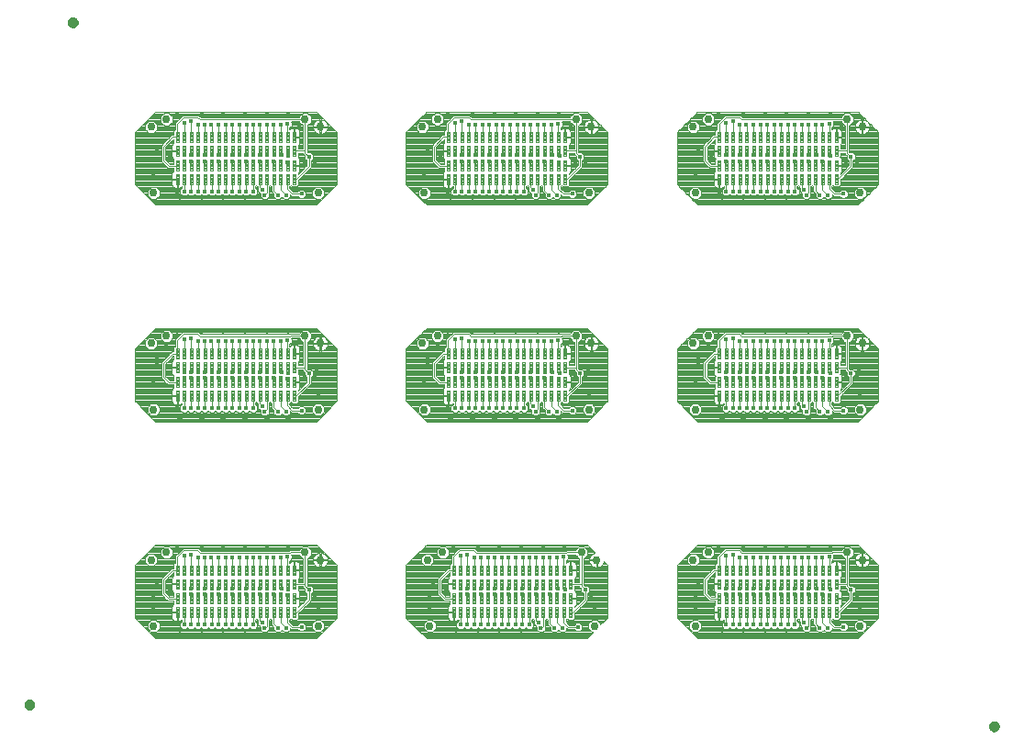
<source format=gbl>
G75*
%MOIN*%
%OFA0B0*%
%FSLAX25Y25*%
%IPPOS*%
%LPD*%
%AMOC8*
5,1,8,0,0,1.08239X$1,22.5*
%
%ADD10C,0.02953*%
%ADD11C,0.00450*%
%ADD12C,0.01969*%
%ADD13C,0.01587*%
%ADD14C,0.00394*%
%ADD15C,0.01981*%
D10*
X0119425Y0077181D03*
X0118638Y0101197D03*
X0124150Y0103953D03*
X0174543Y0103953D03*
X0180055Y0101197D03*
X0179268Y0077181D03*
X0219819Y0077181D03*
X0219032Y0101197D03*
X0224543Y0103953D03*
X0274937Y0103953D03*
X0280449Y0101197D03*
X0279661Y0077181D03*
X0316276Y0077181D03*
X0315488Y0101197D03*
X0321000Y0103953D03*
X0371394Y0103953D03*
X0376906Y0101197D03*
X0376118Y0077181D03*
X0376118Y0155921D03*
X0376906Y0179937D03*
X0371394Y0182693D03*
X0321000Y0182693D03*
X0315488Y0179937D03*
X0316276Y0155921D03*
X0278480Y0179937D03*
X0272969Y0182693D03*
X0277693Y0155921D03*
X0222575Y0182693D03*
X0217063Y0179937D03*
X0217850Y0155921D03*
X0179268Y0155921D03*
X0180055Y0179937D03*
X0174543Y0182693D03*
X0124150Y0182693D03*
X0118638Y0179937D03*
X0119425Y0155921D03*
X0119425Y0234661D03*
X0118638Y0258677D03*
X0124150Y0261433D03*
X0174543Y0261433D03*
X0180055Y0258677D03*
X0179268Y0234661D03*
X0217850Y0234661D03*
X0217063Y0258677D03*
X0222575Y0261433D03*
X0272969Y0261433D03*
X0278480Y0258677D03*
X0277693Y0234661D03*
X0316276Y0234661D03*
X0315488Y0258677D03*
X0321000Y0261433D03*
X0371394Y0261433D03*
X0376906Y0258677D03*
X0376118Y0234661D03*
D11*
X0367962Y0241476D02*
X0366912Y0241476D01*
X0367962Y0241476D02*
X0367962Y0237926D01*
X0366912Y0237926D01*
X0366912Y0241476D01*
X0366912Y0238375D02*
X0367962Y0238375D01*
X0367962Y0238824D02*
X0366912Y0238824D01*
X0366912Y0239273D02*
X0367962Y0239273D01*
X0367962Y0239722D02*
X0366912Y0239722D01*
X0366912Y0240171D02*
X0367962Y0240171D01*
X0367962Y0240620D02*
X0366912Y0240620D01*
X0366912Y0241069D02*
X0367962Y0241069D01*
X0365462Y0241476D02*
X0364412Y0241476D01*
X0365462Y0241476D02*
X0365462Y0237926D01*
X0364412Y0237926D01*
X0364412Y0241476D01*
X0364412Y0238375D02*
X0365462Y0238375D01*
X0365462Y0238824D02*
X0364412Y0238824D01*
X0364412Y0239273D02*
X0365462Y0239273D01*
X0365462Y0239722D02*
X0364412Y0239722D01*
X0364412Y0240171D02*
X0365462Y0240171D01*
X0365462Y0240620D02*
X0364412Y0240620D01*
X0364412Y0241069D02*
X0365462Y0241069D01*
X0362962Y0241476D02*
X0361912Y0241476D01*
X0362962Y0241476D02*
X0362962Y0237926D01*
X0361912Y0237926D01*
X0361912Y0241476D01*
X0361912Y0238375D02*
X0362962Y0238375D01*
X0362962Y0238824D02*
X0361912Y0238824D01*
X0361912Y0239273D02*
X0362962Y0239273D01*
X0362962Y0239722D02*
X0361912Y0239722D01*
X0361912Y0240171D02*
X0362962Y0240171D01*
X0362962Y0240620D02*
X0361912Y0240620D01*
X0361912Y0241069D02*
X0362962Y0241069D01*
X0360462Y0241476D02*
X0359412Y0241476D01*
X0360462Y0241476D02*
X0360462Y0237926D01*
X0359412Y0237926D01*
X0359412Y0241476D01*
X0359412Y0238375D02*
X0360462Y0238375D01*
X0360462Y0238824D02*
X0359412Y0238824D01*
X0359412Y0239273D02*
X0360462Y0239273D01*
X0360462Y0239722D02*
X0359412Y0239722D01*
X0359412Y0240171D02*
X0360462Y0240171D01*
X0360462Y0240620D02*
X0359412Y0240620D01*
X0359412Y0241069D02*
X0360462Y0241069D01*
X0357962Y0241476D02*
X0356912Y0241476D01*
X0357962Y0241476D02*
X0357962Y0237926D01*
X0356912Y0237926D01*
X0356912Y0241476D01*
X0356912Y0238375D02*
X0357962Y0238375D01*
X0357962Y0238824D02*
X0356912Y0238824D01*
X0356912Y0239273D02*
X0357962Y0239273D01*
X0357962Y0239722D02*
X0356912Y0239722D01*
X0356912Y0240171D02*
X0357962Y0240171D01*
X0357962Y0240620D02*
X0356912Y0240620D01*
X0356912Y0241069D02*
X0357962Y0241069D01*
X0355462Y0241476D02*
X0354412Y0241476D01*
X0355462Y0241476D02*
X0355462Y0237926D01*
X0354412Y0237926D01*
X0354412Y0241476D01*
X0354412Y0238375D02*
X0355462Y0238375D01*
X0355462Y0238824D02*
X0354412Y0238824D01*
X0354412Y0239273D02*
X0355462Y0239273D01*
X0355462Y0239722D02*
X0354412Y0239722D01*
X0354412Y0240171D02*
X0355462Y0240171D01*
X0355462Y0240620D02*
X0354412Y0240620D01*
X0354412Y0241069D02*
X0355462Y0241069D01*
X0352962Y0241476D02*
X0351912Y0241476D01*
X0352962Y0241476D02*
X0352962Y0237926D01*
X0351912Y0237926D01*
X0351912Y0241476D01*
X0351912Y0238375D02*
X0352962Y0238375D01*
X0352962Y0238824D02*
X0351912Y0238824D01*
X0351912Y0239273D02*
X0352962Y0239273D01*
X0352962Y0239722D02*
X0351912Y0239722D01*
X0351912Y0240171D02*
X0352962Y0240171D01*
X0352962Y0240620D02*
X0351912Y0240620D01*
X0351912Y0241069D02*
X0352962Y0241069D01*
X0350462Y0241476D02*
X0349412Y0241476D01*
X0350462Y0241476D02*
X0350462Y0237926D01*
X0349412Y0237926D01*
X0349412Y0241476D01*
X0349412Y0238375D02*
X0350462Y0238375D01*
X0350462Y0238824D02*
X0349412Y0238824D01*
X0349412Y0239273D02*
X0350462Y0239273D01*
X0350462Y0239722D02*
X0349412Y0239722D01*
X0349412Y0240171D02*
X0350462Y0240171D01*
X0350462Y0240620D02*
X0349412Y0240620D01*
X0349412Y0241069D02*
X0350462Y0241069D01*
X0347962Y0241476D02*
X0346912Y0241476D01*
X0347962Y0241476D02*
X0347962Y0237926D01*
X0346912Y0237926D01*
X0346912Y0241476D01*
X0346912Y0238375D02*
X0347962Y0238375D01*
X0347962Y0238824D02*
X0346912Y0238824D01*
X0346912Y0239273D02*
X0347962Y0239273D01*
X0347962Y0239722D02*
X0346912Y0239722D01*
X0346912Y0240171D02*
X0347962Y0240171D01*
X0347962Y0240620D02*
X0346912Y0240620D01*
X0346912Y0241069D02*
X0347962Y0241069D01*
X0345462Y0241476D02*
X0344412Y0241476D01*
X0345462Y0241476D02*
X0345462Y0237926D01*
X0344412Y0237926D01*
X0344412Y0241476D01*
X0344412Y0238375D02*
X0345462Y0238375D01*
X0345462Y0238824D02*
X0344412Y0238824D01*
X0344412Y0239273D02*
X0345462Y0239273D01*
X0345462Y0239722D02*
X0344412Y0239722D01*
X0344412Y0240171D02*
X0345462Y0240171D01*
X0345462Y0240620D02*
X0344412Y0240620D01*
X0344412Y0241069D02*
X0345462Y0241069D01*
X0342962Y0241476D02*
X0341912Y0241476D01*
X0342962Y0241476D02*
X0342962Y0237926D01*
X0341912Y0237926D01*
X0341912Y0241476D01*
X0341912Y0238375D02*
X0342962Y0238375D01*
X0342962Y0238824D02*
X0341912Y0238824D01*
X0341912Y0239273D02*
X0342962Y0239273D01*
X0342962Y0239722D02*
X0341912Y0239722D01*
X0341912Y0240171D02*
X0342962Y0240171D01*
X0342962Y0240620D02*
X0341912Y0240620D01*
X0341912Y0241069D02*
X0342962Y0241069D01*
X0340462Y0241476D02*
X0339412Y0241476D01*
X0340462Y0241476D02*
X0340462Y0237926D01*
X0339412Y0237926D01*
X0339412Y0241476D01*
X0339412Y0238375D02*
X0340462Y0238375D01*
X0340462Y0238824D02*
X0339412Y0238824D01*
X0339412Y0239273D02*
X0340462Y0239273D01*
X0340462Y0239722D02*
X0339412Y0239722D01*
X0339412Y0240171D02*
X0340462Y0240171D01*
X0340462Y0240620D02*
X0339412Y0240620D01*
X0339412Y0241069D02*
X0340462Y0241069D01*
X0337962Y0241476D02*
X0336912Y0241476D01*
X0337962Y0241476D02*
X0337962Y0237926D01*
X0336912Y0237926D01*
X0336912Y0241476D01*
X0336912Y0238375D02*
X0337962Y0238375D01*
X0337962Y0238824D02*
X0336912Y0238824D01*
X0336912Y0239273D02*
X0337962Y0239273D01*
X0337962Y0239722D02*
X0336912Y0239722D01*
X0336912Y0240171D02*
X0337962Y0240171D01*
X0337962Y0240620D02*
X0336912Y0240620D01*
X0336912Y0241069D02*
X0337962Y0241069D01*
X0335462Y0241476D02*
X0334412Y0241476D01*
X0335462Y0241476D02*
X0335462Y0237926D01*
X0334412Y0237926D01*
X0334412Y0241476D01*
X0334412Y0238375D02*
X0335462Y0238375D01*
X0335462Y0238824D02*
X0334412Y0238824D01*
X0334412Y0239273D02*
X0335462Y0239273D01*
X0335462Y0239722D02*
X0334412Y0239722D01*
X0334412Y0240171D02*
X0335462Y0240171D01*
X0335462Y0240620D02*
X0334412Y0240620D01*
X0334412Y0241069D02*
X0335462Y0241069D01*
X0332962Y0241476D02*
X0331912Y0241476D01*
X0332962Y0241476D02*
X0332962Y0237926D01*
X0331912Y0237926D01*
X0331912Y0241476D01*
X0331912Y0238375D02*
X0332962Y0238375D01*
X0332962Y0238824D02*
X0331912Y0238824D01*
X0331912Y0239273D02*
X0332962Y0239273D01*
X0332962Y0239722D02*
X0331912Y0239722D01*
X0331912Y0240171D02*
X0332962Y0240171D01*
X0332962Y0240620D02*
X0331912Y0240620D01*
X0331912Y0241069D02*
X0332962Y0241069D01*
X0330462Y0241476D02*
X0329412Y0241476D01*
X0330462Y0241476D02*
X0330462Y0237926D01*
X0329412Y0237926D01*
X0329412Y0241476D01*
X0329412Y0238375D02*
X0330462Y0238375D01*
X0330462Y0238824D02*
X0329412Y0238824D01*
X0329412Y0239273D02*
X0330462Y0239273D01*
X0330462Y0239722D02*
X0329412Y0239722D01*
X0329412Y0240171D02*
X0330462Y0240171D01*
X0330462Y0240620D02*
X0329412Y0240620D01*
X0329412Y0241069D02*
X0330462Y0241069D01*
X0327962Y0241476D02*
X0326912Y0241476D01*
X0327962Y0241476D02*
X0327962Y0237926D01*
X0326912Y0237926D01*
X0326912Y0241476D01*
X0326912Y0238375D02*
X0327962Y0238375D01*
X0327962Y0238824D02*
X0326912Y0238824D01*
X0326912Y0239273D02*
X0327962Y0239273D01*
X0327962Y0239722D02*
X0326912Y0239722D01*
X0326912Y0240171D02*
X0327962Y0240171D01*
X0327962Y0240620D02*
X0326912Y0240620D01*
X0326912Y0241069D02*
X0327962Y0241069D01*
X0325462Y0241476D02*
X0324412Y0241476D01*
X0325462Y0241476D02*
X0325462Y0237926D01*
X0324412Y0237926D01*
X0324412Y0241476D01*
X0324412Y0238375D02*
X0325462Y0238375D01*
X0325462Y0238824D02*
X0324412Y0238824D01*
X0324412Y0239273D02*
X0325462Y0239273D01*
X0325462Y0239722D02*
X0324412Y0239722D01*
X0324412Y0240171D02*
X0325462Y0240171D01*
X0325462Y0240620D02*
X0324412Y0240620D01*
X0324412Y0241069D02*
X0325462Y0241069D01*
X0325462Y0242926D02*
X0324412Y0242926D01*
X0324412Y0246476D01*
X0325462Y0246476D01*
X0325462Y0242926D01*
X0325462Y0243375D02*
X0324412Y0243375D01*
X0324412Y0243824D02*
X0325462Y0243824D01*
X0325462Y0244273D02*
X0324412Y0244273D01*
X0324412Y0244722D02*
X0325462Y0244722D01*
X0325462Y0245171D02*
X0324412Y0245171D01*
X0324412Y0245620D02*
X0325462Y0245620D01*
X0325462Y0246069D02*
X0324412Y0246069D01*
X0326912Y0242926D02*
X0327962Y0242926D01*
X0326912Y0242926D02*
X0326912Y0246476D01*
X0327962Y0246476D01*
X0327962Y0242926D01*
X0327962Y0243375D02*
X0326912Y0243375D01*
X0326912Y0243824D02*
X0327962Y0243824D01*
X0327962Y0244273D02*
X0326912Y0244273D01*
X0326912Y0244722D02*
X0327962Y0244722D01*
X0327962Y0245171D02*
X0326912Y0245171D01*
X0326912Y0245620D02*
X0327962Y0245620D01*
X0327962Y0246069D02*
X0326912Y0246069D01*
X0329412Y0242926D02*
X0330462Y0242926D01*
X0329412Y0242926D02*
X0329412Y0246476D01*
X0330462Y0246476D01*
X0330462Y0242926D01*
X0330462Y0243375D02*
X0329412Y0243375D01*
X0329412Y0243824D02*
X0330462Y0243824D01*
X0330462Y0244273D02*
X0329412Y0244273D01*
X0329412Y0244722D02*
X0330462Y0244722D01*
X0330462Y0245171D02*
X0329412Y0245171D01*
X0329412Y0245620D02*
X0330462Y0245620D01*
X0330462Y0246069D02*
X0329412Y0246069D01*
X0331912Y0242926D02*
X0332962Y0242926D01*
X0331912Y0242926D02*
X0331912Y0246476D01*
X0332962Y0246476D01*
X0332962Y0242926D01*
X0332962Y0243375D02*
X0331912Y0243375D01*
X0331912Y0243824D02*
X0332962Y0243824D01*
X0332962Y0244273D02*
X0331912Y0244273D01*
X0331912Y0244722D02*
X0332962Y0244722D01*
X0332962Y0245171D02*
X0331912Y0245171D01*
X0331912Y0245620D02*
X0332962Y0245620D01*
X0332962Y0246069D02*
X0331912Y0246069D01*
X0334412Y0242926D02*
X0335462Y0242926D01*
X0334412Y0242926D02*
X0334412Y0246476D01*
X0335462Y0246476D01*
X0335462Y0242926D01*
X0335462Y0243375D02*
X0334412Y0243375D01*
X0334412Y0243824D02*
X0335462Y0243824D01*
X0335462Y0244273D02*
X0334412Y0244273D01*
X0334412Y0244722D02*
X0335462Y0244722D01*
X0335462Y0245171D02*
X0334412Y0245171D01*
X0334412Y0245620D02*
X0335462Y0245620D01*
X0335462Y0246069D02*
X0334412Y0246069D01*
X0336912Y0242926D02*
X0337962Y0242926D01*
X0336912Y0242926D02*
X0336912Y0246476D01*
X0337962Y0246476D01*
X0337962Y0242926D01*
X0337962Y0243375D02*
X0336912Y0243375D01*
X0336912Y0243824D02*
X0337962Y0243824D01*
X0337962Y0244273D02*
X0336912Y0244273D01*
X0336912Y0244722D02*
X0337962Y0244722D01*
X0337962Y0245171D02*
X0336912Y0245171D01*
X0336912Y0245620D02*
X0337962Y0245620D01*
X0337962Y0246069D02*
X0336912Y0246069D01*
X0339412Y0242926D02*
X0340462Y0242926D01*
X0339412Y0242926D02*
X0339412Y0246476D01*
X0340462Y0246476D01*
X0340462Y0242926D01*
X0340462Y0243375D02*
X0339412Y0243375D01*
X0339412Y0243824D02*
X0340462Y0243824D01*
X0340462Y0244273D02*
X0339412Y0244273D01*
X0339412Y0244722D02*
X0340462Y0244722D01*
X0340462Y0245171D02*
X0339412Y0245171D01*
X0339412Y0245620D02*
X0340462Y0245620D01*
X0340462Y0246069D02*
X0339412Y0246069D01*
X0341912Y0242926D02*
X0342962Y0242926D01*
X0341912Y0242926D02*
X0341912Y0246476D01*
X0342962Y0246476D01*
X0342962Y0242926D01*
X0342962Y0243375D02*
X0341912Y0243375D01*
X0341912Y0243824D02*
X0342962Y0243824D01*
X0342962Y0244273D02*
X0341912Y0244273D01*
X0341912Y0244722D02*
X0342962Y0244722D01*
X0342962Y0245171D02*
X0341912Y0245171D01*
X0341912Y0245620D02*
X0342962Y0245620D01*
X0342962Y0246069D02*
X0341912Y0246069D01*
X0344412Y0242926D02*
X0345462Y0242926D01*
X0344412Y0242926D02*
X0344412Y0246476D01*
X0345462Y0246476D01*
X0345462Y0242926D01*
X0345462Y0243375D02*
X0344412Y0243375D01*
X0344412Y0243824D02*
X0345462Y0243824D01*
X0345462Y0244273D02*
X0344412Y0244273D01*
X0344412Y0244722D02*
X0345462Y0244722D01*
X0345462Y0245171D02*
X0344412Y0245171D01*
X0344412Y0245620D02*
X0345462Y0245620D01*
X0345462Y0246069D02*
X0344412Y0246069D01*
X0346912Y0242926D02*
X0347962Y0242926D01*
X0346912Y0242926D02*
X0346912Y0246476D01*
X0347962Y0246476D01*
X0347962Y0242926D01*
X0347962Y0243375D02*
X0346912Y0243375D01*
X0346912Y0243824D02*
X0347962Y0243824D01*
X0347962Y0244273D02*
X0346912Y0244273D01*
X0346912Y0244722D02*
X0347962Y0244722D01*
X0347962Y0245171D02*
X0346912Y0245171D01*
X0346912Y0245620D02*
X0347962Y0245620D01*
X0347962Y0246069D02*
X0346912Y0246069D01*
X0349412Y0242926D02*
X0350462Y0242926D01*
X0349412Y0242926D02*
X0349412Y0246476D01*
X0350462Y0246476D01*
X0350462Y0242926D01*
X0350462Y0243375D02*
X0349412Y0243375D01*
X0349412Y0243824D02*
X0350462Y0243824D01*
X0350462Y0244273D02*
X0349412Y0244273D01*
X0349412Y0244722D02*
X0350462Y0244722D01*
X0350462Y0245171D02*
X0349412Y0245171D01*
X0349412Y0245620D02*
X0350462Y0245620D01*
X0350462Y0246069D02*
X0349412Y0246069D01*
X0351912Y0242926D02*
X0352962Y0242926D01*
X0351912Y0242926D02*
X0351912Y0246476D01*
X0352962Y0246476D01*
X0352962Y0242926D01*
X0352962Y0243375D02*
X0351912Y0243375D01*
X0351912Y0243824D02*
X0352962Y0243824D01*
X0352962Y0244273D02*
X0351912Y0244273D01*
X0351912Y0244722D02*
X0352962Y0244722D01*
X0352962Y0245171D02*
X0351912Y0245171D01*
X0351912Y0245620D02*
X0352962Y0245620D01*
X0352962Y0246069D02*
X0351912Y0246069D01*
X0354412Y0242926D02*
X0355462Y0242926D01*
X0354412Y0242926D02*
X0354412Y0246476D01*
X0355462Y0246476D01*
X0355462Y0242926D01*
X0355462Y0243375D02*
X0354412Y0243375D01*
X0354412Y0243824D02*
X0355462Y0243824D01*
X0355462Y0244273D02*
X0354412Y0244273D01*
X0354412Y0244722D02*
X0355462Y0244722D01*
X0355462Y0245171D02*
X0354412Y0245171D01*
X0354412Y0245620D02*
X0355462Y0245620D01*
X0355462Y0246069D02*
X0354412Y0246069D01*
X0356912Y0242926D02*
X0357962Y0242926D01*
X0356912Y0242926D02*
X0356912Y0246476D01*
X0357962Y0246476D01*
X0357962Y0242926D01*
X0357962Y0243375D02*
X0356912Y0243375D01*
X0356912Y0243824D02*
X0357962Y0243824D01*
X0357962Y0244273D02*
X0356912Y0244273D01*
X0356912Y0244722D02*
X0357962Y0244722D01*
X0357962Y0245171D02*
X0356912Y0245171D01*
X0356912Y0245620D02*
X0357962Y0245620D01*
X0357962Y0246069D02*
X0356912Y0246069D01*
X0359412Y0242926D02*
X0360462Y0242926D01*
X0359412Y0242926D02*
X0359412Y0246476D01*
X0360462Y0246476D01*
X0360462Y0242926D01*
X0360462Y0243375D02*
X0359412Y0243375D01*
X0359412Y0243824D02*
X0360462Y0243824D01*
X0360462Y0244273D02*
X0359412Y0244273D01*
X0359412Y0244722D02*
X0360462Y0244722D01*
X0360462Y0245171D02*
X0359412Y0245171D01*
X0359412Y0245620D02*
X0360462Y0245620D01*
X0360462Y0246069D02*
X0359412Y0246069D01*
X0361912Y0242926D02*
X0362962Y0242926D01*
X0361912Y0242926D02*
X0361912Y0246476D01*
X0362962Y0246476D01*
X0362962Y0242926D01*
X0362962Y0243375D02*
X0361912Y0243375D01*
X0361912Y0243824D02*
X0362962Y0243824D01*
X0362962Y0244273D02*
X0361912Y0244273D01*
X0361912Y0244722D02*
X0362962Y0244722D01*
X0362962Y0245171D02*
X0361912Y0245171D01*
X0361912Y0245620D02*
X0362962Y0245620D01*
X0362962Y0246069D02*
X0361912Y0246069D01*
X0364412Y0242926D02*
X0365462Y0242926D01*
X0364412Y0242926D02*
X0364412Y0246476D01*
X0365462Y0246476D01*
X0365462Y0242926D01*
X0365462Y0243375D02*
X0364412Y0243375D01*
X0364412Y0243824D02*
X0365462Y0243824D01*
X0365462Y0244273D02*
X0364412Y0244273D01*
X0364412Y0244722D02*
X0365462Y0244722D01*
X0365462Y0245171D02*
X0364412Y0245171D01*
X0364412Y0245620D02*
X0365462Y0245620D01*
X0365462Y0246069D02*
X0364412Y0246069D01*
X0366912Y0242926D02*
X0367962Y0242926D01*
X0366912Y0242926D02*
X0366912Y0246476D01*
X0367962Y0246476D01*
X0367962Y0242926D01*
X0367962Y0243375D02*
X0366912Y0243375D01*
X0366912Y0243824D02*
X0367962Y0243824D01*
X0367962Y0244273D02*
X0366912Y0244273D01*
X0366912Y0244722D02*
X0367962Y0244722D01*
X0367962Y0245171D02*
X0366912Y0245171D01*
X0366912Y0245620D02*
X0367962Y0245620D01*
X0367962Y0246069D02*
X0366912Y0246069D01*
X0366912Y0251712D02*
X0367962Y0251712D01*
X0367962Y0248162D01*
X0366912Y0248162D01*
X0366912Y0251712D01*
X0366912Y0248611D02*
X0367962Y0248611D01*
X0367962Y0249060D02*
X0366912Y0249060D01*
X0366912Y0249509D02*
X0367962Y0249509D01*
X0367962Y0249958D02*
X0366912Y0249958D01*
X0366912Y0250407D02*
X0367962Y0250407D01*
X0367962Y0250856D02*
X0366912Y0250856D01*
X0366912Y0251305D02*
X0367962Y0251305D01*
X0365462Y0251712D02*
X0364412Y0251712D01*
X0365462Y0251712D02*
X0365462Y0248162D01*
X0364412Y0248162D01*
X0364412Y0251712D01*
X0364412Y0248611D02*
X0365462Y0248611D01*
X0365462Y0249060D02*
X0364412Y0249060D01*
X0364412Y0249509D02*
X0365462Y0249509D01*
X0365462Y0249958D02*
X0364412Y0249958D01*
X0364412Y0250407D02*
X0365462Y0250407D01*
X0365462Y0250856D02*
X0364412Y0250856D01*
X0364412Y0251305D02*
X0365462Y0251305D01*
X0362962Y0251712D02*
X0361912Y0251712D01*
X0362962Y0251712D02*
X0362962Y0248162D01*
X0361912Y0248162D01*
X0361912Y0251712D01*
X0361912Y0248611D02*
X0362962Y0248611D01*
X0362962Y0249060D02*
X0361912Y0249060D01*
X0361912Y0249509D02*
X0362962Y0249509D01*
X0362962Y0249958D02*
X0361912Y0249958D01*
X0361912Y0250407D02*
X0362962Y0250407D01*
X0362962Y0250856D02*
X0361912Y0250856D01*
X0361912Y0251305D02*
X0362962Y0251305D01*
X0360462Y0251712D02*
X0359412Y0251712D01*
X0360462Y0251712D02*
X0360462Y0248162D01*
X0359412Y0248162D01*
X0359412Y0251712D01*
X0359412Y0248611D02*
X0360462Y0248611D01*
X0360462Y0249060D02*
X0359412Y0249060D01*
X0359412Y0249509D02*
X0360462Y0249509D01*
X0360462Y0249958D02*
X0359412Y0249958D01*
X0359412Y0250407D02*
X0360462Y0250407D01*
X0360462Y0250856D02*
X0359412Y0250856D01*
X0359412Y0251305D02*
X0360462Y0251305D01*
X0357962Y0251712D02*
X0356912Y0251712D01*
X0357962Y0251712D02*
X0357962Y0248162D01*
X0356912Y0248162D01*
X0356912Y0251712D01*
X0356912Y0248611D02*
X0357962Y0248611D01*
X0357962Y0249060D02*
X0356912Y0249060D01*
X0356912Y0249509D02*
X0357962Y0249509D01*
X0357962Y0249958D02*
X0356912Y0249958D01*
X0356912Y0250407D02*
X0357962Y0250407D01*
X0357962Y0250856D02*
X0356912Y0250856D01*
X0356912Y0251305D02*
X0357962Y0251305D01*
X0355462Y0251712D02*
X0354412Y0251712D01*
X0355462Y0251712D02*
X0355462Y0248162D01*
X0354412Y0248162D01*
X0354412Y0251712D01*
X0354412Y0248611D02*
X0355462Y0248611D01*
X0355462Y0249060D02*
X0354412Y0249060D01*
X0354412Y0249509D02*
X0355462Y0249509D01*
X0355462Y0249958D02*
X0354412Y0249958D01*
X0354412Y0250407D02*
X0355462Y0250407D01*
X0355462Y0250856D02*
X0354412Y0250856D01*
X0354412Y0251305D02*
X0355462Y0251305D01*
X0352962Y0251712D02*
X0351912Y0251712D01*
X0352962Y0251712D02*
X0352962Y0248162D01*
X0351912Y0248162D01*
X0351912Y0251712D01*
X0351912Y0248611D02*
X0352962Y0248611D01*
X0352962Y0249060D02*
X0351912Y0249060D01*
X0351912Y0249509D02*
X0352962Y0249509D01*
X0352962Y0249958D02*
X0351912Y0249958D01*
X0351912Y0250407D02*
X0352962Y0250407D01*
X0352962Y0250856D02*
X0351912Y0250856D01*
X0351912Y0251305D02*
X0352962Y0251305D01*
X0350462Y0251712D02*
X0349412Y0251712D01*
X0350462Y0251712D02*
X0350462Y0248162D01*
X0349412Y0248162D01*
X0349412Y0251712D01*
X0349412Y0248611D02*
X0350462Y0248611D01*
X0350462Y0249060D02*
X0349412Y0249060D01*
X0349412Y0249509D02*
X0350462Y0249509D01*
X0350462Y0249958D02*
X0349412Y0249958D01*
X0349412Y0250407D02*
X0350462Y0250407D01*
X0350462Y0250856D02*
X0349412Y0250856D01*
X0349412Y0251305D02*
X0350462Y0251305D01*
X0347962Y0251712D02*
X0346912Y0251712D01*
X0347962Y0251712D02*
X0347962Y0248162D01*
X0346912Y0248162D01*
X0346912Y0251712D01*
X0346912Y0248611D02*
X0347962Y0248611D01*
X0347962Y0249060D02*
X0346912Y0249060D01*
X0346912Y0249509D02*
X0347962Y0249509D01*
X0347962Y0249958D02*
X0346912Y0249958D01*
X0346912Y0250407D02*
X0347962Y0250407D01*
X0347962Y0250856D02*
X0346912Y0250856D01*
X0346912Y0251305D02*
X0347962Y0251305D01*
X0345462Y0251712D02*
X0344412Y0251712D01*
X0345462Y0251712D02*
X0345462Y0248162D01*
X0344412Y0248162D01*
X0344412Y0251712D01*
X0344412Y0248611D02*
X0345462Y0248611D01*
X0345462Y0249060D02*
X0344412Y0249060D01*
X0344412Y0249509D02*
X0345462Y0249509D01*
X0345462Y0249958D02*
X0344412Y0249958D01*
X0344412Y0250407D02*
X0345462Y0250407D01*
X0345462Y0250856D02*
X0344412Y0250856D01*
X0344412Y0251305D02*
X0345462Y0251305D01*
X0342962Y0251712D02*
X0341912Y0251712D01*
X0342962Y0251712D02*
X0342962Y0248162D01*
X0341912Y0248162D01*
X0341912Y0251712D01*
X0341912Y0248611D02*
X0342962Y0248611D01*
X0342962Y0249060D02*
X0341912Y0249060D01*
X0341912Y0249509D02*
X0342962Y0249509D01*
X0342962Y0249958D02*
X0341912Y0249958D01*
X0341912Y0250407D02*
X0342962Y0250407D01*
X0342962Y0250856D02*
X0341912Y0250856D01*
X0341912Y0251305D02*
X0342962Y0251305D01*
X0340462Y0251712D02*
X0339412Y0251712D01*
X0340462Y0251712D02*
X0340462Y0248162D01*
X0339412Y0248162D01*
X0339412Y0251712D01*
X0339412Y0248611D02*
X0340462Y0248611D01*
X0340462Y0249060D02*
X0339412Y0249060D01*
X0339412Y0249509D02*
X0340462Y0249509D01*
X0340462Y0249958D02*
X0339412Y0249958D01*
X0339412Y0250407D02*
X0340462Y0250407D01*
X0340462Y0250856D02*
X0339412Y0250856D01*
X0339412Y0251305D02*
X0340462Y0251305D01*
X0337962Y0251712D02*
X0336912Y0251712D01*
X0337962Y0251712D02*
X0337962Y0248162D01*
X0336912Y0248162D01*
X0336912Y0251712D01*
X0336912Y0248611D02*
X0337962Y0248611D01*
X0337962Y0249060D02*
X0336912Y0249060D01*
X0336912Y0249509D02*
X0337962Y0249509D01*
X0337962Y0249958D02*
X0336912Y0249958D01*
X0336912Y0250407D02*
X0337962Y0250407D01*
X0337962Y0250856D02*
X0336912Y0250856D01*
X0336912Y0251305D02*
X0337962Y0251305D01*
X0335462Y0251712D02*
X0334412Y0251712D01*
X0335462Y0251712D02*
X0335462Y0248162D01*
X0334412Y0248162D01*
X0334412Y0251712D01*
X0334412Y0248611D02*
X0335462Y0248611D01*
X0335462Y0249060D02*
X0334412Y0249060D01*
X0334412Y0249509D02*
X0335462Y0249509D01*
X0335462Y0249958D02*
X0334412Y0249958D01*
X0334412Y0250407D02*
X0335462Y0250407D01*
X0335462Y0250856D02*
X0334412Y0250856D01*
X0334412Y0251305D02*
X0335462Y0251305D01*
X0332962Y0251712D02*
X0331912Y0251712D01*
X0332962Y0251712D02*
X0332962Y0248162D01*
X0331912Y0248162D01*
X0331912Y0251712D01*
X0331912Y0248611D02*
X0332962Y0248611D01*
X0332962Y0249060D02*
X0331912Y0249060D01*
X0331912Y0249509D02*
X0332962Y0249509D01*
X0332962Y0249958D02*
X0331912Y0249958D01*
X0331912Y0250407D02*
X0332962Y0250407D01*
X0332962Y0250856D02*
X0331912Y0250856D01*
X0331912Y0251305D02*
X0332962Y0251305D01*
X0330462Y0251712D02*
X0329412Y0251712D01*
X0330462Y0251712D02*
X0330462Y0248162D01*
X0329412Y0248162D01*
X0329412Y0251712D01*
X0329412Y0248611D02*
X0330462Y0248611D01*
X0330462Y0249060D02*
X0329412Y0249060D01*
X0329412Y0249509D02*
X0330462Y0249509D01*
X0330462Y0249958D02*
X0329412Y0249958D01*
X0329412Y0250407D02*
X0330462Y0250407D01*
X0330462Y0250856D02*
X0329412Y0250856D01*
X0329412Y0251305D02*
X0330462Y0251305D01*
X0327962Y0251712D02*
X0326912Y0251712D01*
X0327962Y0251712D02*
X0327962Y0248162D01*
X0326912Y0248162D01*
X0326912Y0251712D01*
X0326912Y0248611D02*
X0327962Y0248611D01*
X0327962Y0249060D02*
X0326912Y0249060D01*
X0326912Y0249509D02*
X0327962Y0249509D01*
X0327962Y0249958D02*
X0326912Y0249958D01*
X0326912Y0250407D02*
X0327962Y0250407D01*
X0327962Y0250856D02*
X0326912Y0250856D01*
X0326912Y0251305D02*
X0327962Y0251305D01*
X0325462Y0251712D02*
X0324412Y0251712D01*
X0325462Y0251712D02*
X0325462Y0248162D01*
X0324412Y0248162D01*
X0324412Y0251712D01*
X0324412Y0248611D02*
X0325462Y0248611D01*
X0325462Y0249060D02*
X0324412Y0249060D01*
X0324412Y0249509D02*
X0325462Y0249509D01*
X0325462Y0249958D02*
X0324412Y0249958D01*
X0324412Y0250407D02*
X0325462Y0250407D01*
X0325462Y0250856D02*
X0324412Y0250856D01*
X0324412Y0251305D02*
X0325462Y0251305D01*
X0325462Y0253162D02*
X0324412Y0253162D01*
X0324412Y0256712D01*
X0325462Y0256712D01*
X0325462Y0253162D01*
X0325462Y0253611D02*
X0324412Y0253611D01*
X0324412Y0254060D02*
X0325462Y0254060D01*
X0325462Y0254509D02*
X0324412Y0254509D01*
X0324412Y0254958D02*
X0325462Y0254958D01*
X0325462Y0255407D02*
X0324412Y0255407D01*
X0324412Y0255856D02*
X0325462Y0255856D01*
X0325462Y0256305D02*
X0324412Y0256305D01*
X0326912Y0253162D02*
X0327962Y0253162D01*
X0326912Y0253162D02*
X0326912Y0256712D01*
X0327962Y0256712D01*
X0327962Y0253162D01*
X0327962Y0253611D02*
X0326912Y0253611D01*
X0326912Y0254060D02*
X0327962Y0254060D01*
X0327962Y0254509D02*
X0326912Y0254509D01*
X0326912Y0254958D02*
X0327962Y0254958D01*
X0327962Y0255407D02*
X0326912Y0255407D01*
X0326912Y0255856D02*
X0327962Y0255856D01*
X0327962Y0256305D02*
X0326912Y0256305D01*
X0329412Y0253162D02*
X0330462Y0253162D01*
X0329412Y0253162D02*
X0329412Y0256712D01*
X0330462Y0256712D01*
X0330462Y0253162D01*
X0330462Y0253611D02*
X0329412Y0253611D01*
X0329412Y0254060D02*
X0330462Y0254060D01*
X0330462Y0254509D02*
X0329412Y0254509D01*
X0329412Y0254958D02*
X0330462Y0254958D01*
X0330462Y0255407D02*
X0329412Y0255407D01*
X0329412Y0255856D02*
X0330462Y0255856D01*
X0330462Y0256305D02*
X0329412Y0256305D01*
X0331912Y0253162D02*
X0332962Y0253162D01*
X0331912Y0253162D02*
X0331912Y0256712D01*
X0332962Y0256712D01*
X0332962Y0253162D01*
X0332962Y0253611D02*
X0331912Y0253611D01*
X0331912Y0254060D02*
X0332962Y0254060D01*
X0332962Y0254509D02*
X0331912Y0254509D01*
X0331912Y0254958D02*
X0332962Y0254958D01*
X0332962Y0255407D02*
X0331912Y0255407D01*
X0331912Y0255856D02*
X0332962Y0255856D01*
X0332962Y0256305D02*
X0331912Y0256305D01*
X0334412Y0253162D02*
X0335462Y0253162D01*
X0334412Y0253162D02*
X0334412Y0256712D01*
X0335462Y0256712D01*
X0335462Y0253162D01*
X0335462Y0253611D02*
X0334412Y0253611D01*
X0334412Y0254060D02*
X0335462Y0254060D01*
X0335462Y0254509D02*
X0334412Y0254509D01*
X0334412Y0254958D02*
X0335462Y0254958D01*
X0335462Y0255407D02*
X0334412Y0255407D01*
X0334412Y0255856D02*
X0335462Y0255856D01*
X0335462Y0256305D02*
X0334412Y0256305D01*
X0336912Y0253162D02*
X0337962Y0253162D01*
X0336912Y0253162D02*
X0336912Y0256712D01*
X0337962Y0256712D01*
X0337962Y0253162D01*
X0337962Y0253611D02*
X0336912Y0253611D01*
X0336912Y0254060D02*
X0337962Y0254060D01*
X0337962Y0254509D02*
X0336912Y0254509D01*
X0336912Y0254958D02*
X0337962Y0254958D01*
X0337962Y0255407D02*
X0336912Y0255407D01*
X0336912Y0255856D02*
X0337962Y0255856D01*
X0337962Y0256305D02*
X0336912Y0256305D01*
X0339412Y0253162D02*
X0340462Y0253162D01*
X0339412Y0253162D02*
X0339412Y0256712D01*
X0340462Y0256712D01*
X0340462Y0253162D01*
X0340462Y0253611D02*
X0339412Y0253611D01*
X0339412Y0254060D02*
X0340462Y0254060D01*
X0340462Y0254509D02*
X0339412Y0254509D01*
X0339412Y0254958D02*
X0340462Y0254958D01*
X0340462Y0255407D02*
X0339412Y0255407D01*
X0339412Y0255856D02*
X0340462Y0255856D01*
X0340462Y0256305D02*
X0339412Y0256305D01*
X0341912Y0253162D02*
X0342962Y0253162D01*
X0341912Y0253162D02*
X0341912Y0256712D01*
X0342962Y0256712D01*
X0342962Y0253162D01*
X0342962Y0253611D02*
X0341912Y0253611D01*
X0341912Y0254060D02*
X0342962Y0254060D01*
X0342962Y0254509D02*
X0341912Y0254509D01*
X0341912Y0254958D02*
X0342962Y0254958D01*
X0342962Y0255407D02*
X0341912Y0255407D01*
X0341912Y0255856D02*
X0342962Y0255856D01*
X0342962Y0256305D02*
X0341912Y0256305D01*
X0344412Y0253162D02*
X0345462Y0253162D01*
X0344412Y0253162D02*
X0344412Y0256712D01*
X0345462Y0256712D01*
X0345462Y0253162D01*
X0345462Y0253611D02*
X0344412Y0253611D01*
X0344412Y0254060D02*
X0345462Y0254060D01*
X0345462Y0254509D02*
X0344412Y0254509D01*
X0344412Y0254958D02*
X0345462Y0254958D01*
X0345462Y0255407D02*
X0344412Y0255407D01*
X0344412Y0255856D02*
X0345462Y0255856D01*
X0345462Y0256305D02*
X0344412Y0256305D01*
X0346912Y0253162D02*
X0347962Y0253162D01*
X0346912Y0253162D02*
X0346912Y0256712D01*
X0347962Y0256712D01*
X0347962Y0253162D01*
X0347962Y0253611D02*
X0346912Y0253611D01*
X0346912Y0254060D02*
X0347962Y0254060D01*
X0347962Y0254509D02*
X0346912Y0254509D01*
X0346912Y0254958D02*
X0347962Y0254958D01*
X0347962Y0255407D02*
X0346912Y0255407D01*
X0346912Y0255856D02*
X0347962Y0255856D01*
X0347962Y0256305D02*
X0346912Y0256305D01*
X0349412Y0253162D02*
X0350462Y0253162D01*
X0349412Y0253162D02*
X0349412Y0256712D01*
X0350462Y0256712D01*
X0350462Y0253162D01*
X0350462Y0253611D02*
X0349412Y0253611D01*
X0349412Y0254060D02*
X0350462Y0254060D01*
X0350462Y0254509D02*
X0349412Y0254509D01*
X0349412Y0254958D02*
X0350462Y0254958D01*
X0350462Y0255407D02*
X0349412Y0255407D01*
X0349412Y0255856D02*
X0350462Y0255856D01*
X0350462Y0256305D02*
X0349412Y0256305D01*
X0351912Y0253162D02*
X0352962Y0253162D01*
X0351912Y0253162D02*
X0351912Y0256712D01*
X0352962Y0256712D01*
X0352962Y0253162D01*
X0352962Y0253611D02*
X0351912Y0253611D01*
X0351912Y0254060D02*
X0352962Y0254060D01*
X0352962Y0254509D02*
X0351912Y0254509D01*
X0351912Y0254958D02*
X0352962Y0254958D01*
X0352962Y0255407D02*
X0351912Y0255407D01*
X0351912Y0255856D02*
X0352962Y0255856D01*
X0352962Y0256305D02*
X0351912Y0256305D01*
X0354412Y0253162D02*
X0355462Y0253162D01*
X0354412Y0253162D02*
X0354412Y0256712D01*
X0355462Y0256712D01*
X0355462Y0253162D01*
X0355462Y0253611D02*
X0354412Y0253611D01*
X0354412Y0254060D02*
X0355462Y0254060D01*
X0355462Y0254509D02*
X0354412Y0254509D01*
X0354412Y0254958D02*
X0355462Y0254958D01*
X0355462Y0255407D02*
X0354412Y0255407D01*
X0354412Y0255856D02*
X0355462Y0255856D01*
X0355462Y0256305D02*
X0354412Y0256305D01*
X0356912Y0253162D02*
X0357962Y0253162D01*
X0356912Y0253162D02*
X0356912Y0256712D01*
X0357962Y0256712D01*
X0357962Y0253162D01*
X0357962Y0253611D02*
X0356912Y0253611D01*
X0356912Y0254060D02*
X0357962Y0254060D01*
X0357962Y0254509D02*
X0356912Y0254509D01*
X0356912Y0254958D02*
X0357962Y0254958D01*
X0357962Y0255407D02*
X0356912Y0255407D01*
X0356912Y0255856D02*
X0357962Y0255856D01*
X0357962Y0256305D02*
X0356912Y0256305D01*
X0359412Y0253162D02*
X0360462Y0253162D01*
X0359412Y0253162D02*
X0359412Y0256712D01*
X0360462Y0256712D01*
X0360462Y0253162D01*
X0360462Y0253611D02*
X0359412Y0253611D01*
X0359412Y0254060D02*
X0360462Y0254060D01*
X0360462Y0254509D02*
X0359412Y0254509D01*
X0359412Y0254958D02*
X0360462Y0254958D01*
X0360462Y0255407D02*
X0359412Y0255407D01*
X0359412Y0255856D02*
X0360462Y0255856D01*
X0360462Y0256305D02*
X0359412Y0256305D01*
X0361912Y0253162D02*
X0362962Y0253162D01*
X0361912Y0253162D02*
X0361912Y0256712D01*
X0362962Y0256712D01*
X0362962Y0253162D01*
X0362962Y0253611D02*
X0361912Y0253611D01*
X0361912Y0254060D02*
X0362962Y0254060D01*
X0362962Y0254509D02*
X0361912Y0254509D01*
X0361912Y0254958D02*
X0362962Y0254958D01*
X0362962Y0255407D02*
X0361912Y0255407D01*
X0361912Y0255856D02*
X0362962Y0255856D01*
X0362962Y0256305D02*
X0361912Y0256305D01*
X0364412Y0253162D02*
X0365462Y0253162D01*
X0364412Y0253162D02*
X0364412Y0256712D01*
X0365462Y0256712D01*
X0365462Y0253162D01*
X0365462Y0253611D02*
X0364412Y0253611D01*
X0364412Y0254060D02*
X0365462Y0254060D01*
X0365462Y0254509D02*
X0364412Y0254509D01*
X0364412Y0254958D02*
X0365462Y0254958D01*
X0365462Y0255407D02*
X0364412Y0255407D01*
X0364412Y0255856D02*
X0365462Y0255856D01*
X0365462Y0256305D02*
X0364412Y0256305D01*
X0366912Y0253162D02*
X0367962Y0253162D01*
X0366912Y0253162D02*
X0366912Y0256712D01*
X0367962Y0256712D01*
X0367962Y0253162D01*
X0367962Y0253611D02*
X0366912Y0253611D01*
X0366912Y0254060D02*
X0367962Y0254060D01*
X0367962Y0254509D02*
X0366912Y0254509D01*
X0366912Y0254958D02*
X0367962Y0254958D01*
X0367962Y0255407D02*
X0366912Y0255407D01*
X0366912Y0255856D02*
X0367962Y0255856D01*
X0367962Y0256305D02*
X0366912Y0256305D01*
X0269537Y0253162D02*
X0268487Y0253162D01*
X0268487Y0256712D01*
X0269537Y0256712D01*
X0269537Y0253162D01*
X0269537Y0253611D02*
X0268487Y0253611D01*
X0268487Y0254060D02*
X0269537Y0254060D01*
X0269537Y0254509D02*
X0268487Y0254509D01*
X0268487Y0254958D02*
X0269537Y0254958D01*
X0269537Y0255407D02*
X0268487Y0255407D01*
X0268487Y0255856D02*
X0269537Y0255856D01*
X0269537Y0256305D02*
X0268487Y0256305D01*
X0267037Y0253162D02*
X0265987Y0253162D01*
X0265987Y0256712D01*
X0267037Y0256712D01*
X0267037Y0253162D01*
X0267037Y0253611D02*
X0265987Y0253611D01*
X0265987Y0254060D02*
X0267037Y0254060D01*
X0267037Y0254509D02*
X0265987Y0254509D01*
X0265987Y0254958D02*
X0267037Y0254958D01*
X0267037Y0255407D02*
X0265987Y0255407D01*
X0265987Y0255856D02*
X0267037Y0255856D01*
X0267037Y0256305D02*
X0265987Y0256305D01*
X0264537Y0253162D02*
X0263487Y0253162D01*
X0263487Y0256712D01*
X0264537Y0256712D01*
X0264537Y0253162D01*
X0264537Y0253611D02*
X0263487Y0253611D01*
X0263487Y0254060D02*
X0264537Y0254060D01*
X0264537Y0254509D02*
X0263487Y0254509D01*
X0263487Y0254958D02*
X0264537Y0254958D01*
X0264537Y0255407D02*
X0263487Y0255407D01*
X0263487Y0255856D02*
X0264537Y0255856D01*
X0264537Y0256305D02*
X0263487Y0256305D01*
X0262037Y0253162D02*
X0260987Y0253162D01*
X0260987Y0256712D01*
X0262037Y0256712D01*
X0262037Y0253162D01*
X0262037Y0253611D02*
X0260987Y0253611D01*
X0260987Y0254060D02*
X0262037Y0254060D01*
X0262037Y0254509D02*
X0260987Y0254509D01*
X0260987Y0254958D02*
X0262037Y0254958D01*
X0262037Y0255407D02*
X0260987Y0255407D01*
X0260987Y0255856D02*
X0262037Y0255856D01*
X0262037Y0256305D02*
X0260987Y0256305D01*
X0259537Y0253162D02*
X0258487Y0253162D01*
X0258487Y0256712D01*
X0259537Y0256712D01*
X0259537Y0253162D01*
X0259537Y0253611D02*
X0258487Y0253611D01*
X0258487Y0254060D02*
X0259537Y0254060D01*
X0259537Y0254509D02*
X0258487Y0254509D01*
X0258487Y0254958D02*
X0259537Y0254958D01*
X0259537Y0255407D02*
X0258487Y0255407D01*
X0258487Y0255856D02*
X0259537Y0255856D01*
X0259537Y0256305D02*
X0258487Y0256305D01*
X0257037Y0253162D02*
X0255987Y0253162D01*
X0255987Y0256712D01*
X0257037Y0256712D01*
X0257037Y0253162D01*
X0257037Y0253611D02*
X0255987Y0253611D01*
X0255987Y0254060D02*
X0257037Y0254060D01*
X0257037Y0254509D02*
X0255987Y0254509D01*
X0255987Y0254958D02*
X0257037Y0254958D01*
X0257037Y0255407D02*
X0255987Y0255407D01*
X0255987Y0255856D02*
X0257037Y0255856D01*
X0257037Y0256305D02*
X0255987Y0256305D01*
X0254537Y0253162D02*
X0253487Y0253162D01*
X0253487Y0256712D01*
X0254537Y0256712D01*
X0254537Y0253162D01*
X0254537Y0253611D02*
X0253487Y0253611D01*
X0253487Y0254060D02*
X0254537Y0254060D01*
X0254537Y0254509D02*
X0253487Y0254509D01*
X0253487Y0254958D02*
X0254537Y0254958D01*
X0254537Y0255407D02*
X0253487Y0255407D01*
X0253487Y0255856D02*
X0254537Y0255856D01*
X0254537Y0256305D02*
X0253487Y0256305D01*
X0252037Y0253162D02*
X0250987Y0253162D01*
X0250987Y0256712D01*
X0252037Y0256712D01*
X0252037Y0253162D01*
X0252037Y0253611D02*
X0250987Y0253611D01*
X0250987Y0254060D02*
X0252037Y0254060D01*
X0252037Y0254509D02*
X0250987Y0254509D01*
X0250987Y0254958D02*
X0252037Y0254958D01*
X0252037Y0255407D02*
X0250987Y0255407D01*
X0250987Y0255856D02*
X0252037Y0255856D01*
X0252037Y0256305D02*
X0250987Y0256305D01*
X0249537Y0253162D02*
X0248487Y0253162D01*
X0248487Y0256712D01*
X0249537Y0256712D01*
X0249537Y0253162D01*
X0249537Y0253611D02*
X0248487Y0253611D01*
X0248487Y0254060D02*
X0249537Y0254060D01*
X0249537Y0254509D02*
X0248487Y0254509D01*
X0248487Y0254958D02*
X0249537Y0254958D01*
X0249537Y0255407D02*
X0248487Y0255407D01*
X0248487Y0255856D02*
X0249537Y0255856D01*
X0249537Y0256305D02*
X0248487Y0256305D01*
X0247037Y0253162D02*
X0245987Y0253162D01*
X0245987Y0256712D01*
X0247037Y0256712D01*
X0247037Y0253162D01*
X0247037Y0253611D02*
X0245987Y0253611D01*
X0245987Y0254060D02*
X0247037Y0254060D01*
X0247037Y0254509D02*
X0245987Y0254509D01*
X0245987Y0254958D02*
X0247037Y0254958D01*
X0247037Y0255407D02*
X0245987Y0255407D01*
X0245987Y0255856D02*
X0247037Y0255856D01*
X0247037Y0256305D02*
X0245987Y0256305D01*
X0244537Y0253162D02*
X0243487Y0253162D01*
X0243487Y0256712D01*
X0244537Y0256712D01*
X0244537Y0253162D01*
X0244537Y0253611D02*
X0243487Y0253611D01*
X0243487Y0254060D02*
X0244537Y0254060D01*
X0244537Y0254509D02*
X0243487Y0254509D01*
X0243487Y0254958D02*
X0244537Y0254958D01*
X0244537Y0255407D02*
X0243487Y0255407D01*
X0243487Y0255856D02*
X0244537Y0255856D01*
X0244537Y0256305D02*
X0243487Y0256305D01*
X0242037Y0253162D02*
X0240987Y0253162D01*
X0240987Y0256712D01*
X0242037Y0256712D01*
X0242037Y0253162D01*
X0242037Y0253611D02*
X0240987Y0253611D01*
X0240987Y0254060D02*
X0242037Y0254060D01*
X0242037Y0254509D02*
X0240987Y0254509D01*
X0240987Y0254958D02*
X0242037Y0254958D01*
X0242037Y0255407D02*
X0240987Y0255407D01*
X0240987Y0255856D02*
X0242037Y0255856D01*
X0242037Y0256305D02*
X0240987Y0256305D01*
X0239537Y0253162D02*
X0238487Y0253162D01*
X0238487Y0256712D01*
X0239537Y0256712D01*
X0239537Y0253162D01*
X0239537Y0253611D02*
X0238487Y0253611D01*
X0238487Y0254060D02*
X0239537Y0254060D01*
X0239537Y0254509D02*
X0238487Y0254509D01*
X0238487Y0254958D02*
X0239537Y0254958D01*
X0239537Y0255407D02*
X0238487Y0255407D01*
X0238487Y0255856D02*
X0239537Y0255856D01*
X0239537Y0256305D02*
X0238487Y0256305D01*
X0237037Y0253162D02*
X0235987Y0253162D01*
X0235987Y0256712D01*
X0237037Y0256712D01*
X0237037Y0253162D01*
X0237037Y0253611D02*
X0235987Y0253611D01*
X0235987Y0254060D02*
X0237037Y0254060D01*
X0237037Y0254509D02*
X0235987Y0254509D01*
X0235987Y0254958D02*
X0237037Y0254958D01*
X0237037Y0255407D02*
X0235987Y0255407D01*
X0235987Y0255856D02*
X0237037Y0255856D01*
X0237037Y0256305D02*
X0235987Y0256305D01*
X0234537Y0253162D02*
X0233487Y0253162D01*
X0233487Y0256712D01*
X0234537Y0256712D01*
X0234537Y0253162D01*
X0234537Y0253611D02*
X0233487Y0253611D01*
X0233487Y0254060D02*
X0234537Y0254060D01*
X0234537Y0254509D02*
X0233487Y0254509D01*
X0233487Y0254958D02*
X0234537Y0254958D01*
X0234537Y0255407D02*
X0233487Y0255407D01*
X0233487Y0255856D02*
X0234537Y0255856D01*
X0234537Y0256305D02*
X0233487Y0256305D01*
X0232037Y0253162D02*
X0230987Y0253162D01*
X0230987Y0256712D01*
X0232037Y0256712D01*
X0232037Y0253162D01*
X0232037Y0253611D02*
X0230987Y0253611D01*
X0230987Y0254060D02*
X0232037Y0254060D01*
X0232037Y0254509D02*
X0230987Y0254509D01*
X0230987Y0254958D02*
X0232037Y0254958D01*
X0232037Y0255407D02*
X0230987Y0255407D01*
X0230987Y0255856D02*
X0232037Y0255856D01*
X0232037Y0256305D02*
X0230987Y0256305D01*
X0229537Y0253162D02*
X0228487Y0253162D01*
X0228487Y0256712D01*
X0229537Y0256712D01*
X0229537Y0253162D01*
X0229537Y0253611D02*
X0228487Y0253611D01*
X0228487Y0254060D02*
X0229537Y0254060D01*
X0229537Y0254509D02*
X0228487Y0254509D01*
X0228487Y0254958D02*
X0229537Y0254958D01*
X0229537Y0255407D02*
X0228487Y0255407D01*
X0228487Y0255856D02*
X0229537Y0255856D01*
X0229537Y0256305D02*
X0228487Y0256305D01*
X0227037Y0253162D02*
X0225987Y0253162D01*
X0225987Y0256712D01*
X0227037Y0256712D01*
X0227037Y0253162D01*
X0227037Y0253611D02*
X0225987Y0253611D01*
X0225987Y0254060D02*
X0227037Y0254060D01*
X0227037Y0254509D02*
X0225987Y0254509D01*
X0225987Y0254958D02*
X0227037Y0254958D01*
X0227037Y0255407D02*
X0225987Y0255407D01*
X0225987Y0255856D02*
X0227037Y0255856D01*
X0227037Y0256305D02*
X0225987Y0256305D01*
X0225987Y0251712D02*
X0227037Y0251712D01*
X0227037Y0248162D01*
X0225987Y0248162D01*
X0225987Y0251712D01*
X0225987Y0248611D02*
X0227037Y0248611D01*
X0227037Y0249060D02*
X0225987Y0249060D01*
X0225987Y0249509D02*
X0227037Y0249509D01*
X0227037Y0249958D02*
X0225987Y0249958D01*
X0225987Y0250407D02*
X0227037Y0250407D01*
X0227037Y0250856D02*
X0225987Y0250856D01*
X0225987Y0251305D02*
X0227037Y0251305D01*
X0228487Y0251712D02*
X0229537Y0251712D01*
X0229537Y0248162D01*
X0228487Y0248162D01*
X0228487Y0251712D01*
X0228487Y0248611D02*
X0229537Y0248611D01*
X0229537Y0249060D02*
X0228487Y0249060D01*
X0228487Y0249509D02*
X0229537Y0249509D01*
X0229537Y0249958D02*
X0228487Y0249958D01*
X0228487Y0250407D02*
X0229537Y0250407D01*
X0229537Y0250856D02*
X0228487Y0250856D01*
X0228487Y0251305D02*
X0229537Y0251305D01*
X0230987Y0251712D02*
X0232037Y0251712D01*
X0232037Y0248162D01*
X0230987Y0248162D01*
X0230987Y0251712D01*
X0230987Y0248611D02*
X0232037Y0248611D01*
X0232037Y0249060D02*
X0230987Y0249060D01*
X0230987Y0249509D02*
X0232037Y0249509D01*
X0232037Y0249958D02*
X0230987Y0249958D01*
X0230987Y0250407D02*
X0232037Y0250407D01*
X0232037Y0250856D02*
X0230987Y0250856D01*
X0230987Y0251305D02*
X0232037Y0251305D01*
X0233487Y0251712D02*
X0234537Y0251712D01*
X0234537Y0248162D01*
X0233487Y0248162D01*
X0233487Y0251712D01*
X0233487Y0248611D02*
X0234537Y0248611D01*
X0234537Y0249060D02*
X0233487Y0249060D01*
X0233487Y0249509D02*
X0234537Y0249509D01*
X0234537Y0249958D02*
X0233487Y0249958D01*
X0233487Y0250407D02*
X0234537Y0250407D01*
X0234537Y0250856D02*
X0233487Y0250856D01*
X0233487Y0251305D02*
X0234537Y0251305D01*
X0235987Y0251712D02*
X0237037Y0251712D01*
X0237037Y0248162D01*
X0235987Y0248162D01*
X0235987Y0251712D01*
X0235987Y0248611D02*
X0237037Y0248611D01*
X0237037Y0249060D02*
X0235987Y0249060D01*
X0235987Y0249509D02*
X0237037Y0249509D01*
X0237037Y0249958D02*
X0235987Y0249958D01*
X0235987Y0250407D02*
X0237037Y0250407D01*
X0237037Y0250856D02*
X0235987Y0250856D01*
X0235987Y0251305D02*
X0237037Y0251305D01*
X0238487Y0251712D02*
X0239537Y0251712D01*
X0239537Y0248162D01*
X0238487Y0248162D01*
X0238487Y0251712D01*
X0238487Y0248611D02*
X0239537Y0248611D01*
X0239537Y0249060D02*
X0238487Y0249060D01*
X0238487Y0249509D02*
X0239537Y0249509D01*
X0239537Y0249958D02*
X0238487Y0249958D01*
X0238487Y0250407D02*
X0239537Y0250407D01*
X0239537Y0250856D02*
X0238487Y0250856D01*
X0238487Y0251305D02*
X0239537Y0251305D01*
X0240987Y0251712D02*
X0242037Y0251712D01*
X0242037Y0248162D01*
X0240987Y0248162D01*
X0240987Y0251712D01*
X0240987Y0248611D02*
X0242037Y0248611D01*
X0242037Y0249060D02*
X0240987Y0249060D01*
X0240987Y0249509D02*
X0242037Y0249509D01*
X0242037Y0249958D02*
X0240987Y0249958D01*
X0240987Y0250407D02*
X0242037Y0250407D01*
X0242037Y0250856D02*
X0240987Y0250856D01*
X0240987Y0251305D02*
X0242037Y0251305D01*
X0243487Y0251712D02*
X0244537Y0251712D01*
X0244537Y0248162D01*
X0243487Y0248162D01*
X0243487Y0251712D01*
X0243487Y0248611D02*
X0244537Y0248611D01*
X0244537Y0249060D02*
X0243487Y0249060D01*
X0243487Y0249509D02*
X0244537Y0249509D01*
X0244537Y0249958D02*
X0243487Y0249958D01*
X0243487Y0250407D02*
X0244537Y0250407D01*
X0244537Y0250856D02*
X0243487Y0250856D01*
X0243487Y0251305D02*
X0244537Y0251305D01*
X0245987Y0251712D02*
X0247037Y0251712D01*
X0247037Y0248162D01*
X0245987Y0248162D01*
X0245987Y0251712D01*
X0245987Y0248611D02*
X0247037Y0248611D01*
X0247037Y0249060D02*
X0245987Y0249060D01*
X0245987Y0249509D02*
X0247037Y0249509D01*
X0247037Y0249958D02*
X0245987Y0249958D01*
X0245987Y0250407D02*
X0247037Y0250407D01*
X0247037Y0250856D02*
X0245987Y0250856D01*
X0245987Y0251305D02*
X0247037Y0251305D01*
X0248487Y0251712D02*
X0249537Y0251712D01*
X0249537Y0248162D01*
X0248487Y0248162D01*
X0248487Y0251712D01*
X0248487Y0248611D02*
X0249537Y0248611D01*
X0249537Y0249060D02*
X0248487Y0249060D01*
X0248487Y0249509D02*
X0249537Y0249509D01*
X0249537Y0249958D02*
X0248487Y0249958D01*
X0248487Y0250407D02*
X0249537Y0250407D01*
X0249537Y0250856D02*
X0248487Y0250856D01*
X0248487Y0251305D02*
X0249537Y0251305D01*
X0250987Y0251712D02*
X0252037Y0251712D01*
X0252037Y0248162D01*
X0250987Y0248162D01*
X0250987Y0251712D01*
X0250987Y0248611D02*
X0252037Y0248611D01*
X0252037Y0249060D02*
X0250987Y0249060D01*
X0250987Y0249509D02*
X0252037Y0249509D01*
X0252037Y0249958D02*
X0250987Y0249958D01*
X0250987Y0250407D02*
X0252037Y0250407D01*
X0252037Y0250856D02*
X0250987Y0250856D01*
X0250987Y0251305D02*
X0252037Y0251305D01*
X0253487Y0251712D02*
X0254537Y0251712D01*
X0254537Y0248162D01*
X0253487Y0248162D01*
X0253487Y0251712D01*
X0253487Y0248611D02*
X0254537Y0248611D01*
X0254537Y0249060D02*
X0253487Y0249060D01*
X0253487Y0249509D02*
X0254537Y0249509D01*
X0254537Y0249958D02*
X0253487Y0249958D01*
X0253487Y0250407D02*
X0254537Y0250407D01*
X0254537Y0250856D02*
X0253487Y0250856D01*
X0253487Y0251305D02*
X0254537Y0251305D01*
X0255987Y0251712D02*
X0257037Y0251712D01*
X0257037Y0248162D01*
X0255987Y0248162D01*
X0255987Y0251712D01*
X0255987Y0248611D02*
X0257037Y0248611D01*
X0257037Y0249060D02*
X0255987Y0249060D01*
X0255987Y0249509D02*
X0257037Y0249509D01*
X0257037Y0249958D02*
X0255987Y0249958D01*
X0255987Y0250407D02*
X0257037Y0250407D01*
X0257037Y0250856D02*
X0255987Y0250856D01*
X0255987Y0251305D02*
X0257037Y0251305D01*
X0258487Y0251712D02*
X0259537Y0251712D01*
X0259537Y0248162D01*
X0258487Y0248162D01*
X0258487Y0251712D01*
X0258487Y0248611D02*
X0259537Y0248611D01*
X0259537Y0249060D02*
X0258487Y0249060D01*
X0258487Y0249509D02*
X0259537Y0249509D01*
X0259537Y0249958D02*
X0258487Y0249958D01*
X0258487Y0250407D02*
X0259537Y0250407D01*
X0259537Y0250856D02*
X0258487Y0250856D01*
X0258487Y0251305D02*
X0259537Y0251305D01*
X0260987Y0251712D02*
X0262037Y0251712D01*
X0262037Y0248162D01*
X0260987Y0248162D01*
X0260987Y0251712D01*
X0260987Y0248611D02*
X0262037Y0248611D01*
X0262037Y0249060D02*
X0260987Y0249060D01*
X0260987Y0249509D02*
X0262037Y0249509D01*
X0262037Y0249958D02*
X0260987Y0249958D01*
X0260987Y0250407D02*
X0262037Y0250407D01*
X0262037Y0250856D02*
X0260987Y0250856D01*
X0260987Y0251305D02*
X0262037Y0251305D01*
X0263487Y0251712D02*
X0264537Y0251712D01*
X0264537Y0248162D01*
X0263487Y0248162D01*
X0263487Y0251712D01*
X0263487Y0248611D02*
X0264537Y0248611D01*
X0264537Y0249060D02*
X0263487Y0249060D01*
X0263487Y0249509D02*
X0264537Y0249509D01*
X0264537Y0249958D02*
X0263487Y0249958D01*
X0263487Y0250407D02*
X0264537Y0250407D01*
X0264537Y0250856D02*
X0263487Y0250856D01*
X0263487Y0251305D02*
X0264537Y0251305D01*
X0265987Y0251712D02*
X0267037Y0251712D01*
X0267037Y0248162D01*
X0265987Y0248162D01*
X0265987Y0251712D01*
X0265987Y0248611D02*
X0267037Y0248611D01*
X0267037Y0249060D02*
X0265987Y0249060D01*
X0265987Y0249509D02*
X0267037Y0249509D01*
X0267037Y0249958D02*
X0265987Y0249958D01*
X0265987Y0250407D02*
X0267037Y0250407D01*
X0267037Y0250856D02*
X0265987Y0250856D01*
X0265987Y0251305D02*
X0267037Y0251305D01*
X0268487Y0251712D02*
X0269537Y0251712D01*
X0269537Y0248162D01*
X0268487Y0248162D01*
X0268487Y0251712D01*
X0268487Y0248611D02*
X0269537Y0248611D01*
X0269537Y0249060D02*
X0268487Y0249060D01*
X0268487Y0249509D02*
X0269537Y0249509D01*
X0269537Y0249958D02*
X0268487Y0249958D01*
X0268487Y0250407D02*
X0269537Y0250407D01*
X0269537Y0250856D02*
X0268487Y0250856D01*
X0268487Y0251305D02*
X0269537Y0251305D01*
X0269537Y0242926D02*
X0268487Y0242926D01*
X0268487Y0246476D01*
X0269537Y0246476D01*
X0269537Y0242926D01*
X0269537Y0243375D02*
X0268487Y0243375D01*
X0268487Y0243824D02*
X0269537Y0243824D01*
X0269537Y0244273D02*
X0268487Y0244273D01*
X0268487Y0244722D02*
X0269537Y0244722D01*
X0269537Y0245171D02*
X0268487Y0245171D01*
X0268487Y0245620D02*
X0269537Y0245620D01*
X0269537Y0246069D02*
X0268487Y0246069D01*
X0267037Y0242926D02*
X0265987Y0242926D01*
X0265987Y0246476D01*
X0267037Y0246476D01*
X0267037Y0242926D01*
X0267037Y0243375D02*
X0265987Y0243375D01*
X0265987Y0243824D02*
X0267037Y0243824D01*
X0267037Y0244273D02*
X0265987Y0244273D01*
X0265987Y0244722D02*
X0267037Y0244722D01*
X0267037Y0245171D02*
X0265987Y0245171D01*
X0265987Y0245620D02*
X0267037Y0245620D01*
X0267037Y0246069D02*
X0265987Y0246069D01*
X0264537Y0242926D02*
X0263487Y0242926D01*
X0263487Y0246476D01*
X0264537Y0246476D01*
X0264537Y0242926D01*
X0264537Y0243375D02*
X0263487Y0243375D01*
X0263487Y0243824D02*
X0264537Y0243824D01*
X0264537Y0244273D02*
X0263487Y0244273D01*
X0263487Y0244722D02*
X0264537Y0244722D01*
X0264537Y0245171D02*
X0263487Y0245171D01*
X0263487Y0245620D02*
X0264537Y0245620D01*
X0264537Y0246069D02*
X0263487Y0246069D01*
X0262037Y0242926D02*
X0260987Y0242926D01*
X0260987Y0246476D01*
X0262037Y0246476D01*
X0262037Y0242926D01*
X0262037Y0243375D02*
X0260987Y0243375D01*
X0260987Y0243824D02*
X0262037Y0243824D01*
X0262037Y0244273D02*
X0260987Y0244273D01*
X0260987Y0244722D02*
X0262037Y0244722D01*
X0262037Y0245171D02*
X0260987Y0245171D01*
X0260987Y0245620D02*
X0262037Y0245620D01*
X0262037Y0246069D02*
X0260987Y0246069D01*
X0259537Y0242926D02*
X0258487Y0242926D01*
X0258487Y0246476D01*
X0259537Y0246476D01*
X0259537Y0242926D01*
X0259537Y0243375D02*
X0258487Y0243375D01*
X0258487Y0243824D02*
X0259537Y0243824D01*
X0259537Y0244273D02*
X0258487Y0244273D01*
X0258487Y0244722D02*
X0259537Y0244722D01*
X0259537Y0245171D02*
X0258487Y0245171D01*
X0258487Y0245620D02*
X0259537Y0245620D01*
X0259537Y0246069D02*
X0258487Y0246069D01*
X0257037Y0242926D02*
X0255987Y0242926D01*
X0255987Y0246476D01*
X0257037Y0246476D01*
X0257037Y0242926D01*
X0257037Y0243375D02*
X0255987Y0243375D01*
X0255987Y0243824D02*
X0257037Y0243824D01*
X0257037Y0244273D02*
X0255987Y0244273D01*
X0255987Y0244722D02*
X0257037Y0244722D01*
X0257037Y0245171D02*
X0255987Y0245171D01*
X0255987Y0245620D02*
X0257037Y0245620D01*
X0257037Y0246069D02*
X0255987Y0246069D01*
X0254537Y0242926D02*
X0253487Y0242926D01*
X0253487Y0246476D01*
X0254537Y0246476D01*
X0254537Y0242926D01*
X0254537Y0243375D02*
X0253487Y0243375D01*
X0253487Y0243824D02*
X0254537Y0243824D01*
X0254537Y0244273D02*
X0253487Y0244273D01*
X0253487Y0244722D02*
X0254537Y0244722D01*
X0254537Y0245171D02*
X0253487Y0245171D01*
X0253487Y0245620D02*
X0254537Y0245620D01*
X0254537Y0246069D02*
X0253487Y0246069D01*
X0252037Y0242926D02*
X0250987Y0242926D01*
X0250987Y0246476D01*
X0252037Y0246476D01*
X0252037Y0242926D01*
X0252037Y0243375D02*
X0250987Y0243375D01*
X0250987Y0243824D02*
X0252037Y0243824D01*
X0252037Y0244273D02*
X0250987Y0244273D01*
X0250987Y0244722D02*
X0252037Y0244722D01*
X0252037Y0245171D02*
X0250987Y0245171D01*
X0250987Y0245620D02*
X0252037Y0245620D01*
X0252037Y0246069D02*
X0250987Y0246069D01*
X0249537Y0242926D02*
X0248487Y0242926D01*
X0248487Y0246476D01*
X0249537Y0246476D01*
X0249537Y0242926D01*
X0249537Y0243375D02*
X0248487Y0243375D01*
X0248487Y0243824D02*
X0249537Y0243824D01*
X0249537Y0244273D02*
X0248487Y0244273D01*
X0248487Y0244722D02*
X0249537Y0244722D01*
X0249537Y0245171D02*
X0248487Y0245171D01*
X0248487Y0245620D02*
X0249537Y0245620D01*
X0249537Y0246069D02*
X0248487Y0246069D01*
X0247037Y0242926D02*
X0245987Y0242926D01*
X0245987Y0246476D01*
X0247037Y0246476D01*
X0247037Y0242926D01*
X0247037Y0243375D02*
X0245987Y0243375D01*
X0245987Y0243824D02*
X0247037Y0243824D01*
X0247037Y0244273D02*
X0245987Y0244273D01*
X0245987Y0244722D02*
X0247037Y0244722D01*
X0247037Y0245171D02*
X0245987Y0245171D01*
X0245987Y0245620D02*
X0247037Y0245620D01*
X0247037Y0246069D02*
X0245987Y0246069D01*
X0244537Y0242926D02*
X0243487Y0242926D01*
X0243487Y0246476D01*
X0244537Y0246476D01*
X0244537Y0242926D01*
X0244537Y0243375D02*
X0243487Y0243375D01*
X0243487Y0243824D02*
X0244537Y0243824D01*
X0244537Y0244273D02*
X0243487Y0244273D01*
X0243487Y0244722D02*
X0244537Y0244722D01*
X0244537Y0245171D02*
X0243487Y0245171D01*
X0243487Y0245620D02*
X0244537Y0245620D01*
X0244537Y0246069D02*
X0243487Y0246069D01*
X0242037Y0242926D02*
X0240987Y0242926D01*
X0240987Y0246476D01*
X0242037Y0246476D01*
X0242037Y0242926D01*
X0242037Y0243375D02*
X0240987Y0243375D01*
X0240987Y0243824D02*
X0242037Y0243824D01*
X0242037Y0244273D02*
X0240987Y0244273D01*
X0240987Y0244722D02*
X0242037Y0244722D01*
X0242037Y0245171D02*
X0240987Y0245171D01*
X0240987Y0245620D02*
X0242037Y0245620D01*
X0242037Y0246069D02*
X0240987Y0246069D01*
X0239537Y0242926D02*
X0238487Y0242926D01*
X0238487Y0246476D01*
X0239537Y0246476D01*
X0239537Y0242926D01*
X0239537Y0243375D02*
X0238487Y0243375D01*
X0238487Y0243824D02*
X0239537Y0243824D01*
X0239537Y0244273D02*
X0238487Y0244273D01*
X0238487Y0244722D02*
X0239537Y0244722D01*
X0239537Y0245171D02*
X0238487Y0245171D01*
X0238487Y0245620D02*
X0239537Y0245620D01*
X0239537Y0246069D02*
X0238487Y0246069D01*
X0237037Y0242926D02*
X0235987Y0242926D01*
X0235987Y0246476D01*
X0237037Y0246476D01*
X0237037Y0242926D01*
X0237037Y0243375D02*
X0235987Y0243375D01*
X0235987Y0243824D02*
X0237037Y0243824D01*
X0237037Y0244273D02*
X0235987Y0244273D01*
X0235987Y0244722D02*
X0237037Y0244722D01*
X0237037Y0245171D02*
X0235987Y0245171D01*
X0235987Y0245620D02*
X0237037Y0245620D01*
X0237037Y0246069D02*
X0235987Y0246069D01*
X0234537Y0242926D02*
X0233487Y0242926D01*
X0233487Y0246476D01*
X0234537Y0246476D01*
X0234537Y0242926D01*
X0234537Y0243375D02*
X0233487Y0243375D01*
X0233487Y0243824D02*
X0234537Y0243824D01*
X0234537Y0244273D02*
X0233487Y0244273D01*
X0233487Y0244722D02*
X0234537Y0244722D01*
X0234537Y0245171D02*
X0233487Y0245171D01*
X0233487Y0245620D02*
X0234537Y0245620D01*
X0234537Y0246069D02*
X0233487Y0246069D01*
X0232037Y0242926D02*
X0230987Y0242926D01*
X0230987Y0246476D01*
X0232037Y0246476D01*
X0232037Y0242926D01*
X0232037Y0243375D02*
X0230987Y0243375D01*
X0230987Y0243824D02*
X0232037Y0243824D01*
X0232037Y0244273D02*
X0230987Y0244273D01*
X0230987Y0244722D02*
X0232037Y0244722D01*
X0232037Y0245171D02*
X0230987Y0245171D01*
X0230987Y0245620D02*
X0232037Y0245620D01*
X0232037Y0246069D02*
X0230987Y0246069D01*
X0229537Y0242926D02*
X0228487Y0242926D01*
X0228487Y0246476D01*
X0229537Y0246476D01*
X0229537Y0242926D01*
X0229537Y0243375D02*
X0228487Y0243375D01*
X0228487Y0243824D02*
X0229537Y0243824D01*
X0229537Y0244273D02*
X0228487Y0244273D01*
X0228487Y0244722D02*
X0229537Y0244722D01*
X0229537Y0245171D02*
X0228487Y0245171D01*
X0228487Y0245620D02*
X0229537Y0245620D01*
X0229537Y0246069D02*
X0228487Y0246069D01*
X0227037Y0242926D02*
X0225987Y0242926D01*
X0225987Y0246476D01*
X0227037Y0246476D01*
X0227037Y0242926D01*
X0227037Y0243375D02*
X0225987Y0243375D01*
X0225987Y0243824D02*
X0227037Y0243824D01*
X0227037Y0244273D02*
X0225987Y0244273D01*
X0225987Y0244722D02*
X0227037Y0244722D01*
X0227037Y0245171D02*
X0225987Y0245171D01*
X0225987Y0245620D02*
X0227037Y0245620D01*
X0227037Y0246069D02*
X0225987Y0246069D01*
X0225987Y0241476D02*
X0227037Y0241476D01*
X0227037Y0237926D01*
X0225987Y0237926D01*
X0225987Y0241476D01*
X0225987Y0238375D02*
X0227037Y0238375D01*
X0227037Y0238824D02*
X0225987Y0238824D01*
X0225987Y0239273D02*
X0227037Y0239273D01*
X0227037Y0239722D02*
X0225987Y0239722D01*
X0225987Y0240171D02*
X0227037Y0240171D01*
X0227037Y0240620D02*
X0225987Y0240620D01*
X0225987Y0241069D02*
X0227037Y0241069D01*
X0228487Y0241476D02*
X0229537Y0241476D01*
X0229537Y0237926D01*
X0228487Y0237926D01*
X0228487Y0241476D01*
X0228487Y0238375D02*
X0229537Y0238375D01*
X0229537Y0238824D02*
X0228487Y0238824D01*
X0228487Y0239273D02*
X0229537Y0239273D01*
X0229537Y0239722D02*
X0228487Y0239722D01*
X0228487Y0240171D02*
X0229537Y0240171D01*
X0229537Y0240620D02*
X0228487Y0240620D01*
X0228487Y0241069D02*
X0229537Y0241069D01*
X0230987Y0241476D02*
X0232037Y0241476D01*
X0232037Y0237926D01*
X0230987Y0237926D01*
X0230987Y0241476D01*
X0230987Y0238375D02*
X0232037Y0238375D01*
X0232037Y0238824D02*
X0230987Y0238824D01*
X0230987Y0239273D02*
X0232037Y0239273D01*
X0232037Y0239722D02*
X0230987Y0239722D01*
X0230987Y0240171D02*
X0232037Y0240171D01*
X0232037Y0240620D02*
X0230987Y0240620D01*
X0230987Y0241069D02*
X0232037Y0241069D01*
X0233487Y0241476D02*
X0234537Y0241476D01*
X0234537Y0237926D01*
X0233487Y0237926D01*
X0233487Y0241476D01*
X0233487Y0238375D02*
X0234537Y0238375D01*
X0234537Y0238824D02*
X0233487Y0238824D01*
X0233487Y0239273D02*
X0234537Y0239273D01*
X0234537Y0239722D02*
X0233487Y0239722D01*
X0233487Y0240171D02*
X0234537Y0240171D01*
X0234537Y0240620D02*
X0233487Y0240620D01*
X0233487Y0241069D02*
X0234537Y0241069D01*
X0235987Y0241476D02*
X0237037Y0241476D01*
X0237037Y0237926D01*
X0235987Y0237926D01*
X0235987Y0241476D01*
X0235987Y0238375D02*
X0237037Y0238375D01*
X0237037Y0238824D02*
X0235987Y0238824D01*
X0235987Y0239273D02*
X0237037Y0239273D01*
X0237037Y0239722D02*
X0235987Y0239722D01*
X0235987Y0240171D02*
X0237037Y0240171D01*
X0237037Y0240620D02*
X0235987Y0240620D01*
X0235987Y0241069D02*
X0237037Y0241069D01*
X0238487Y0241476D02*
X0239537Y0241476D01*
X0239537Y0237926D01*
X0238487Y0237926D01*
X0238487Y0241476D01*
X0238487Y0238375D02*
X0239537Y0238375D01*
X0239537Y0238824D02*
X0238487Y0238824D01*
X0238487Y0239273D02*
X0239537Y0239273D01*
X0239537Y0239722D02*
X0238487Y0239722D01*
X0238487Y0240171D02*
X0239537Y0240171D01*
X0239537Y0240620D02*
X0238487Y0240620D01*
X0238487Y0241069D02*
X0239537Y0241069D01*
X0240987Y0241476D02*
X0242037Y0241476D01*
X0242037Y0237926D01*
X0240987Y0237926D01*
X0240987Y0241476D01*
X0240987Y0238375D02*
X0242037Y0238375D01*
X0242037Y0238824D02*
X0240987Y0238824D01*
X0240987Y0239273D02*
X0242037Y0239273D01*
X0242037Y0239722D02*
X0240987Y0239722D01*
X0240987Y0240171D02*
X0242037Y0240171D01*
X0242037Y0240620D02*
X0240987Y0240620D01*
X0240987Y0241069D02*
X0242037Y0241069D01*
X0243487Y0241476D02*
X0244537Y0241476D01*
X0244537Y0237926D01*
X0243487Y0237926D01*
X0243487Y0241476D01*
X0243487Y0238375D02*
X0244537Y0238375D01*
X0244537Y0238824D02*
X0243487Y0238824D01*
X0243487Y0239273D02*
X0244537Y0239273D01*
X0244537Y0239722D02*
X0243487Y0239722D01*
X0243487Y0240171D02*
X0244537Y0240171D01*
X0244537Y0240620D02*
X0243487Y0240620D01*
X0243487Y0241069D02*
X0244537Y0241069D01*
X0245987Y0241476D02*
X0247037Y0241476D01*
X0247037Y0237926D01*
X0245987Y0237926D01*
X0245987Y0241476D01*
X0245987Y0238375D02*
X0247037Y0238375D01*
X0247037Y0238824D02*
X0245987Y0238824D01*
X0245987Y0239273D02*
X0247037Y0239273D01*
X0247037Y0239722D02*
X0245987Y0239722D01*
X0245987Y0240171D02*
X0247037Y0240171D01*
X0247037Y0240620D02*
X0245987Y0240620D01*
X0245987Y0241069D02*
X0247037Y0241069D01*
X0248487Y0241476D02*
X0249537Y0241476D01*
X0249537Y0237926D01*
X0248487Y0237926D01*
X0248487Y0241476D01*
X0248487Y0238375D02*
X0249537Y0238375D01*
X0249537Y0238824D02*
X0248487Y0238824D01*
X0248487Y0239273D02*
X0249537Y0239273D01*
X0249537Y0239722D02*
X0248487Y0239722D01*
X0248487Y0240171D02*
X0249537Y0240171D01*
X0249537Y0240620D02*
X0248487Y0240620D01*
X0248487Y0241069D02*
X0249537Y0241069D01*
X0250987Y0241476D02*
X0252037Y0241476D01*
X0252037Y0237926D01*
X0250987Y0237926D01*
X0250987Y0241476D01*
X0250987Y0238375D02*
X0252037Y0238375D01*
X0252037Y0238824D02*
X0250987Y0238824D01*
X0250987Y0239273D02*
X0252037Y0239273D01*
X0252037Y0239722D02*
X0250987Y0239722D01*
X0250987Y0240171D02*
X0252037Y0240171D01*
X0252037Y0240620D02*
X0250987Y0240620D01*
X0250987Y0241069D02*
X0252037Y0241069D01*
X0253487Y0241476D02*
X0254537Y0241476D01*
X0254537Y0237926D01*
X0253487Y0237926D01*
X0253487Y0241476D01*
X0253487Y0238375D02*
X0254537Y0238375D01*
X0254537Y0238824D02*
X0253487Y0238824D01*
X0253487Y0239273D02*
X0254537Y0239273D01*
X0254537Y0239722D02*
X0253487Y0239722D01*
X0253487Y0240171D02*
X0254537Y0240171D01*
X0254537Y0240620D02*
X0253487Y0240620D01*
X0253487Y0241069D02*
X0254537Y0241069D01*
X0255987Y0241476D02*
X0257037Y0241476D01*
X0257037Y0237926D01*
X0255987Y0237926D01*
X0255987Y0241476D01*
X0255987Y0238375D02*
X0257037Y0238375D01*
X0257037Y0238824D02*
X0255987Y0238824D01*
X0255987Y0239273D02*
X0257037Y0239273D01*
X0257037Y0239722D02*
X0255987Y0239722D01*
X0255987Y0240171D02*
X0257037Y0240171D01*
X0257037Y0240620D02*
X0255987Y0240620D01*
X0255987Y0241069D02*
X0257037Y0241069D01*
X0258487Y0241476D02*
X0259537Y0241476D01*
X0259537Y0237926D01*
X0258487Y0237926D01*
X0258487Y0241476D01*
X0258487Y0238375D02*
X0259537Y0238375D01*
X0259537Y0238824D02*
X0258487Y0238824D01*
X0258487Y0239273D02*
X0259537Y0239273D01*
X0259537Y0239722D02*
X0258487Y0239722D01*
X0258487Y0240171D02*
X0259537Y0240171D01*
X0259537Y0240620D02*
X0258487Y0240620D01*
X0258487Y0241069D02*
X0259537Y0241069D01*
X0260987Y0241476D02*
X0262037Y0241476D01*
X0262037Y0237926D01*
X0260987Y0237926D01*
X0260987Y0241476D01*
X0260987Y0238375D02*
X0262037Y0238375D01*
X0262037Y0238824D02*
X0260987Y0238824D01*
X0260987Y0239273D02*
X0262037Y0239273D01*
X0262037Y0239722D02*
X0260987Y0239722D01*
X0260987Y0240171D02*
X0262037Y0240171D01*
X0262037Y0240620D02*
X0260987Y0240620D01*
X0260987Y0241069D02*
X0262037Y0241069D01*
X0263487Y0241476D02*
X0264537Y0241476D01*
X0264537Y0237926D01*
X0263487Y0237926D01*
X0263487Y0241476D01*
X0263487Y0238375D02*
X0264537Y0238375D01*
X0264537Y0238824D02*
X0263487Y0238824D01*
X0263487Y0239273D02*
X0264537Y0239273D01*
X0264537Y0239722D02*
X0263487Y0239722D01*
X0263487Y0240171D02*
X0264537Y0240171D01*
X0264537Y0240620D02*
X0263487Y0240620D01*
X0263487Y0241069D02*
X0264537Y0241069D01*
X0265987Y0241476D02*
X0267037Y0241476D01*
X0267037Y0237926D01*
X0265987Y0237926D01*
X0265987Y0241476D01*
X0265987Y0238375D02*
X0267037Y0238375D01*
X0267037Y0238824D02*
X0265987Y0238824D01*
X0265987Y0239273D02*
X0267037Y0239273D01*
X0267037Y0239722D02*
X0265987Y0239722D01*
X0265987Y0240171D02*
X0267037Y0240171D01*
X0267037Y0240620D02*
X0265987Y0240620D01*
X0265987Y0241069D02*
X0267037Y0241069D01*
X0268487Y0241476D02*
X0269537Y0241476D01*
X0269537Y0237926D01*
X0268487Y0237926D01*
X0268487Y0241476D01*
X0268487Y0238375D02*
X0269537Y0238375D01*
X0269537Y0238824D02*
X0268487Y0238824D01*
X0268487Y0239273D02*
X0269537Y0239273D01*
X0269537Y0239722D02*
X0268487Y0239722D01*
X0268487Y0240171D02*
X0269537Y0240171D01*
X0269537Y0240620D02*
X0268487Y0240620D01*
X0268487Y0241069D02*
X0269537Y0241069D01*
X0171112Y0241476D02*
X0170062Y0241476D01*
X0171112Y0241476D02*
X0171112Y0237926D01*
X0170062Y0237926D01*
X0170062Y0241476D01*
X0170062Y0238375D02*
X0171112Y0238375D01*
X0171112Y0238824D02*
X0170062Y0238824D01*
X0170062Y0239273D02*
X0171112Y0239273D01*
X0171112Y0239722D02*
X0170062Y0239722D01*
X0170062Y0240171D02*
X0171112Y0240171D01*
X0171112Y0240620D02*
X0170062Y0240620D01*
X0170062Y0241069D02*
X0171112Y0241069D01*
X0168612Y0241476D02*
X0167562Y0241476D01*
X0168612Y0241476D02*
X0168612Y0237926D01*
X0167562Y0237926D01*
X0167562Y0241476D01*
X0167562Y0238375D02*
X0168612Y0238375D01*
X0168612Y0238824D02*
X0167562Y0238824D01*
X0167562Y0239273D02*
X0168612Y0239273D01*
X0168612Y0239722D02*
X0167562Y0239722D01*
X0167562Y0240171D02*
X0168612Y0240171D01*
X0168612Y0240620D02*
X0167562Y0240620D01*
X0167562Y0241069D02*
X0168612Y0241069D01*
X0166112Y0241476D02*
X0165062Y0241476D01*
X0166112Y0241476D02*
X0166112Y0237926D01*
X0165062Y0237926D01*
X0165062Y0241476D01*
X0165062Y0238375D02*
X0166112Y0238375D01*
X0166112Y0238824D02*
X0165062Y0238824D01*
X0165062Y0239273D02*
X0166112Y0239273D01*
X0166112Y0239722D02*
X0165062Y0239722D01*
X0165062Y0240171D02*
X0166112Y0240171D01*
X0166112Y0240620D02*
X0165062Y0240620D01*
X0165062Y0241069D02*
X0166112Y0241069D01*
X0163612Y0241476D02*
X0162562Y0241476D01*
X0163612Y0241476D02*
X0163612Y0237926D01*
X0162562Y0237926D01*
X0162562Y0241476D01*
X0162562Y0238375D02*
X0163612Y0238375D01*
X0163612Y0238824D02*
X0162562Y0238824D01*
X0162562Y0239273D02*
X0163612Y0239273D01*
X0163612Y0239722D02*
X0162562Y0239722D01*
X0162562Y0240171D02*
X0163612Y0240171D01*
X0163612Y0240620D02*
X0162562Y0240620D01*
X0162562Y0241069D02*
X0163612Y0241069D01*
X0161112Y0241476D02*
X0160062Y0241476D01*
X0161112Y0241476D02*
X0161112Y0237926D01*
X0160062Y0237926D01*
X0160062Y0241476D01*
X0160062Y0238375D02*
X0161112Y0238375D01*
X0161112Y0238824D02*
X0160062Y0238824D01*
X0160062Y0239273D02*
X0161112Y0239273D01*
X0161112Y0239722D02*
X0160062Y0239722D01*
X0160062Y0240171D02*
X0161112Y0240171D01*
X0161112Y0240620D02*
X0160062Y0240620D01*
X0160062Y0241069D02*
X0161112Y0241069D01*
X0158612Y0241476D02*
X0157562Y0241476D01*
X0158612Y0241476D02*
X0158612Y0237926D01*
X0157562Y0237926D01*
X0157562Y0241476D01*
X0157562Y0238375D02*
X0158612Y0238375D01*
X0158612Y0238824D02*
X0157562Y0238824D01*
X0157562Y0239273D02*
X0158612Y0239273D01*
X0158612Y0239722D02*
X0157562Y0239722D01*
X0157562Y0240171D02*
X0158612Y0240171D01*
X0158612Y0240620D02*
X0157562Y0240620D01*
X0157562Y0241069D02*
X0158612Y0241069D01*
X0156112Y0241476D02*
X0155062Y0241476D01*
X0156112Y0241476D02*
X0156112Y0237926D01*
X0155062Y0237926D01*
X0155062Y0241476D01*
X0155062Y0238375D02*
X0156112Y0238375D01*
X0156112Y0238824D02*
X0155062Y0238824D01*
X0155062Y0239273D02*
X0156112Y0239273D01*
X0156112Y0239722D02*
X0155062Y0239722D01*
X0155062Y0240171D02*
X0156112Y0240171D01*
X0156112Y0240620D02*
X0155062Y0240620D01*
X0155062Y0241069D02*
X0156112Y0241069D01*
X0153612Y0241476D02*
X0152562Y0241476D01*
X0153612Y0241476D02*
X0153612Y0237926D01*
X0152562Y0237926D01*
X0152562Y0241476D01*
X0152562Y0238375D02*
X0153612Y0238375D01*
X0153612Y0238824D02*
X0152562Y0238824D01*
X0152562Y0239273D02*
X0153612Y0239273D01*
X0153612Y0239722D02*
X0152562Y0239722D01*
X0152562Y0240171D02*
X0153612Y0240171D01*
X0153612Y0240620D02*
X0152562Y0240620D01*
X0152562Y0241069D02*
X0153612Y0241069D01*
X0151112Y0241476D02*
X0150062Y0241476D01*
X0151112Y0241476D02*
X0151112Y0237926D01*
X0150062Y0237926D01*
X0150062Y0241476D01*
X0150062Y0238375D02*
X0151112Y0238375D01*
X0151112Y0238824D02*
X0150062Y0238824D01*
X0150062Y0239273D02*
X0151112Y0239273D01*
X0151112Y0239722D02*
X0150062Y0239722D01*
X0150062Y0240171D02*
X0151112Y0240171D01*
X0151112Y0240620D02*
X0150062Y0240620D01*
X0150062Y0241069D02*
X0151112Y0241069D01*
X0148612Y0241476D02*
X0147562Y0241476D01*
X0148612Y0241476D02*
X0148612Y0237926D01*
X0147562Y0237926D01*
X0147562Y0241476D01*
X0147562Y0238375D02*
X0148612Y0238375D01*
X0148612Y0238824D02*
X0147562Y0238824D01*
X0147562Y0239273D02*
X0148612Y0239273D01*
X0148612Y0239722D02*
X0147562Y0239722D01*
X0147562Y0240171D02*
X0148612Y0240171D01*
X0148612Y0240620D02*
X0147562Y0240620D01*
X0147562Y0241069D02*
X0148612Y0241069D01*
X0146112Y0241476D02*
X0145062Y0241476D01*
X0146112Y0241476D02*
X0146112Y0237926D01*
X0145062Y0237926D01*
X0145062Y0241476D01*
X0145062Y0238375D02*
X0146112Y0238375D01*
X0146112Y0238824D02*
X0145062Y0238824D01*
X0145062Y0239273D02*
X0146112Y0239273D01*
X0146112Y0239722D02*
X0145062Y0239722D01*
X0145062Y0240171D02*
X0146112Y0240171D01*
X0146112Y0240620D02*
X0145062Y0240620D01*
X0145062Y0241069D02*
X0146112Y0241069D01*
X0143612Y0241476D02*
X0142562Y0241476D01*
X0143612Y0241476D02*
X0143612Y0237926D01*
X0142562Y0237926D01*
X0142562Y0241476D01*
X0142562Y0238375D02*
X0143612Y0238375D01*
X0143612Y0238824D02*
X0142562Y0238824D01*
X0142562Y0239273D02*
X0143612Y0239273D01*
X0143612Y0239722D02*
X0142562Y0239722D01*
X0142562Y0240171D02*
X0143612Y0240171D01*
X0143612Y0240620D02*
X0142562Y0240620D01*
X0142562Y0241069D02*
X0143612Y0241069D01*
X0141112Y0241476D02*
X0140062Y0241476D01*
X0141112Y0241476D02*
X0141112Y0237926D01*
X0140062Y0237926D01*
X0140062Y0241476D01*
X0140062Y0238375D02*
X0141112Y0238375D01*
X0141112Y0238824D02*
X0140062Y0238824D01*
X0140062Y0239273D02*
X0141112Y0239273D01*
X0141112Y0239722D02*
X0140062Y0239722D01*
X0140062Y0240171D02*
X0141112Y0240171D01*
X0141112Y0240620D02*
X0140062Y0240620D01*
X0140062Y0241069D02*
X0141112Y0241069D01*
X0138612Y0241476D02*
X0137562Y0241476D01*
X0138612Y0241476D02*
X0138612Y0237926D01*
X0137562Y0237926D01*
X0137562Y0241476D01*
X0137562Y0238375D02*
X0138612Y0238375D01*
X0138612Y0238824D02*
X0137562Y0238824D01*
X0137562Y0239273D02*
X0138612Y0239273D01*
X0138612Y0239722D02*
X0137562Y0239722D01*
X0137562Y0240171D02*
X0138612Y0240171D01*
X0138612Y0240620D02*
X0137562Y0240620D01*
X0137562Y0241069D02*
X0138612Y0241069D01*
X0136112Y0241476D02*
X0135062Y0241476D01*
X0136112Y0241476D02*
X0136112Y0237926D01*
X0135062Y0237926D01*
X0135062Y0241476D01*
X0135062Y0238375D02*
X0136112Y0238375D01*
X0136112Y0238824D02*
X0135062Y0238824D01*
X0135062Y0239273D02*
X0136112Y0239273D01*
X0136112Y0239722D02*
X0135062Y0239722D01*
X0135062Y0240171D02*
X0136112Y0240171D01*
X0136112Y0240620D02*
X0135062Y0240620D01*
X0135062Y0241069D02*
X0136112Y0241069D01*
X0133612Y0241476D02*
X0132562Y0241476D01*
X0133612Y0241476D02*
X0133612Y0237926D01*
X0132562Y0237926D01*
X0132562Y0241476D01*
X0132562Y0238375D02*
X0133612Y0238375D01*
X0133612Y0238824D02*
X0132562Y0238824D01*
X0132562Y0239273D02*
X0133612Y0239273D01*
X0133612Y0239722D02*
X0132562Y0239722D01*
X0132562Y0240171D02*
X0133612Y0240171D01*
X0133612Y0240620D02*
X0132562Y0240620D01*
X0132562Y0241069D02*
X0133612Y0241069D01*
X0131112Y0241476D02*
X0130062Y0241476D01*
X0131112Y0241476D02*
X0131112Y0237926D01*
X0130062Y0237926D01*
X0130062Y0241476D01*
X0130062Y0238375D02*
X0131112Y0238375D01*
X0131112Y0238824D02*
X0130062Y0238824D01*
X0130062Y0239273D02*
X0131112Y0239273D01*
X0131112Y0239722D02*
X0130062Y0239722D01*
X0130062Y0240171D02*
X0131112Y0240171D01*
X0131112Y0240620D02*
X0130062Y0240620D01*
X0130062Y0241069D02*
X0131112Y0241069D01*
X0128612Y0241476D02*
X0127562Y0241476D01*
X0128612Y0241476D02*
X0128612Y0237926D01*
X0127562Y0237926D01*
X0127562Y0241476D01*
X0127562Y0238375D02*
X0128612Y0238375D01*
X0128612Y0238824D02*
X0127562Y0238824D01*
X0127562Y0239273D02*
X0128612Y0239273D01*
X0128612Y0239722D02*
X0127562Y0239722D01*
X0127562Y0240171D02*
X0128612Y0240171D01*
X0128612Y0240620D02*
X0127562Y0240620D01*
X0127562Y0241069D02*
X0128612Y0241069D01*
X0128612Y0242926D02*
X0127562Y0242926D01*
X0127562Y0246476D01*
X0128612Y0246476D01*
X0128612Y0242926D01*
X0128612Y0243375D02*
X0127562Y0243375D01*
X0127562Y0243824D02*
X0128612Y0243824D01*
X0128612Y0244273D02*
X0127562Y0244273D01*
X0127562Y0244722D02*
X0128612Y0244722D01*
X0128612Y0245171D02*
X0127562Y0245171D01*
X0127562Y0245620D02*
X0128612Y0245620D01*
X0128612Y0246069D02*
X0127562Y0246069D01*
X0130062Y0242926D02*
X0131112Y0242926D01*
X0130062Y0242926D02*
X0130062Y0246476D01*
X0131112Y0246476D01*
X0131112Y0242926D01*
X0131112Y0243375D02*
X0130062Y0243375D01*
X0130062Y0243824D02*
X0131112Y0243824D01*
X0131112Y0244273D02*
X0130062Y0244273D01*
X0130062Y0244722D02*
X0131112Y0244722D01*
X0131112Y0245171D02*
X0130062Y0245171D01*
X0130062Y0245620D02*
X0131112Y0245620D01*
X0131112Y0246069D02*
X0130062Y0246069D01*
X0132562Y0242926D02*
X0133612Y0242926D01*
X0132562Y0242926D02*
X0132562Y0246476D01*
X0133612Y0246476D01*
X0133612Y0242926D01*
X0133612Y0243375D02*
X0132562Y0243375D01*
X0132562Y0243824D02*
X0133612Y0243824D01*
X0133612Y0244273D02*
X0132562Y0244273D01*
X0132562Y0244722D02*
X0133612Y0244722D01*
X0133612Y0245171D02*
X0132562Y0245171D01*
X0132562Y0245620D02*
X0133612Y0245620D01*
X0133612Y0246069D02*
X0132562Y0246069D01*
X0135062Y0242926D02*
X0136112Y0242926D01*
X0135062Y0242926D02*
X0135062Y0246476D01*
X0136112Y0246476D01*
X0136112Y0242926D01*
X0136112Y0243375D02*
X0135062Y0243375D01*
X0135062Y0243824D02*
X0136112Y0243824D01*
X0136112Y0244273D02*
X0135062Y0244273D01*
X0135062Y0244722D02*
X0136112Y0244722D01*
X0136112Y0245171D02*
X0135062Y0245171D01*
X0135062Y0245620D02*
X0136112Y0245620D01*
X0136112Y0246069D02*
X0135062Y0246069D01*
X0137562Y0242926D02*
X0138612Y0242926D01*
X0137562Y0242926D02*
X0137562Y0246476D01*
X0138612Y0246476D01*
X0138612Y0242926D01*
X0138612Y0243375D02*
X0137562Y0243375D01*
X0137562Y0243824D02*
X0138612Y0243824D01*
X0138612Y0244273D02*
X0137562Y0244273D01*
X0137562Y0244722D02*
X0138612Y0244722D01*
X0138612Y0245171D02*
X0137562Y0245171D01*
X0137562Y0245620D02*
X0138612Y0245620D01*
X0138612Y0246069D02*
X0137562Y0246069D01*
X0140062Y0242926D02*
X0141112Y0242926D01*
X0140062Y0242926D02*
X0140062Y0246476D01*
X0141112Y0246476D01*
X0141112Y0242926D01*
X0141112Y0243375D02*
X0140062Y0243375D01*
X0140062Y0243824D02*
X0141112Y0243824D01*
X0141112Y0244273D02*
X0140062Y0244273D01*
X0140062Y0244722D02*
X0141112Y0244722D01*
X0141112Y0245171D02*
X0140062Y0245171D01*
X0140062Y0245620D02*
X0141112Y0245620D01*
X0141112Y0246069D02*
X0140062Y0246069D01*
X0142562Y0242926D02*
X0143612Y0242926D01*
X0142562Y0242926D02*
X0142562Y0246476D01*
X0143612Y0246476D01*
X0143612Y0242926D01*
X0143612Y0243375D02*
X0142562Y0243375D01*
X0142562Y0243824D02*
X0143612Y0243824D01*
X0143612Y0244273D02*
X0142562Y0244273D01*
X0142562Y0244722D02*
X0143612Y0244722D01*
X0143612Y0245171D02*
X0142562Y0245171D01*
X0142562Y0245620D02*
X0143612Y0245620D01*
X0143612Y0246069D02*
X0142562Y0246069D01*
X0145062Y0242926D02*
X0146112Y0242926D01*
X0145062Y0242926D02*
X0145062Y0246476D01*
X0146112Y0246476D01*
X0146112Y0242926D01*
X0146112Y0243375D02*
X0145062Y0243375D01*
X0145062Y0243824D02*
X0146112Y0243824D01*
X0146112Y0244273D02*
X0145062Y0244273D01*
X0145062Y0244722D02*
X0146112Y0244722D01*
X0146112Y0245171D02*
X0145062Y0245171D01*
X0145062Y0245620D02*
X0146112Y0245620D01*
X0146112Y0246069D02*
X0145062Y0246069D01*
X0147562Y0242926D02*
X0148612Y0242926D01*
X0147562Y0242926D02*
X0147562Y0246476D01*
X0148612Y0246476D01*
X0148612Y0242926D01*
X0148612Y0243375D02*
X0147562Y0243375D01*
X0147562Y0243824D02*
X0148612Y0243824D01*
X0148612Y0244273D02*
X0147562Y0244273D01*
X0147562Y0244722D02*
X0148612Y0244722D01*
X0148612Y0245171D02*
X0147562Y0245171D01*
X0147562Y0245620D02*
X0148612Y0245620D01*
X0148612Y0246069D02*
X0147562Y0246069D01*
X0150062Y0242926D02*
X0151112Y0242926D01*
X0150062Y0242926D02*
X0150062Y0246476D01*
X0151112Y0246476D01*
X0151112Y0242926D01*
X0151112Y0243375D02*
X0150062Y0243375D01*
X0150062Y0243824D02*
X0151112Y0243824D01*
X0151112Y0244273D02*
X0150062Y0244273D01*
X0150062Y0244722D02*
X0151112Y0244722D01*
X0151112Y0245171D02*
X0150062Y0245171D01*
X0150062Y0245620D02*
X0151112Y0245620D01*
X0151112Y0246069D02*
X0150062Y0246069D01*
X0152562Y0242926D02*
X0153612Y0242926D01*
X0152562Y0242926D02*
X0152562Y0246476D01*
X0153612Y0246476D01*
X0153612Y0242926D01*
X0153612Y0243375D02*
X0152562Y0243375D01*
X0152562Y0243824D02*
X0153612Y0243824D01*
X0153612Y0244273D02*
X0152562Y0244273D01*
X0152562Y0244722D02*
X0153612Y0244722D01*
X0153612Y0245171D02*
X0152562Y0245171D01*
X0152562Y0245620D02*
X0153612Y0245620D01*
X0153612Y0246069D02*
X0152562Y0246069D01*
X0155062Y0242926D02*
X0156112Y0242926D01*
X0155062Y0242926D02*
X0155062Y0246476D01*
X0156112Y0246476D01*
X0156112Y0242926D01*
X0156112Y0243375D02*
X0155062Y0243375D01*
X0155062Y0243824D02*
X0156112Y0243824D01*
X0156112Y0244273D02*
X0155062Y0244273D01*
X0155062Y0244722D02*
X0156112Y0244722D01*
X0156112Y0245171D02*
X0155062Y0245171D01*
X0155062Y0245620D02*
X0156112Y0245620D01*
X0156112Y0246069D02*
X0155062Y0246069D01*
X0157562Y0242926D02*
X0158612Y0242926D01*
X0157562Y0242926D02*
X0157562Y0246476D01*
X0158612Y0246476D01*
X0158612Y0242926D01*
X0158612Y0243375D02*
X0157562Y0243375D01*
X0157562Y0243824D02*
X0158612Y0243824D01*
X0158612Y0244273D02*
X0157562Y0244273D01*
X0157562Y0244722D02*
X0158612Y0244722D01*
X0158612Y0245171D02*
X0157562Y0245171D01*
X0157562Y0245620D02*
X0158612Y0245620D01*
X0158612Y0246069D02*
X0157562Y0246069D01*
X0160062Y0242926D02*
X0161112Y0242926D01*
X0160062Y0242926D02*
X0160062Y0246476D01*
X0161112Y0246476D01*
X0161112Y0242926D01*
X0161112Y0243375D02*
X0160062Y0243375D01*
X0160062Y0243824D02*
X0161112Y0243824D01*
X0161112Y0244273D02*
X0160062Y0244273D01*
X0160062Y0244722D02*
X0161112Y0244722D01*
X0161112Y0245171D02*
X0160062Y0245171D01*
X0160062Y0245620D02*
X0161112Y0245620D01*
X0161112Y0246069D02*
X0160062Y0246069D01*
X0162562Y0242926D02*
X0163612Y0242926D01*
X0162562Y0242926D02*
X0162562Y0246476D01*
X0163612Y0246476D01*
X0163612Y0242926D01*
X0163612Y0243375D02*
X0162562Y0243375D01*
X0162562Y0243824D02*
X0163612Y0243824D01*
X0163612Y0244273D02*
X0162562Y0244273D01*
X0162562Y0244722D02*
X0163612Y0244722D01*
X0163612Y0245171D02*
X0162562Y0245171D01*
X0162562Y0245620D02*
X0163612Y0245620D01*
X0163612Y0246069D02*
X0162562Y0246069D01*
X0165062Y0242926D02*
X0166112Y0242926D01*
X0165062Y0242926D02*
X0165062Y0246476D01*
X0166112Y0246476D01*
X0166112Y0242926D01*
X0166112Y0243375D02*
X0165062Y0243375D01*
X0165062Y0243824D02*
X0166112Y0243824D01*
X0166112Y0244273D02*
X0165062Y0244273D01*
X0165062Y0244722D02*
X0166112Y0244722D01*
X0166112Y0245171D02*
X0165062Y0245171D01*
X0165062Y0245620D02*
X0166112Y0245620D01*
X0166112Y0246069D02*
X0165062Y0246069D01*
X0167562Y0242926D02*
X0168612Y0242926D01*
X0167562Y0242926D02*
X0167562Y0246476D01*
X0168612Y0246476D01*
X0168612Y0242926D01*
X0168612Y0243375D02*
X0167562Y0243375D01*
X0167562Y0243824D02*
X0168612Y0243824D01*
X0168612Y0244273D02*
X0167562Y0244273D01*
X0167562Y0244722D02*
X0168612Y0244722D01*
X0168612Y0245171D02*
X0167562Y0245171D01*
X0167562Y0245620D02*
X0168612Y0245620D01*
X0168612Y0246069D02*
X0167562Y0246069D01*
X0170062Y0242926D02*
X0171112Y0242926D01*
X0170062Y0242926D02*
X0170062Y0246476D01*
X0171112Y0246476D01*
X0171112Y0242926D01*
X0171112Y0243375D02*
X0170062Y0243375D01*
X0170062Y0243824D02*
X0171112Y0243824D01*
X0171112Y0244273D02*
X0170062Y0244273D01*
X0170062Y0244722D02*
X0171112Y0244722D01*
X0171112Y0245171D02*
X0170062Y0245171D01*
X0170062Y0245620D02*
X0171112Y0245620D01*
X0171112Y0246069D02*
X0170062Y0246069D01*
X0170062Y0251712D02*
X0171112Y0251712D01*
X0171112Y0248162D01*
X0170062Y0248162D01*
X0170062Y0251712D01*
X0170062Y0248611D02*
X0171112Y0248611D01*
X0171112Y0249060D02*
X0170062Y0249060D01*
X0170062Y0249509D02*
X0171112Y0249509D01*
X0171112Y0249958D02*
X0170062Y0249958D01*
X0170062Y0250407D02*
X0171112Y0250407D01*
X0171112Y0250856D02*
X0170062Y0250856D01*
X0170062Y0251305D02*
X0171112Y0251305D01*
X0168612Y0251712D02*
X0167562Y0251712D01*
X0168612Y0251712D02*
X0168612Y0248162D01*
X0167562Y0248162D01*
X0167562Y0251712D01*
X0167562Y0248611D02*
X0168612Y0248611D01*
X0168612Y0249060D02*
X0167562Y0249060D01*
X0167562Y0249509D02*
X0168612Y0249509D01*
X0168612Y0249958D02*
X0167562Y0249958D01*
X0167562Y0250407D02*
X0168612Y0250407D01*
X0168612Y0250856D02*
X0167562Y0250856D01*
X0167562Y0251305D02*
X0168612Y0251305D01*
X0166112Y0251712D02*
X0165062Y0251712D01*
X0166112Y0251712D02*
X0166112Y0248162D01*
X0165062Y0248162D01*
X0165062Y0251712D01*
X0165062Y0248611D02*
X0166112Y0248611D01*
X0166112Y0249060D02*
X0165062Y0249060D01*
X0165062Y0249509D02*
X0166112Y0249509D01*
X0166112Y0249958D02*
X0165062Y0249958D01*
X0165062Y0250407D02*
X0166112Y0250407D01*
X0166112Y0250856D02*
X0165062Y0250856D01*
X0165062Y0251305D02*
X0166112Y0251305D01*
X0163612Y0251712D02*
X0162562Y0251712D01*
X0163612Y0251712D02*
X0163612Y0248162D01*
X0162562Y0248162D01*
X0162562Y0251712D01*
X0162562Y0248611D02*
X0163612Y0248611D01*
X0163612Y0249060D02*
X0162562Y0249060D01*
X0162562Y0249509D02*
X0163612Y0249509D01*
X0163612Y0249958D02*
X0162562Y0249958D01*
X0162562Y0250407D02*
X0163612Y0250407D01*
X0163612Y0250856D02*
X0162562Y0250856D01*
X0162562Y0251305D02*
X0163612Y0251305D01*
X0161112Y0251712D02*
X0160062Y0251712D01*
X0161112Y0251712D02*
X0161112Y0248162D01*
X0160062Y0248162D01*
X0160062Y0251712D01*
X0160062Y0248611D02*
X0161112Y0248611D01*
X0161112Y0249060D02*
X0160062Y0249060D01*
X0160062Y0249509D02*
X0161112Y0249509D01*
X0161112Y0249958D02*
X0160062Y0249958D01*
X0160062Y0250407D02*
X0161112Y0250407D01*
X0161112Y0250856D02*
X0160062Y0250856D01*
X0160062Y0251305D02*
X0161112Y0251305D01*
X0158612Y0251712D02*
X0157562Y0251712D01*
X0158612Y0251712D02*
X0158612Y0248162D01*
X0157562Y0248162D01*
X0157562Y0251712D01*
X0157562Y0248611D02*
X0158612Y0248611D01*
X0158612Y0249060D02*
X0157562Y0249060D01*
X0157562Y0249509D02*
X0158612Y0249509D01*
X0158612Y0249958D02*
X0157562Y0249958D01*
X0157562Y0250407D02*
X0158612Y0250407D01*
X0158612Y0250856D02*
X0157562Y0250856D01*
X0157562Y0251305D02*
X0158612Y0251305D01*
X0156112Y0251712D02*
X0155062Y0251712D01*
X0156112Y0251712D02*
X0156112Y0248162D01*
X0155062Y0248162D01*
X0155062Y0251712D01*
X0155062Y0248611D02*
X0156112Y0248611D01*
X0156112Y0249060D02*
X0155062Y0249060D01*
X0155062Y0249509D02*
X0156112Y0249509D01*
X0156112Y0249958D02*
X0155062Y0249958D01*
X0155062Y0250407D02*
X0156112Y0250407D01*
X0156112Y0250856D02*
X0155062Y0250856D01*
X0155062Y0251305D02*
X0156112Y0251305D01*
X0153612Y0251712D02*
X0152562Y0251712D01*
X0153612Y0251712D02*
X0153612Y0248162D01*
X0152562Y0248162D01*
X0152562Y0251712D01*
X0152562Y0248611D02*
X0153612Y0248611D01*
X0153612Y0249060D02*
X0152562Y0249060D01*
X0152562Y0249509D02*
X0153612Y0249509D01*
X0153612Y0249958D02*
X0152562Y0249958D01*
X0152562Y0250407D02*
X0153612Y0250407D01*
X0153612Y0250856D02*
X0152562Y0250856D01*
X0152562Y0251305D02*
X0153612Y0251305D01*
X0151112Y0251712D02*
X0150062Y0251712D01*
X0151112Y0251712D02*
X0151112Y0248162D01*
X0150062Y0248162D01*
X0150062Y0251712D01*
X0150062Y0248611D02*
X0151112Y0248611D01*
X0151112Y0249060D02*
X0150062Y0249060D01*
X0150062Y0249509D02*
X0151112Y0249509D01*
X0151112Y0249958D02*
X0150062Y0249958D01*
X0150062Y0250407D02*
X0151112Y0250407D01*
X0151112Y0250856D02*
X0150062Y0250856D01*
X0150062Y0251305D02*
X0151112Y0251305D01*
X0148612Y0251712D02*
X0147562Y0251712D01*
X0148612Y0251712D02*
X0148612Y0248162D01*
X0147562Y0248162D01*
X0147562Y0251712D01*
X0147562Y0248611D02*
X0148612Y0248611D01*
X0148612Y0249060D02*
X0147562Y0249060D01*
X0147562Y0249509D02*
X0148612Y0249509D01*
X0148612Y0249958D02*
X0147562Y0249958D01*
X0147562Y0250407D02*
X0148612Y0250407D01*
X0148612Y0250856D02*
X0147562Y0250856D01*
X0147562Y0251305D02*
X0148612Y0251305D01*
X0146112Y0251712D02*
X0145062Y0251712D01*
X0146112Y0251712D02*
X0146112Y0248162D01*
X0145062Y0248162D01*
X0145062Y0251712D01*
X0145062Y0248611D02*
X0146112Y0248611D01*
X0146112Y0249060D02*
X0145062Y0249060D01*
X0145062Y0249509D02*
X0146112Y0249509D01*
X0146112Y0249958D02*
X0145062Y0249958D01*
X0145062Y0250407D02*
X0146112Y0250407D01*
X0146112Y0250856D02*
X0145062Y0250856D01*
X0145062Y0251305D02*
X0146112Y0251305D01*
X0143612Y0251712D02*
X0142562Y0251712D01*
X0143612Y0251712D02*
X0143612Y0248162D01*
X0142562Y0248162D01*
X0142562Y0251712D01*
X0142562Y0248611D02*
X0143612Y0248611D01*
X0143612Y0249060D02*
X0142562Y0249060D01*
X0142562Y0249509D02*
X0143612Y0249509D01*
X0143612Y0249958D02*
X0142562Y0249958D01*
X0142562Y0250407D02*
X0143612Y0250407D01*
X0143612Y0250856D02*
X0142562Y0250856D01*
X0142562Y0251305D02*
X0143612Y0251305D01*
X0141112Y0251712D02*
X0140062Y0251712D01*
X0141112Y0251712D02*
X0141112Y0248162D01*
X0140062Y0248162D01*
X0140062Y0251712D01*
X0140062Y0248611D02*
X0141112Y0248611D01*
X0141112Y0249060D02*
X0140062Y0249060D01*
X0140062Y0249509D02*
X0141112Y0249509D01*
X0141112Y0249958D02*
X0140062Y0249958D01*
X0140062Y0250407D02*
X0141112Y0250407D01*
X0141112Y0250856D02*
X0140062Y0250856D01*
X0140062Y0251305D02*
X0141112Y0251305D01*
X0138612Y0251712D02*
X0137562Y0251712D01*
X0138612Y0251712D02*
X0138612Y0248162D01*
X0137562Y0248162D01*
X0137562Y0251712D01*
X0137562Y0248611D02*
X0138612Y0248611D01*
X0138612Y0249060D02*
X0137562Y0249060D01*
X0137562Y0249509D02*
X0138612Y0249509D01*
X0138612Y0249958D02*
X0137562Y0249958D01*
X0137562Y0250407D02*
X0138612Y0250407D01*
X0138612Y0250856D02*
X0137562Y0250856D01*
X0137562Y0251305D02*
X0138612Y0251305D01*
X0136112Y0251712D02*
X0135062Y0251712D01*
X0136112Y0251712D02*
X0136112Y0248162D01*
X0135062Y0248162D01*
X0135062Y0251712D01*
X0135062Y0248611D02*
X0136112Y0248611D01*
X0136112Y0249060D02*
X0135062Y0249060D01*
X0135062Y0249509D02*
X0136112Y0249509D01*
X0136112Y0249958D02*
X0135062Y0249958D01*
X0135062Y0250407D02*
X0136112Y0250407D01*
X0136112Y0250856D02*
X0135062Y0250856D01*
X0135062Y0251305D02*
X0136112Y0251305D01*
X0133612Y0251712D02*
X0132562Y0251712D01*
X0133612Y0251712D02*
X0133612Y0248162D01*
X0132562Y0248162D01*
X0132562Y0251712D01*
X0132562Y0248611D02*
X0133612Y0248611D01*
X0133612Y0249060D02*
X0132562Y0249060D01*
X0132562Y0249509D02*
X0133612Y0249509D01*
X0133612Y0249958D02*
X0132562Y0249958D01*
X0132562Y0250407D02*
X0133612Y0250407D01*
X0133612Y0250856D02*
X0132562Y0250856D01*
X0132562Y0251305D02*
X0133612Y0251305D01*
X0131112Y0251712D02*
X0130062Y0251712D01*
X0131112Y0251712D02*
X0131112Y0248162D01*
X0130062Y0248162D01*
X0130062Y0251712D01*
X0130062Y0248611D02*
X0131112Y0248611D01*
X0131112Y0249060D02*
X0130062Y0249060D01*
X0130062Y0249509D02*
X0131112Y0249509D01*
X0131112Y0249958D02*
X0130062Y0249958D01*
X0130062Y0250407D02*
X0131112Y0250407D01*
X0131112Y0250856D02*
X0130062Y0250856D01*
X0130062Y0251305D02*
X0131112Y0251305D01*
X0128612Y0251712D02*
X0127562Y0251712D01*
X0128612Y0251712D02*
X0128612Y0248162D01*
X0127562Y0248162D01*
X0127562Y0251712D01*
X0127562Y0248611D02*
X0128612Y0248611D01*
X0128612Y0249060D02*
X0127562Y0249060D01*
X0127562Y0249509D02*
X0128612Y0249509D01*
X0128612Y0249958D02*
X0127562Y0249958D01*
X0127562Y0250407D02*
X0128612Y0250407D01*
X0128612Y0250856D02*
X0127562Y0250856D01*
X0127562Y0251305D02*
X0128612Y0251305D01*
X0128612Y0253162D02*
X0127562Y0253162D01*
X0127562Y0256712D01*
X0128612Y0256712D01*
X0128612Y0253162D01*
X0128612Y0253611D02*
X0127562Y0253611D01*
X0127562Y0254060D02*
X0128612Y0254060D01*
X0128612Y0254509D02*
X0127562Y0254509D01*
X0127562Y0254958D02*
X0128612Y0254958D01*
X0128612Y0255407D02*
X0127562Y0255407D01*
X0127562Y0255856D02*
X0128612Y0255856D01*
X0128612Y0256305D02*
X0127562Y0256305D01*
X0130062Y0253162D02*
X0131112Y0253162D01*
X0130062Y0253162D02*
X0130062Y0256712D01*
X0131112Y0256712D01*
X0131112Y0253162D01*
X0131112Y0253611D02*
X0130062Y0253611D01*
X0130062Y0254060D02*
X0131112Y0254060D01*
X0131112Y0254509D02*
X0130062Y0254509D01*
X0130062Y0254958D02*
X0131112Y0254958D01*
X0131112Y0255407D02*
X0130062Y0255407D01*
X0130062Y0255856D02*
X0131112Y0255856D01*
X0131112Y0256305D02*
X0130062Y0256305D01*
X0132562Y0253162D02*
X0133612Y0253162D01*
X0132562Y0253162D02*
X0132562Y0256712D01*
X0133612Y0256712D01*
X0133612Y0253162D01*
X0133612Y0253611D02*
X0132562Y0253611D01*
X0132562Y0254060D02*
X0133612Y0254060D01*
X0133612Y0254509D02*
X0132562Y0254509D01*
X0132562Y0254958D02*
X0133612Y0254958D01*
X0133612Y0255407D02*
X0132562Y0255407D01*
X0132562Y0255856D02*
X0133612Y0255856D01*
X0133612Y0256305D02*
X0132562Y0256305D01*
X0135062Y0253162D02*
X0136112Y0253162D01*
X0135062Y0253162D02*
X0135062Y0256712D01*
X0136112Y0256712D01*
X0136112Y0253162D01*
X0136112Y0253611D02*
X0135062Y0253611D01*
X0135062Y0254060D02*
X0136112Y0254060D01*
X0136112Y0254509D02*
X0135062Y0254509D01*
X0135062Y0254958D02*
X0136112Y0254958D01*
X0136112Y0255407D02*
X0135062Y0255407D01*
X0135062Y0255856D02*
X0136112Y0255856D01*
X0136112Y0256305D02*
X0135062Y0256305D01*
X0137562Y0253162D02*
X0138612Y0253162D01*
X0137562Y0253162D02*
X0137562Y0256712D01*
X0138612Y0256712D01*
X0138612Y0253162D01*
X0138612Y0253611D02*
X0137562Y0253611D01*
X0137562Y0254060D02*
X0138612Y0254060D01*
X0138612Y0254509D02*
X0137562Y0254509D01*
X0137562Y0254958D02*
X0138612Y0254958D01*
X0138612Y0255407D02*
X0137562Y0255407D01*
X0137562Y0255856D02*
X0138612Y0255856D01*
X0138612Y0256305D02*
X0137562Y0256305D01*
X0140062Y0253162D02*
X0141112Y0253162D01*
X0140062Y0253162D02*
X0140062Y0256712D01*
X0141112Y0256712D01*
X0141112Y0253162D01*
X0141112Y0253611D02*
X0140062Y0253611D01*
X0140062Y0254060D02*
X0141112Y0254060D01*
X0141112Y0254509D02*
X0140062Y0254509D01*
X0140062Y0254958D02*
X0141112Y0254958D01*
X0141112Y0255407D02*
X0140062Y0255407D01*
X0140062Y0255856D02*
X0141112Y0255856D01*
X0141112Y0256305D02*
X0140062Y0256305D01*
X0142562Y0253162D02*
X0143612Y0253162D01*
X0142562Y0253162D02*
X0142562Y0256712D01*
X0143612Y0256712D01*
X0143612Y0253162D01*
X0143612Y0253611D02*
X0142562Y0253611D01*
X0142562Y0254060D02*
X0143612Y0254060D01*
X0143612Y0254509D02*
X0142562Y0254509D01*
X0142562Y0254958D02*
X0143612Y0254958D01*
X0143612Y0255407D02*
X0142562Y0255407D01*
X0142562Y0255856D02*
X0143612Y0255856D01*
X0143612Y0256305D02*
X0142562Y0256305D01*
X0145062Y0253162D02*
X0146112Y0253162D01*
X0145062Y0253162D02*
X0145062Y0256712D01*
X0146112Y0256712D01*
X0146112Y0253162D01*
X0146112Y0253611D02*
X0145062Y0253611D01*
X0145062Y0254060D02*
X0146112Y0254060D01*
X0146112Y0254509D02*
X0145062Y0254509D01*
X0145062Y0254958D02*
X0146112Y0254958D01*
X0146112Y0255407D02*
X0145062Y0255407D01*
X0145062Y0255856D02*
X0146112Y0255856D01*
X0146112Y0256305D02*
X0145062Y0256305D01*
X0147562Y0253162D02*
X0148612Y0253162D01*
X0147562Y0253162D02*
X0147562Y0256712D01*
X0148612Y0256712D01*
X0148612Y0253162D01*
X0148612Y0253611D02*
X0147562Y0253611D01*
X0147562Y0254060D02*
X0148612Y0254060D01*
X0148612Y0254509D02*
X0147562Y0254509D01*
X0147562Y0254958D02*
X0148612Y0254958D01*
X0148612Y0255407D02*
X0147562Y0255407D01*
X0147562Y0255856D02*
X0148612Y0255856D01*
X0148612Y0256305D02*
X0147562Y0256305D01*
X0150062Y0253162D02*
X0151112Y0253162D01*
X0150062Y0253162D02*
X0150062Y0256712D01*
X0151112Y0256712D01*
X0151112Y0253162D01*
X0151112Y0253611D02*
X0150062Y0253611D01*
X0150062Y0254060D02*
X0151112Y0254060D01*
X0151112Y0254509D02*
X0150062Y0254509D01*
X0150062Y0254958D02*
X0151112Y0254958D01*
X0151112Y0255407D02*
X0150062Y0255407D01*
X0150062Y0255856D02*
X0151112Y0255856D01*
X0151112Y0256305D02*
X0150062Y0256305D01*
X0152562Y0253162D02*
X0153612Y0253162D01*
X0152562Y0253162D02*
X0152562Y0256712D01*
X0153612Y0256712D01*
X0153612Y0253162D01*
X0153612Y0253611D02*
X0152562Y0253611D01*
X0152562Y0254060D02*
X0153612Y0254060D01*
X0153612Y0254509D02*
X0152562Y0254509D01*
X0152562Y0254958D02*
X0153612Y0254958D01*
X0153612Y0255407D02*
X0152562Y0255407D01*
X0152562Y0255856D02*
X0153612Y0255856D01*
X0153612Y0256305D02*
X0152562Y0256305D01*
X0155062Y0253162D02*
X0156112Y0253162D01*
X0155062Y0253162D02*
X0155062Y0256712D01*
X0156112Y0256712D01*
X0156112Y0253162D01*
X0156112Y0253611D02*
X0155062Y0253611D01*
X0155062Y0254060D02*
X0156112Y0254060D01*
X0156112Y0254509D02*
X0155062Y0254509D01*
X0155062Y0254958D02*
X0156112Y0254958D01*
X0156112Y0255407D02*
X0155062Y0255407D01*
X0155062Y0255856D02*
X0156112Y0255856D01*
X0156112Y0256305D02*
X0155062Y0256305D01*
X0157562Y0253162D02*
X0158612Y0253162D01*
X0157562Y0253162D02*
X0157562Y0256712D01*
X0158612Y0256712D01*
X0158612Y0253162D01*
X0158612Y0253611D02*
X0157562Y0253611D01*
X0157562Y0254060D02*
X0158612Y0254060D01*
X0158612Y0254509D02*
X0157562Y0254509D01*
X0157562Y0254958D02*
X0158612Y0254958D01*
X0158612Y0255407D02*
X0157562Y0255407D01*
X0157562Y0255856D02*
X0158612Y0255856D01*
X0158612Y0256305D02*
X0157562Y0256305D01*
X0160062Y0253162D02*
X0161112Y0253162D01*
X0160062Y0253162D02*
X0160062Y0256712D01*
X0161112Y0256712D01*
X0161112Y0253162D01*
X0161112Y0253611D02*
X0160062Y0253611D01*
X0160062Y0254060D02*
X0161112Y0254060D01*
X0161112Y0254509D02*
X0160062Y0254509D01*
X0160062Y0254958D02*
X0161112Y0254958D01*
X0161112Y0255407D02*
X0160062Y0255407D01*
X0160062Y0255856D02*
X0161112Y0255856D01*
X0161112Y0256305D02*
X0160062Y0256305D01*
X0162562Y0253162D02*
X0163612Y0253162D01*
X0162562Y0253162D02*
X0162562Y0256712D01*
X0163612Y0256712D01*
X0163612Y0253162D01*
X0163612Y0253611D02*
X0162562Y0253611D01*
X0162562Y0254060D02*
X0163612Y0254060D01*
X0163612Y0254509D02*
X0162562Y0254509D01*
X0162562Y0254958D02*
X0163612Y0254958D01*
X0163612Y0255407D02*
X0162562Y0255407D01*
X0162562Y0255856D02*
X0163612Y0255856D01*
X0163612Y0256305D02*
X0162562Y0256305D01*
X0165062Y0253162D02*
X0166112Y0253162D01*
X0165062Y0253162D02*
X0165062Y0256712D01*
X0166112Y0256712D01*
X0166112Y0253162D01*
X0166112Y0253611D02*
X0165062Y0253611D01*
X0165062Y0254060D02*
X0166112Y0254060D01*
X0166112Y0254509D02*
X0165062Y0254509D01*
X0165062Y0254958D02*
X0166112Y0254958D01*
X0166112Y0255407D02*
X0165062Y0255407D01*
X0165062Y0255856D02*
X0166112Y0255856D01*
X0166112Y0256305D02*
X0165062Y0256305D01*
X0167562Y0253162D02*
X0168612Y0253162D01*
X0167562Y0253162D02*
X0167562Y0256712D01*
X0168612Y0256712D01*
X0168612Y0253162D01*
X0168612Y0253611D02*
X0167562Y0253611D01*
X0167562Y0254060D02*
X0168612Y0254060D01*
X0168612Y0254509D02*
X0167562Y0254509D01*
X0167562Y0254958D02*
X0168612Y0254958D01*
X0168612Y0255407D02*
X0167562Y0255407D01*
X0167562Y0255856D02*
X0168612Y0255856D01*
X0168612Y0256305D02*
X0167562Y0256305D01*
X0170062Y0253162D02*
X0171112Y0253162D01*
X0170062Y0253162D02*
X0170062Y0256712D01*
X0171112Y0256712D01*
X0171112Y0253162D01*
X0171112Y0253611D02*
X0170062Y0253611D01*
X0170062Y0254060D02*
X0171112Y0254060D01*
X0171112Y0254509D02*
X0170062Y0254509D01*
X0170062Y0254958D02*
X0171112Y0254958D01*
X0171112Y0255407D02*
X0170062Y0255407D01*
X0170062Y0255856D02*
X0171112Y0255856D01*
X0171112Y0256305D02*
X0170062Y0256305D01*
X0170062Y0174422D02*
X0171112Y0174422D01*
X0170062Y0174422D02*
X0170062Y0177972D01*
X0171112Y0177972D01*
X0171112Y0174422D01*
X0171112Y0174871D02*
X0170062Y0174871D01*
X0170062Y0175320D02*
X0171112Y0175320D01*
X0171112Y0175769D02*
X0170062Y0175769D01*
X0170062Y0176218D02*
X0171112Y0176218D01*
X0171112Y0176667D02*
X0170062Y0176667D01*
X0170062Y0177116D02*
X0171112Y0177116D01*
X0171112Y0177565D02*
X0170062Y0177565D01*
X0168612Y0174422D02*
X0167562Y0174422D01*
X0167562Y0177972D01*
X0168612Y0177972D01*
X0168612Y0174422D01*
X0168612Y0174871D02*
X0167562Y0174871D01*
X0167562Y0175320D02*
X0168612Y0175320D01*
X0168612Y0175769D02*
X0167562Y0175769D01*
X0167562Y0176218D02*
X0168612Y0176218D01*
X0168612Y0176667D02*
X0167562Y0176667D01*
X0167562Y0177116D02*
X0168612Y0177116D01*
X0168612Y0177565D02*
X0167562Y0177565D01*
X0166112Y0174422D02*
X0165062Y0174422D01*
X0165062Y0177972D01*
X0166112Y0177972D01*
X0166112Y0174422D01*
X0166112Y0174871D02*
X0165062Y0174871D01*
X0165062Y0175320D02*
X0166112Y0175320D01*
X0166112Y0175769D02*
X0165062Y0175769D01*
X0165062Y0176218D02*
X0166112Y0176218D01*
X0166112Y0176667D02*
X0165062Y0176667D01*
X0165062Y0177116D02*
X0166112Y0177116D01*
X0166112Y0177565D02*
X0165062Y0177565D01*
X0163612Y0174422D02*
X0162562Y0174422D01*
X0162562Y0177972D01*
X0163612Y0177972D01*
X0163612Y0174422D01*
X0163612Y0174871D02*
X0162562Y0174871D01*
X0162562Y0175320D02*
X0163612Y0175320D01*
X0163612Y0175769D02*
X0162562Y0175769D01*
X0162562Y0176218D02*
X0163612Y0176218D01*
X0163612Y0176667D02*
X0162562Y0176667D01*
X0162562Y0177116D02*
X0163612Y0177116D01*
X0163612Y0177565D02*
X0162562Y0177565D01*
X0161112Y0174422D02*
X0160062Y0174422D01*
X0160062Y0177972D01*
X0161112Y0177972D01*
X0161112Y0174422D01*
X0161112Y0174871D02*
X0160062Y0174871D01*
X0160062Y0175320D02*
X0161112Y0175320D01*
X0161112Y0175769D02*
X0160062Y0175769D01*
X0160062Y0176218D02*
X0161112Y0176218D01*
X0161112Y0176667D02*
X0160062Y0176667D01*
X0160062Y0177116D02*
X0161112Y0177116D01*
X0161112Y0177565D02*
X0160062Y0177565D01*
X0158612Y0174422D02*
X0157562Y0174422D01*
X0157562Y0177972D01*
X0158612Y0177972D01*
X0158612Y0174422D01*
X0158612Y0174871D02*
X0157562Y0174871D01*
X0157562Y0175320D02*
X0158612Y0175320D01*
X0158612Y0175769D02*
X0157562Y0175769D01*
X0157562Y0176218D02*
X0158612Y0176218D01*
X0158612Y0176667D02*
X0157562Y0176667D01*
X0157562Y0177116D02*
X0158612Y0177116D01*
X0158612Y0177565D02*
X0157562Y0177565D01*
X0156112Y0174422D02*
X0155062Y0174422D01*
X0155062Y0177972D01*
X0156112Y0177972D01*
X0156112Y0174422D01*
X0156112Y0174871D02*
X0155062Y0174871D01*
X0155062Y0175320D02*
X0156112Y0175320D01*
X0156112Y0175769D02*
X0155062Y0175769D01*
X0155062Y0176218D02*
X0156112Y0176218D01*
X0156112Y0176667D02*
X0155062Y0176667D01*
X0155062Y0177116D02*
X0156112Y0177116D01*
X0156112Y0177565D02*
X0155062Y0177565D01*
X0153612Y0174422D02*
X0152562Y0174422D01*
X0152562Y0177972D01*
X0153612Y0177972D01*
X0153612Y0174422D01*
X0153612Y0174871D02*
X0152562Y0174871D01*
X0152562Y0175320D02*
X0153612Y0175320D01*
X0153612Y0175769D02*
X0152562Y0175769D01*
X0152562Y0176218D02*
X0153612Y0176218D01*
X0153612Y0176667D02*
X0152562Y0176667D01*
X0152562Y0177116D02*
X0153612Y0177116D01*
X0153612Y0177565D02*
X0152562Y0177565D01*
X0151112Y0174422D02*
X0150062Y0174422D01*
X0150062Y0177972D01*
X0151112Y0177972D01*
X0151112Y0174422D01*
X0151112Y0174871D02*
X0150062Y0174871D01*
X0150062Y0175320D02*
X0151112Y0175320D01*
X0151112Y0175769D02*
X0150062Y0175769D01*
X0150062Y0176218D02*
X0151112Y0176218D01*
X0151112Y0176667D02*
X0150062Y0176667D01*
X0150062Y0177116D02*
X0151112Y0177116D01*
X0151112Y0177565D02*
X0150062Y0177565D01*
X0148612Y0174422D02*
X0147562Y0174422D01*
X0147562Y0177972D01*
X0148612Y0177972D01*
X0148612Y0174422D01*
X0148612Y0174871D02*
X0147562Y0174871D01*
X0147562Y0175320D02*
X0148612Y0175320D01*
X0148612Y0175769D02*
X0147562Y0175769D01*
X0147562Y0176218D02*
X0148612Y0176218D01*
X0148612Y0176667D02*
X0147562Y0176667D01*
X0147562Y0177116D02*
X0148612Y0177116D01*
X0148612Y0177565D02*
X0147562Y0177565D01*
X0146112Y0174422D02*
X0145062Y0174422D01*
X0145062Y0177972D01*
X0146112Y0177972D01*
X0146112Y0174422D01*
X0146112Y0174871D02*
X0145062Y0174871D01*
X0145062Y0175320D02*
X0146112Y0175320D01*
X0146112Y0175769D02*
X0145062Y0175769D01*
X0145062Y0176218D02*
X0146112Y0176218D01*
X0146112Y0176667D02*
X0145062Y0176667D01*
X0145062Y0177116D02*
X0146112Y0177116D01*
X0146112Y0177565D02*
X0145062Y0177565D01*
X0143612Y0174422D02*
X0142562Y0174422D01*
X0142562Y0177972D01*
X0143612Y0177972D01*
X0143612Y0174422D01*
X0143612Y0174871D02*
X0142562Y0174871D01*
X0142562Y0175320D02*
X0143612Y0175320D01*
X0143612Y0175769D02*
X0142562Y0175769D01*
X0142562Y0176218D02*
X0143612Y0176218D01*
X0143612Y0176667D02*
X0142562Y0176667D01*
X0142562Y0177116D02*
X0143612Y0177116D01*
X0143612Y0177565D02*
X0142562Y0177565D01*
X0141112Y0174422D02*
X0140062Y0174422D01*
X0140062Y0177972D01*
X0141112Y0177972D01*
X0141112Y0174422D01*
X0141112Y0174871D02*
X0140062Y0174871D01*
X0140062Y0175320D02*
X0141112Y0175320D01*
X0141112Y0175769D02*
X0140062Y0175769D01*
X0140062Y0176218D02*
X0141112Y0176218D01*
X0141112Y0176667D02*
X0140062Y0176667D01*
X0140062Y0177116D02*
X0141112Y0177116D01*
X0141112Y0177565D02*
X0140062Y0177565D01*
X0138612Y0174422D02*
X0137562Y0174422D01*
X0137562Y0177972D01*
X0138612Y0177972D01*
X0138612Y0174422D01*
X0138612Y0174871D02*
X0137562Y0174871D01*
X0137562Y0175320D02*
X0138612Y0175320D01*
X0138612Y0175769D02*
X0137562Y0175769D01*
X0137562Y0176218D02*
X0138612Y0176218D01*
X0138612Y0176667D02*
X0137562Y0176667D01*
X0137562Y0177116D02*
X0138612Y0177116D01*
X0138612Y0177565D02*
X0137562Y0177565D01*
X0136112Y0174422D02*
X0135062Y0174422D01*
X0135062Y0177972D01*
X0136112Y0177972D01*
X0136112Y0174422D01*
X0136112Y0174871D02*
X0135062Y0174871D01*
X0135062Y0175320D02*
X0136112Y0175320D01*
X0136112Y0175769D02*
X0135062Y0175769D01*
X0135062Y0176218D02*
X0136112Y0176218D01*
X0136112Y0176667D02*
X0135062Y0176667D01*
X0135062Y0177116D02*
X0136112Y0177116D01*
X0136112Y0177565D02*
X0135062Y0177565D01*
X0133612Y0174422D02*
X0132562Y0174422D01*
X0132562Y0177972D01*
X0133612Y0177972D01*
X0133612Y0174422D01*
X0133612Y0174871D02*
X0132562Y0174871D01*
X0132562Y0175320D02*
X0133612Y0175320D01*
X0133612Y0175769D02*
X0132562Y0175769D01*
X0132562Y0176218D02*
X0133612Y0176218D01*
X0133612Y0176667D02*
X0132562Y0176667D01*
X0132562Y0177116D02*
X0133612Y0177116D01*
X0133612Y0177565D02*
X0132562Y0177565D01*
X0131112Y0174422D02*
X0130062Y0174422D01*
X0130062Y0177972D01*
X0131112Y0177972D01*
X0131112Y0174422D01*
X0131112Y0174871D02*
X0130062Y0174871D01*
X0130062Y0175320D02*
X0131112Y0175320D01*
X0131112Y0175769D02*
X0130062Y0175769D01*
X0130062Y0176218D02*
X0131112Y0176218D01*
X0131112Y0176667D02*
X0130062Y0176667D01*
X0130062Y0177116D02*
X0131112Y0177116D01*
X0131112Y0177565D02*
X0130062Y0177565D01*
X0128612Y0174422D02*
X0127562Y0174422D01*
X0127562Y0177972D01*
X0128612Y0177972D01*
X0128612Y0174422D01*
X0128612Y0174871D02*
X0127562Y0174871D01*
X0127562Y0175320D02*
X0128612Y0175320D01*
X0128612Y0175769D02*
X0127562Y0175769D01*
X0127562Y0176218D02*
X0128612Y0176218D01*
X0128612Y0176667D02*
X0127562Y0176667D01*
X0127562Y0177116D02*
X0128612Y0177116D01*
X0128612Y0177565D02*
X0127562Y0177565D01*
X0127562Y0172972D02*
X0128612Y0172972D01*
X0128612Y0169422D01*
X0127562Y0169422D01*
X0127562Y0172972D01*
X0127562Y0169871D02*
X0128612Y0169871D01*
X0128612Y0170320D02*
X0127562Y0170320D01*
X0127562Y0170769D02*
X0128612Y0170769D01*
X0128612Y0171218D02*
X0127562Y0171218D01*
X0127562Y0171667D02*
X0128612Y0171667D01*
X0128612Y0172116D02*
X0127562Y0172116D01*
X0127562Y0172565D02*
X0128612Y0172565D01*
X0130062Y0172972D02*
X0131112Y0172972D01*
X0131112Y0169422D01*
X0130062Y0169422D01*
X0130062Y0172972D01*
X0130062Y0169871D02*
X0131112Y0169871D01*
X0131112Y0170320D02*
X0130062Y0170320D01*
X0130062Y0170769D02*
X0131112Y0170769D01*
X0131112Y0171218D02*
X0130062Y0171218D01*
X0130062Y0171667D02*
X0131112Y0171667D01*
X0131112Y0172116D02*
X0130062Y0172116D01*
X0130062Y0172565D02*
X0131112Y0172565D01*
X0132562Y0172972D02*
X0133612Y0172972D01*
X0133612Y0169422D01*
X0132562Y0169422D01*
X0132562Y0172972D01*
X0132562Y0169871D02*
X0133612Y0169871D01*
X0133612Y0170320D02*
X0132562Y0170320D01*
X0132562Y0170769D02*
X0133612Y0170769D01*
X0133612Y0171218D02*
X0132562Y0171218D01*
X0132562Y0171667D02*
X0133612Y0171667D01*
X0133612Y0172116D02*
X0132562Y0172116D01*
X0132562Y0172565D02*
X0133612Y0172565D01*
X0135062Y0172972D02*
X0136112Y0172972D01*
X0136112Y0169422D01*
X0135062Y0169422D01*
X0135062Y0172972D01*
X0135062Y0169871D02*
X0136112Y0169871D01*
X0136112Y0170320D02*
X0135062Y0170320D01*
X0135062Y0170769D02*
X0136112Y0170769D01*
X0136112Y0171218D02*
X0135062Y0171218D01*
X0135062Y0171667D02*
X0136112Y0171667D01*
X0136112Y0172116D02*
X0135062Y0172116D01*
X0135062Y0172565D02*
X0136112Y0172565D01*
X0137562Y0172972D02*
X0138612Y0172972D01*
X0138612Y0169422D01*
X0137562Y0169422D01*
X0137562Y0172972D01*
X0137562Y0169871D02*
X0138612Y0169871D01*
X0138612Y0170320D02*
X0137562Y0170320D01*
X0137562Y0170769D02*
X0138612Y0170769D01*
X0138612Y0171218D02*
X0137562Y0171218D01*
X0137562Y0171667D02*
X0138612Y0171667D01*
X0138612Y0172116D02*
X0137562Y0172116D01*
X0137562Y0172565D02*
X0138612Y0172565D01*
X0140062Y0172972D02*
X0141112Y0172972D01*
X0141112Y0169422D01*
X0140062Y0169422D01*
X0140062Y0172972D01*
X0140062Y0169871D02*
X0141112Y0169871D01*
X0141112Y0170320D02*
X0140062Y0170320D01*
X0140062Y0170769D02*
X0141112Y0170769D01*
X0141112Y0171218D02*
X0140062Y0171218D01*
X0140062Y0171667D02*
X0141112Y0171667D01*
X0141112Y0172116D02*
X0140062Y0172116D01*
X0140062Y0172565D02*
X0141112Y0172565D01*
X0142562Y0172972D02*
X0143612Y0172972D01*
X0143612Y0169422D01*
X0142562Y0169422D01*
X0142562Y0172972D01*
X0142562Y0169871D02*
X0143612Y0169871D01*
X0143612Y0170320D02*
X0142562Y0170320D01*
X0142562Y0170769D02*
X0143612Y0170769D01*
X0143612Y0171218D02*
X0142562Y0171218D01*
X0142562Y0171667D02*
X0143612Y0171667D01*
X0143612Y0172116D02*
X0142562Y0172116D01*
X0142562Y0172565D02*
X0143612Y0172565D01*
X0145062Y0172972D02*
X0146112Y0172972D01*
X0146112Y0169422D01*
X0145062Y0169422D01*
X0145062Y0172972D01*
X0145062Y0169871D02*
X0146112Y0169871D01*
X0146112Y0170320D02*
X0145062Y0170320D01*
X0145062Y0170769D02*
X0146112Y0170769D01*
X0146112Y0171218D02*
X0145062Y0171218D01*
X0145062Y0171667D02*
X0146112Y0171667D01*
X0146112Y0172116D02*
X0145062Y0172116D01*
X0145062Y0172565D02*
X0146112Y0172565D01*
X0147562Y0172972D02*
X0148612Y0172972D01*
X0148612Y0169422D01*
X0147562Y0169422D01*
X0147562Y0172972D01*
X0147562Y0169871D02*
X0148612Y0169871D01*
X0148612Y0170320D02*
X0147562Y0170320D01*
X0147562Y0170769D02*
X0148612Y0170769D01*
X0148612Y0171218D02*
X0147562Y0171218D01*
X0147562Y0171667D02*
X0148612Y0171667D01*
X0148612Y0172116D02*
X0147562Y0172116D01*
X0147562Y0172565D02*
X0148612Y0172565D01*
X0150062Y0172972D02*
X0151112Y0172972D01*
X0151112Y0169422D01*
X0150062Y0169422D01*
X0150062Y0172972D01*
X0150062Y0169871D02*
X0151112Y0169871D01*
X0151112Y0170320D02*
X0150062Y0170320D01*
X0150062Y0170769D02*
X0151112Y0170769D01*
X0151112Y0171218D02*
X0150062Y0171218D01*
X0150062Y0171667D02*
X0151112Y0171667D01*
X0151112Y0172116D02*
X0150062Y0172116D01*
X0150062Y0172565D02*
X0151112Y0172565D01*
X0152562Y0172972D02*
X0153612Y0172972D01*
X0153612Y0169422D01*
X0152562Y0169422D01*
X0152562Y0172972D01*
X0152562Y0169871D02*
X0153612Y0169871D01*
X0153612Y0170320D02*
X0152562Y0170320D01*
X0152562Y0170769D02*
X0153612Y0170769D01*
X0153612Y0171218D02*
X0152562Y0171218D01*
X0152562Y0171667D02*
X0153612Y0171667D01*
X0153612Y0172116D02*
X0152562Y0172116D01*
X0152562Y0172565D02*
X0153612Y0172565D01*
X0155062Y0172972D02*
X0156112Y0172972D01*
X0156112Y0169422D01*
X0155062Y0169422D01*
X0155062Y0172972D01*
X0155062Y0169871D02*
X0156112Y0169871D01*
X0156112Y0170320D02*
X0155062Y0170320D01*
X0155062Y0170769D02*
X0156112Y0170769D01*
X0156112Y0171218D02*
X0155062Y0171218D01*
X0155062Y0171667D02*
X0156112Y0171667D01*
X0156112Y0172116D02*
X0155062Y0172116D01*
X0155062Y0172565D02*
X0156112Y0172565D01*
X0157562Y0172972D02*
X0158612Y0172972D01*
X0158612Y0169422D01*
X0157562Y0169422D01*
X0157562Y0172972D01*
X0157562Y0169871D02*
X0158612Y0169871D01*
X0158612Y0170320D02*
X0157562Y0170320D01*
X0157562Y0170769D02*
X0158612Y0170769D01*
X0158612Y0171218D02*
X0157562Y0171218D01*
X0157562Y0171667D02*
X0158612Y0171667D01*
X0158612Y0172116D02*
X0157562Y0172116D01*
X0157562Y0172565D02*
X0158612Y0172565D01*
X0160062Y0172972D02*
X0161112Y0172972D01*
X0161112Y0169422D01*
X0160062Y0169422D01*
X0160062Y0172972D01*
X0160062Y0169871D02*
X0161112Y0169871D01*
X0161112Y0170320D02*
X0160062Y0170320D01*
X0160062Y0170769D02*
X0161112Y0170769D01*
X0161112Y0171218D02*
X0160062Y0171218D01*
X0160062Y0171667D02*
X0161112Y0171667D01*
X0161112Y0172116D02*
X0160062Y0172116D01*
X0160062Y0172565D02*
X0161112Y0172565D01*
X0162562Y0172972D02*
X0163612Y0172972D01*
X0163612Y0169422D01*
X0162562Y0169422D01*
X0162562Y0172972D01*
X0162562Y0169871D02*
X0163612Y0169871D01*
X0163612Y0170320D02*
X0162562Y0170320D01*
X0162562Y0170769D02*
X0163612Y0170769D01*
X0163612Y0171218D02*
X0162562Y0171218D01*
X0162562Y0171667D02*
X0163612Y0171667D01*
X0163612Y0172116D02*
X0162562Y0172116D01*
X0162562Y0172565D02*
X0163612Y0172565D01*
X0165062Y0172972D02*
X0166112Y0172972D01*
X0166112Y0169422D01*
X0165062Y0169422D01*
X0165062Y0172972D01*
X0165062Y0169871D02*
X0166112Y0169871D01*
X0166112Y0170320D02*
X0165062Y0170320D01*
X0165062Y0170769D02*
X0166112Y0170769D01*
X0166112Y0171218D02*
X0165062Y0171218D01*
X0165062Y0171667D02*
X0166112Y0171667D01*
X0166112Y0172116D02*
X0165062Y0172116D01*
X0165062Y0172565D02*
X0166112Y0172565D01*
X0167562Y0172972D02*
X0168612Y0172972D01*
X0168612Y0169422D01*
X0167562Y0169422D01*
X0167562Y0172972D01*
X0167562Y0169871D02*
X0168612Y0169871D01*
X0168612Y0170320D02*
X0167562Y0170320D01*
X0167562Y0170769D02*
X0168612Y0170769D01*
X0168612Y0171218D02*
X0167562Y0171218D01*
X0167562Y0171667D02*
X0168612Y0171667D01*
X0168612Y0172116D02*
X0167562Y0172116D01*
X0167562Y0172565D02*
X0168612Y0172565D01*
X0170062Y0172972D02*
X0171112Y0172972D01*
X0171112Y0169422D01*
X0170062Y0169422D01*
X0170062Y0172972D01*
X0170062Y0169871D02*
X0171112Y0169871D01*
X0171112Y0170320D02*
X0170062Y0170320D01*
X0170062Y0170769D02*
X0171112Y0170769D01*
X0171112Y0171218D02*
X0170062Y0171218D01*
X0170062Y0171667D02*
X0171112Y0171667D01*
X0171112Y0172116D02*
X0170062Y0172116D01*
X0170062Y0172565D02*
X0171112Y0172565D01*
X0171112Y0164186D02*
X0170062Y0164186D01*
X0170062Y0167736D01*
X0171112Y0167736D01*
X0171112Y0164186D01*
X0171112Y0164635D02*
X0170062Y0164635D01*
X0170062Y0165084D02*
X0171112Y0165084D01*
X0171112Y0165533D02*
X0170062Y0165533D01*
X0170062Y0165982D02*
X0171112Y0165982D01*
X0171112Y0166431D02*
X0170062Y0166431D01*
X0170062Y0166880D02*
X0171112Y0166880D01*
X0171112Y0167329D02*
X0170062Y0167329D01*
X0168612Y0164186D02*
X0167562Y0164186D01*
X0167562Y0167736D01*
X0168612Y0167736D01*
X0168612Y0164186D01*
X0168612Y0164635D02*
X0167562Y0164635D01*
X0167562Y0165084D02*
X0168612Y0165084D01*
X0168612Y0165533D02*
X0167562Y0165533D01*
X0167562Y0165982D02*
X0168612Y0165982D01*
X0168612Y0166431D02*
X0167562Y0166431D01*
X0167562Y0166880D02*
X0168612Y0166880D01*
X0168612Y0167329D02*
X0167562Y0167329D01*
X0166112Y0164186D02*
X0165062Y0164186D01*
X0165062Y0167736D01*
X0166112Y0167736D01*
X0166112Y0164186D01*
X0166112Y0164635D02*
X0165062Y0164635D01*
X0165062Y0165084D02*
X0166112Y0165084D01*
X0166112Y0165533D02*
X0165062Y0165533D01*
X0165062Y0165982D02*
X0166112Y0165982D01*
X0166112Y0166431D02*
X0165062Y0166431D01*
X0165062Y0166880D02*
X0166112Y0166880D01*
X0166112Y0167329D02*
X0165062Y0167329D01*
X0163612Y0164186D02*
X0162562Y0164186D01*
X0162562Y0167736D01*
X0163612Y0167736D01*
X0163612Y0164186D01*
X0163612Y0164635D02*
X0162562Y0164635D01*
X0162562Y0165084D02*
X0163612Y0165084D01*
X0163612Y0165533D02*
X0162562Y0165533D01*
X0162562Y0165982D02*
X0163612Y0165982D01*
X0163612Y0166431D02*
X0162562Y0166431D01*
X0162562Y0166880D02*
X0163612Y0166880D01*
X0163612Y0167329D02*
X0162562Y0167329D01*
X0161112Y0164186D02*
X0160062Y0164186D01*
X0160062Y0167736D01*
X0161112Y0167736D01*
X0161112Y0164186D01*
X0161112Y0164635D02*
X0160062Y0164635D01*
X0160062Y0165084D02*
X0161112Y0165084D01*
X0161112Y0165533D02*
X0160062Y0165533D01*
X0160062Y0165982D02*
X0161112Y0165982D01*
X0161112Y0166431D02*
X0160062Y0166431D01*
X0160062Y0166880D02*
X0161112Y0166880D01*
X0161112Y0167329D02*
X0160062Y0167329D01*
X0158612Y0164186D02*
X0157562Y0164186D01*
X0157562Y0167736D01*
X0158612Y0167736D01*
X0158612Y0164186D01*
X0158612Y0164635D02*
X0157562Y0164635D01*
X0157562Y0165084D02*
X0158612Y0165084D01*
X0158612Y0165533D02*
X0157562Y0165533D01*
X0157562Y0165982D02*
X0158612Y0165982D01*
X0158612Y0166431D02*
X0157562Y0166431D01*
X0157562Y0166880D02*
X0158612Y0166880D01*
X0158612Y0167329D02*
X0157562Y0167329D01*
X0156112Y0164186D02*
X0155062Y0164186D01*
X0155062Y0167736D01*
X0156112Y0167736D01*
X0156112Y0164186D01*
X0156112Y0164635D02*
X0155062Y0164635D01*
X0155062Y0165084D02*
X0156112Y0165084D01*
X0156112Y0165533D02*
X0155062Y0165533D01*
X0155062Y0165982D02*
X0156112Y0165982D01*
X0156112Y0166431D02*
X0155062Y0166431D01*
X0155062Y0166880D02*
X0156112Y0166880D01*
X0156112Y0167329D02*
X0155062Y0167329D01*
X0153612Y0164186D02*
X0152562Y0164186D01*
X0152562Y0167736D01*
X0153612Y0167736D01*
X0153612Y0164186D01*
X0153612Y0164635D02*
X0152562Y0164635D01*
X0152562Y0165084D02*
X0153612Y0165084D01*
X0153612Y0165533D02*
X0152562Y0165533D01*
X0152562Y0165982D02*
X0153612Y0165982D01*
X0153612Y0166431D02*
X0152562Y0166431D01*
X0152562Y0166880D02*
X0153612Y0166880D01*
X0153612Y0167329D02*
X0152562Y0167329D01*
X0151112Y0164186D02*
X0150062Y0164186D01*
X0150062Y0167736D01*
X0151112Y0167736D01*
X0151112Y0164186D01*
X0151112Y0164635D02*
X0150062Y0164635D01*
X0150062Y0165084D02*
X0151112Y0165084D01*
X0151112Y0165533D02*
X0150062Y0165533D01*
X0150062Y0165982D02*
X0151112Y0165982D01*
X0151112Y0166431D02*
X0150062Y0166431D01*
X0150062Y0166880D02*
X0151112Y0166880D01*
X0151112Y0167329D02*
X0150062Y0167329D01*
X0148612Y0164186D02*
X0147562Y0164186D01*
X0147562Y0167736D01*
X0148612Y0167736D01*
X0148612Y0164186D01*
X0148612Y0164635D02*
X0147562Y0164635D01*
X0147562Y0165084D02*
X0148612Y0165084D01*
X0148612Y0165533D02*
X0147562Y0165533D01*
X0147562Y0165982D02*
X0148612Y0165982D01*
X0148612Y0166431D02*
X0147562Y0166431D01*
X0147562Y0166880D02*
X0148612Y0166880D01*
X0148612Y0167329D02*
X0147562Y0167329D01*
X0146112Y0164186D02*
X0145062Y0164186D01*
X0145062Y0167736D01*
X0146112Y0167736D01*
X0146112Y0164186D01*
X0146112Y0164635D02*
X0145062Y0164635D01*
X0145062Y0165084D02*
X0146112Y0165084D01*
X0146112Y0165533D02*
X0145062Y0165533D01*
X0145062Y0165982D02*
X0146112Y0165982D01*
X0146112Y0166431D02*
X0145062Y0166431D01*
X0145062Y0166880D02*
X0146112Y0166880D01*
X0146112Y0167329D02*
X0145062Y0167329D01*
X0143612Y0164186D02*
X0142562Y0164186D01*
X0142562Y0167736D01*
X0143612Y0167736D01*
X0143612Y0164186D01*
X0143612Y0164635D02*
X0142562Y0164635D01*
X0142562Y0165084D02*
X0143612Y0165084D01*
X0143612Y0165533D02*
X0142562Y0165533D01*
X0142562Y0165982D02*
X0143612Y0165982D01*
X0143612Y0166431D02*
X0142562Y0166431D01*
X0142562Y0166880D02*
X0143612Y0166880D01*
X0143612Y0167329D02*
X0142562Y0167329D01*
X0141112Y0164186D02*
X0140062Y0164186D01*
X0140062Y0167736D01*
X0141112Y0167736D01*
X0141112Y0164186D01*
X0141112Y0164635D02*
X0140062Y0164635D01*
X0140062Y0165084D02*
X0141112Y0165084D01*
X0141112Y0165533D02*
X0140062Y0165533D01*
X0140062Y0165982D02*
X0141112Y0165982D01*
X0141112Y0166431D02*
X0140062Y0166431D01*
X0140062Y0166880D02*
X0141112Y0166880D01*
X0141112Y0167329D02*
X0140062Y0167329D01*
X0138612Y0164186D02*
X0137562Y0164186D01*
X0137562Y0167736D01*
X0138612Y0167736D01*
X0138612Y0164186D01*
X0138612Y0164635D02*
X0137562Y0164635D01*
X0137562Y0165084D02*
X0138612Y0165084D01*
X0138612Y0165533D02*
X0137562Y0165533D01*
X0137562Y0165982D02*
X0138612Y0165982D01*
X0138612Y0166431D02*
X0137562Y0166431D01*
X0137562Y0166880D02*
X0138612Y0166880D01*
X0138612Y0167329D02*
X0137562Y0167329D01*
X0136112Y0164186D02*
X0135062Y0164186D01*
X0135062Y0167736D01*
X0136112Y0167736D01*
X0136112Y0164186D01*
X0136112Y0164635D02*
X0135062Y0164635D01*
X0135062Y0165084D02*
X0136112Y0165084D01*
X0136112Y0165533D02*
X0135062Y0165533D01*
X0135062Y0165982D02*
X0136112Y0165982D01*
X0136112Y0166431D02*
X0135062Y0166431D01*
X0135062Y0166880D02*
X0136112Y0166880D01*
X0136112Y0167329D02*
X0135062Y0167329D01*
X0133612Y0164186D02*
X0132562Y0164186D01*
X0132562Y0167736D01*
X0133612Y0167736D01*
X0133612Y0164186D01*
X0133612Y0164635D02*
X0132562Y0164635D01*
X0132562Y0165084D02*
X0133612Y0165084D01*
X0133612Y0165533D02*
X0132562Y0165533D01*
X0132562Y0165982D02*
X0133612Y0165982D01*
X0133612Y0166431D02*
X0132562Y0166431D01*
X0132562Y0166880D02*
X0133612Y0166880D01*
X0133612Y0167329D02*
X0132562Y0167329D01*
X0131112Y0164186D02*
X0130062Y0164186D01*
X0130062Y0167736D01*
X0131112Y0167736D01*
X0131112Y0164186D01*
X0131112Y0164635D02*
X0130062Y0164635D01*
X0130062Y0165084D02*
X0131112Y0165084D01*
X0131112Y0165533D02*
X0130062Y0165533D01*
X0130062Y0165982D02*
X0131112Y0165982D01*
X0131112Y0166431D02*
X0130062Y0166431D01*
X0130062Y0166880D02*
X0131112Y0166880D01*
X0131112Y0167329D02*
X0130062Y0167329D01*
X0128612Y0164186D02*
X0127562Y0164186D01*
X0127562Y0167736D01*
X0128612Y0167736D01*
X0128612Y0164186D01*
X0128612Y0164635D02*
X0127562Y0164635D01*
X0127562Y0165084D02*
X0128612Y0165084D01*
X0128612Y0165533D02*
X0127562Y0165533D01*
X0127562Y0165982D02*
X0128612Y0165982D01*
X0128612Y0166431D02*
X0127562Y0166431D01*
X0127562Y0166880D02*
X0128612Y0166880D01*
X0128612Y0167329D02*
X0127562Y0167329D01*
X0127562Y0162736D02*
X0128612Y0162736D01*
X0128612Y0159186D01*
X0127562Y0159186D01*
X0127562Y0162736D01*
X0127562Y0159635D02*
X0128612Y0159635D01*
X0128612Y0160084D02*
X0127562Y0160084D01*
X0127562Y0160533D02*
X0128612Y0160533D01*
X0128612Y0160982D02*
X0127562Y0160982D01*
X0127562Y0161431D02*
X0128612Y0161431D01*
X0128612Y0161880D02*
X0127562Y0161880D01*
X0127562Y0162329D02*
X0128612Y0162329D01*
X0130062Y0162736D02*
X0131112Y0162736D01*
X0131112Y0159186D01*
X0130062Y0159186D01*
X0130062Y0162736D01*
X0130062Y0159635D02*
X0131112Y0159635D01*
X0131112Y0160084D02*
X0130062Y0160084D01*
X0130062Y0160533D02*
X0131112Y0160533D01*
X0131112Y0160982D02*
X0130062Y0160982D01*
X0130062Y0161431D02*
X0131112Y0161431D01*
X0131112Y0161880D02*
X0130062Y0161880D01*
X0130062Y0162329D02*
X0131112Y0162329D01*
X0132562Y0162736D02*
X0133612Y0162736D01*
X0133612Y0159186D01*
X0132562Y0159186D01*
X0132562Y0162736D01*
X0132562Y0159635D02*
X0133612Y0159635D01*
X0133612Y0160084D02*
X0132562Y0160084D01*
X0132562Y0160533D02*
X0133612Y0160533D01*
X0133612Y0160982D02*
X0132562Y0160982D01*
X0132562Y0161431D02*
X0133612Y0161431D01*
X0133612Y0161880D02*
X0132562Y0161880D01*
X0132562Y0162329D02*
X0133612Y0162329D01*
X0135062Y0162736D02*
X0136112Y0162736D01*
X0136112Y0159186D01*
X0135062Y0159186D01*
X0135062Y0162736D01*
X0135062Y0159635D02*
X0136112Y0159635D01*
X0136112Y0160084D02*
X0135062Y0160084D01*
X0135062Y0160533D02*
X0136112Y0160533D01*
X0136112Y0160982D02*
X0135062Y0160982D01*
X0135062Y0161431D02*
X0136112Y0161431D01*
X0136112Y0161880D02*
X0135062Y0161880D01*
X0135062Y0162329D02*
X0136112Y0162329D01*
X0137562Y0162736D02*
X0138612Y0162736D01*
X0138612Y0159186D01*
X0137562Y0159186D01*
X0137562Y0162736D01*
X0137562Y0159635D02*
X0138612Y0159635D01*
X0138612Y0160084D02*
X0137562Y0160084D01*
X0137562Y0160533D02*
X0138612Y0160533D01*
X0138612Y0160982D02*
X0137562Y0160982D01*
X0137562Y0161431D02*
X0138612Y0161431D01*
X0138612Y0161880D02*
X0137562Y0161880D01*
X0137562Y0162329D02*
X0138612Y0162329D01*
X0140062Y0162736D02*
X0141112Y0162736D01*
X0141112Y0159186D01*
X0140062Y0159186D01*
X0140062Y0162736D01*
X0140062Y0159635D02*
X0141112Y0159635D01*
X0141112Y0160084D02*
X0140062Y0160084D01*
X0140062Y0160533D02*
X0141112Y0160533D01*
X0141112Y0160982D02*
X0140062Y0160982D01*
X0140062Y0161431D02*
X0141112Y0161431D01*
X0141112Y0161880D02*
X0140062Y0161880D01*
X0140062Y0162329D02*
X0141112Y0162329D01*
X0142562Y0162736D02*
X0143612Y0162736D01*
X0143612Y0159186D01*
X0142562Y0159186D01*
X0142562Y0162736D01*
X0142562Y0159635D02*
X0143612Y0159635D01*
X0143612Y0160084D02*
X0142562Y0160084D01*
X0142562Y0160533D02*
X0143612Y0160533D01*
X0143612Y0160982D02*
X0142562Y0160982D01*
X0142562Y0161431D02*
X0143612Y0161431D01*
X0143612Y0161880D02*
X0142562Y0161880D01*
X0142562Y0162329D02*
X0143612Y0162329D01*
X0145062Y0162736D02*
X0146112Y0162736D01*
X0146112Y0159186D01*
X0145062Y0159186D01*
X0145062Y0162736D01*
X0145062Y0159635D02*
X0146112Y0159635D01*
X0146112Y0160084D02*
X0145062Y0160084D01*
X0145062Y0160533D02*
X0146112Y0160533D01*
X0146112Y0160982D02*
X0145062Y0160982D01*
X0145062Y0161431D02*
X0146112Y0161431D01*
X0146112Y0161880D02*
X0145062Y0161880D01*
X0145062Y0162329D02*
X0146112Y0162329D01*
X0147562Y0162736D02*
X0148612Y0162736D01*
X0148612Y0159186D01*
X0147562Y0159186D01*
X0147562Y0162736D01*
X0147562Y0159635D02*
X0148612Y0159635D01*
X0148612Y0160084D02*
X0147562Y0160084D01*
X0147562Y0160533D02*
X0148612Y0160533D01*
X0148612Y0160982D02*
X0147562Y0160982D01*
X0147562Y0161431D02*
X0148612Y0161431D01*
X0148612Y0161880D02*
X0147562Y0161880D01*
X0147562Y0162329D02*
X0148612Y0162329D01*
X0150062Y0162736D02*
X0151112Y0162736D01*
X0151112Y0159186D01*
X0150062Y0159186D01*
X0150062Y0162736D01*
X0150062Y0159635D02*
X0151112Y0159635D01*
X0151112Y0160084D02*
X0150062Y0160084D01*
X0150062Y0160533D02*
X0151112Y0160533D01*
X0151112Y0160982D02*
X0150062Y0160982D01*
X0150062Y0161431D02*
X0151112Y0161431D01*
X0151112Y0161880D02*
X0150062Y0161880D01*
X0150062Y0162329D02*
X0151112Y0162329D01*
X0152562Y0162736D02*
X0153612Y0162736D01*
X0153612Y0159186D01*
X0152562Y0159186D01*
X0152562Y0162736D01*
X0152562Y0159635D02*
X0153612Y0159635D01*
X0153612Y0160084D02*
X0152562Y0160084D01*
X0152562Y0160533D02*
X0153612Y0160533D01*
X0153612Y0160982D02*
X0152562Y0160982D01*
X0152562Y0161431D02*
X0153612Y0161431D01*
X0153612Y0161880D02*
X0152562Y0161880D01*
X0152562Y0162329D02*
X0153612Y0162329D01*
X0155062Y0162736D02*
X0156112Y0162736D01*
X0156112Y0159186D01*
X0155062Y0159186D01*
X0155062Y0162736D01*
X0155062Y0159635D02*
X0156112Y0159635D01*
X0156112Y0160084D02*
X0155062Y0160084D01*
X0155062Y0160533D02*
X0156112Y0160533D01*
X0156112Y0160982D02*
X0155062Y0160982D01*
X0155062Y0161431D02*
X0156112Y0161431D01*
X0156112Y0161880D02*
X0155062Y0161880D01*
X0155062Y0162329D02*
X0156112Y0162329D01*
X0157562Y0162736D02*
X0158612Y0162736D01*
X0158612Y0159186D01*
X0157562Y0159186D01*
X0157562Y0162736D01*
X0157562Y0159635D02*
X0158612Y0159635D01*
X0158612Y0160084D02*
X0157562Y0160084D01*
X0157562Y0160533D02*
X0158612Y0160533D01*
X0158612Y0160982D02*
X0157562Y0160982D01*
X0157562Y0161431D02*
X0158612Y0161431D01*
X0158612Y0161880D02*
X0157562Y0161880D01*
X0157562Y0162329D02*
X0158612Y0162329D01*
X0160062Y0162736D02*
X0161112Y0162736D01*
X0161112Y0159186D01*
X0160062Y0159186D01*
X0160062Y0162736D01*
X0160062Y0159635D02*
X0161112Y0159635D01*
X0161112Y0160084D02*
X0160062Y0160084D01*
X0160062Y0160533D02*
X0161112Y0160533D01*
X0161112Y0160982D02*
X0160062Y0160982D01*
X0160062Y0161431D02*
X0161112Y0161431D01*
X0161112Y0161880D02*
X0160062Y0161880D01*
X0160062Y0162329D02*
X0161112Y0162329D01*
X0162562Y0162736D02*
X0163612Y0162736D01*
X0163612Y0159186D01*
X0162562Y0159186D01*
X0162562Y0162736D01*
X0162562Y0159635D02*
X0163612Y0159635D01*
X0163612Y0160084D02*
X0162562Y0160084D01*
X0162562Y0160533D02*
X0163612Y0160533D01*
X0163612Y0160982D02*
X0162562Y0160982D01*
X0162562Y0161431D02*
X0163612Y0161431D01*
X0163612Y0161880D02*
X0162562Y0161880D01*
X0162562Y0162329D02*
X0163612Y0162329D01*
X0165062Y0162736D02*
X0166112Y0162736D01*
X0166112Y0159186D01*
X0165062Y0159186D01*
X0165062Y0162736D01*
X0165062Y0159635D02*
X0166112Y0159635D01*
X0166112Y0160084D02*
X0165062Y0160084D01*
X0165062Y0160533D02*
X0166112Y0160533D01*
X0166112Y0160982D02*
X0165062Y0160982D01*
X0165062Y0161431D02*
X0166112Y0161431D01*
X0166112Y0161880D02*
X0165062Y0161880D01*
X0165062Y0162329D02*
X0166112Y0162329D01*
X0167562Y0162736D02*
X0168612Y0162736D01*
X0168612Y0159186D01*
X0167562Y0159186D01*
X0167562Y0162736D01*
X0167562Y0159635D02*
X0168612Y0159635D01*
X0168612Y0160084D02*
X0167562Y0160084D01*
X0167562Y0160533D02*
X0168612Y0160533D01*
X0168612Y0160982D02*
X0167562Y0160982D01*
X0167562Y0161431D02*
X0168612Y0161431D01*
X0168612Y0161880D02*
X0167562Y0161880D01*
X0167562Y0162329D02*
X0168612Y0162329D01*
X0170062Y0162736D02*
X0171112Y0162736D01*
X0171112Y0159186D01*
X0170062Y0159186D01*
X0170062Y0162736D01*
X0170062Y0159635D02*
X0171112Y0159635D01*
X0171112Y0160084D02*
X0170062Y0160084D01*
X0170062Y0160533D02*
X0171112Y0160533D01*
X0171112Y0160982D02*
X0170062Y0160982D01*
X0170062Y0161431D02*
X0171112Y0161431D01*
X0171112Y0161880D02*
X0170062Y0161880D01*
X0170062Y0162329D02*
X0171112Y0162329D01*
X0225987Y0162736D02*
X0227037Y0162736D01*
X0227037Y0159186D01*
X0225987Y0159186D01*
X0225987Y0162736D01*
X0225987Y0159635D02*
X0227037Y0159635D01*
X0227037Y0160084D02*
X0225987Y0160084D01*
X0225987Y0160533D02*
X0227037Y0160533D01*
X0227037Y0160982D02*
X0225987Y0160982D01*
X0225987Y0161431D02*
X0227037Y0161431D01*
X0227037Y0161880D02*
X0225987Y0161880D01*
X0225987Y0162329D02*
X0227037Y0162329D01*
X0228487Y0162736D02*
X0229537Y0162736D01*
X0229537Y0159186D01*
X0228487Y0159186D01*
X0228487Y0162736D01*
X0228487Y0159635D02*
X0229537Y0159635D01*
X0229537Y0160084D02*
X0228487Y0160084D01*
X0228487Y0160533D02*
X0229537Y0160533D01*
X0229537Y0160982D02*
X0228487Y0160982D01*
X0228487Y0161431D02*
X0229537Y0161431D01*
X0229537Y0161880D02*
X0228487Y0161880D01*
X0228487Y0162329D02*
X0229537Y0162329D01*
X0230987Y0162736D02*
X0232037Y0162736D01*
X0232037Y0159186D01*
X0230987Y0159186D01*
X0230987Y0162736D01*
X0230987Y0159635D02*
X0232037Y0159635D01*
X0232037Y0160084D02*
X0230987Y0160084D01*
X0230987Y0160533D02*
X0232037Y0160533D01*
X0232037Y0160982D02*
X0230987Y0160982D01*
X0230987Y0161431D02*
X0232037Y0161431D01*
X0232037Y0161880D02*
X0230987Y0161880D01*
X0230987Y0162329D02*
X0232037Y0162329D01*
X0233487Y0162736D02*
X0234537Y0162736D01*
X0234537Y0159186D01*
X0233487Y0159186D01*
X0233487Y0162736D01*
X0233487Y0159635D02*
X0234537Y0159635D01*
X0234537Y0160084D02*
X0233487Y0160084D01*
X0233487Y0160533D02*
X0234537Y0160533D01*
X0234537Y0160982D02*
X0233487Y0160982D01*
X0233487Y0161431D02*
X0234537Y0161431D01*
X0234537Y0161880D02*
X0233487Y0161880D01*
X0233487Y0162329D02*
X0234537Y0162329D01*
X0235987Y0162736D02*
X0237037Y0162736D01*
X0237037Y0159186D01*
X0235987Y0159186D01*
X0235987Y0162736D01*
X0235987Y0159635D02*
X0237037Y0159635D01*
X0237037Y0160084D02*
X0235987Y0160084D01*
X0235987Y0160533D02*
X0237037Y0160533D01*
X0237037Y0160982D02*
X0235987Y0160982D01*
X0235987Y0161431D02*
X0237037Y0161431D01*
X0237037Y0161880D02*
X0235987Y0161880D01*
X0235987Y0162329D02*
X0237037Y0162329D01*
X0238487Y0162736D02*
X0239537Y0162736D01*
X0239537Y0159186D01*
X0238487Y0159186D01*
X0238487Y0162736D01*
X0238487Y0159635D02*
X0239537Y0159635D01*
X0239537Y0160084D02*
X0238487Y0160084D01*
X0238487Y0160533D02*
X0239537Y0160533D01*
X0239537Y0160982D02*
X0238487Y0160982D01*
X0238487Y0161431D02*
X0239537Y0161431D01*
X0239537Y0161880D02*
X0238487Y0161880D01*
X0238487Y0162329D02*
X0239537Y0162329D01*
X0240987Y0162736D02*
X0242037Y0162736D01*
X0242037Y0159186D01*
X0240987Y0159186D01*
X0240987Y0162736D01*
X0240987Y0159635D02*
X0242037Y0159635D01*
X0242037Y0160084D02*
X0240987Y0160084D01*
X0240987Y0160533D02*
X0242037Y0160533D01*
X0242037Y0160982D02*
X0240987Y0160982D01*
X0240987Y0161431D02*
X0242037Y0161431D01*
X0242037Y0161880D02*
X0240987Y0161880D01*
X0240987Y0162329D02*
X0242037Y0162329D01*
X0243487Y0162736D02*
X0244537Y0162736D01*
X0244537Y0159186D01*
X0243487Y0159186D01*
X0243487Y0162736D01*
X0243487Y0159635D02*
X0244537Y0159635D01*
X0244537Y0160084D02*
X0243487Y0160084D01*
X0243487Y0160533D02*
X0244537Y0160533D01*
X0244537Y0160982D02*
X0243487Y0160982D01*
X0243487Y0161431D02*
X0244537Y0161431D01*
X0244537Y0161880D02*
X0243487Y0161880D01*
X0243487Y0162329D02*
X0244537Y0162329D01*
X0245987Y0162736D02*
X0247037Y0162736D01*
X0247037Y0159186D01*
X0245987Y0159186D01*
X0245987Y0162736D01*
X0245987Y0159635D02*
X0247037Y0159635D01*
X0247037Y0160084D02*
X0245987Y0160084D01*
X0245987Y0160533D02*
X0247037Y0160533D01*
X0247037Y0160982D02*
X0245987Y0160982D01*
X0245987Y0161431D02*
X0247037Y0161431D01*
X0247037Y0161880D02*
X0245987Y0161880D01*
X0245987Y0162329D02*
X0247037Y0162329D01*
X0248487Y0162736D02*
X0249537Y0162736D01*
X0249537Y0159186D01*
X0248487Y0159186D01*
X0248487Y0162736D01*
X0248487Y0159635D02*
X0249537Y0159635D01*
X0249537Y0160084D02*
X0248487Y0160084D01*
X0248487Y0160533D02*
X0249537Y0160533D01*
X0249537Y0160982D02*
X0248487Y0160982D01*
X0248487Y0161431D02*
X0249537Y0161431D01*
X0249537Y0161880D02*
X0248487Y0161880D01*
X0248487Y0162329D02*
X0249537Y0162329D01*
X0250987Y0162736D02*
X0252037Y0162736D01*
X0252037Y0159186D01*
X0250987Y0159186D01*
X0250987Y0162736D01*
X0250987Y0159635D02*
X0252037Y0159635D01*
X0252037Y0160084D02*
X0250987Y0160084D01*
X0250987Y0160533D02*
X0252037Y0160533D01*
X0252037Y0160982D02*
X0250987Y0160982D01*
X0250987Y0161431D02*
X0252037Y0161431D01*
X0252037Y0161880D02*
X0250987Y0161880D01*
X0250987Y0162329D02*
X0252037Y0162329D01*
X0253487Y0162736D02*
X0254537Y0162736D01*
X0254537Y0159186D01*
X0253487Y0159186D01*
X0253487Y0162736D01*
X0253487Y0159635D02*
X0254537Y0159635D01*
X0254537Y0160084D02*
X0253487Y0160084D01*
X0253487Y0160533D02*
X0254537Y0160533D01*
X0254537Y0160982D02*
X0253487Y0160982D01*
X0253487Y0161431D02*
X0254537Y0161431D01*
X0254537Y0161880D02*
X0253487Y0161880D01*
X0253487Y0162329D02*
X0254537Y0162329D01*
X0255987Y0162736D02*
X0257037Y0162736D01*
X0257037Y0159186D01*
X0255987Y0159186D01*
X0255987Y0162736D01*
X0255987Y0159635D02*
X0257037Y0159635D01*
X0257037Y0160084D02*
X0255987Y0160084D01*
X0255987Y0160533D02*
X0257037Y0160533D01*
X0257037Y0160982D02*
X0255987Y0160982D01*
X0255987Y0161431D02*
X0257037Y0161431D01*
X0257037Y0161880D02*
X0255987Y0161880D01*
X0255987Y0162329D02*
X0257037Y0162329D01*
X0258487Y0162736D02*
X0259537Y0162736D01*
X0259537Y0159186D01*
X0258487Y0159186D01*
X0258487Y0162736D01*
X0258487Y0159635D02*
X0259537Y0159635D01*
X0259537Y0160084D02*
X0258487Y0160084D01*
X0258487Y0160533D02*
X0259537Y0160533D01*
X0259537Y0160982D02*
X0258487Y0160982D01*
X0258487Y0161431D02*
X0259537Y0161431D01*
X0259537Y0161880D02*
X0258487Y0161880D01*
X0258487Y0162329D02*
X0259537Y0162329D01*
X0260987Y0162736D02*
X0262037Y0162736D01*
X0262037Y0159186D01*
X0260987Y0159186D01*
X0260987Y0162736D01*
X0260987Y0159635D02*
X0262037Y0159635D01*
X0262037Y0160084D02*
X0260987Y0160084D01*
X0260987Y0160533D02*
X0262037Y0160533D01*
X0262037Y0160982D02*
X0260987Y0160982D01*
X0260987Y0161431D02*
X0262037Y0161431D01*
X0262037Y0161880D02*
X0260987Y0161880D01*
X0260987Y0162329D02*
X0262037Y0162329D01*
X0263487Y0162736D02*
X0264537Y0162736D01*
X0264537Y0159186D01*
X0263487Y0159186D01*
X0263487Y0162736D01*
X0263487Y0159635D02*
X0264537Y0159635D01*
X0264537Y0160084D02*
X0263487Y0160084D01*
X0263487Y0160533D02*
X0264537Y0160533D01*
X0264537Y0160982D02*
X0263487Y0160982D01*
X0263487Y0161431D02*
X0264537Y0161431D01*
X0264537Y0161880D02*
X0263487Y0161880D01*
X0263487Y0162329D02*
X0264537Y0162329D01*
X0265987Y0162736D02*
X0267037Y0162736D01*
X0267037Y0159186D01*
X0265987Y0159186D01*
X0265987Y0162736D01*
X0265987Y0159635D02*
X0267037Y0159635D01*
X0267037Y0160084D02*
X0265987Y0160084D01*
X0265987Y0160533D02*
X0267037Y0160533D01*
X0267037Y0160982D02*
X0265987Y0160982D01*
X0265987Y0161431D02*
X0267037Y0161431D01*
X0267037Y0161880D02*
X0265987Y0161880D01*
X0265987Y0162329D02*
X0267037Y0162329D01*
X0268487Y0162736D02*
X0269537Y0162736D01*
X0269537Y0159186D01*
X0268487Y0159186D01*
X0268487Y0162736D01*
X0268487Y0159635D02*
X0269537Y0159635D01*
X0269537Y0160084D02*
X0268487Y0160084D01*
X0268487Y0160533D02*
X0269537Y0160533D01*
X0269537Y0160982D02*
X0268487Y0160982D01*
X0268487Y0161431D02*
X0269537Y0161431D01*
X0269537Y0161880D02*
X0268487Y0161880D01*
X0268487Y0162329D02*
X0269537Y0162329D01*
X0269537Y0164186D02*
X0268487Y0164186D01*
X0268487Y0167736D01*
X0269537Y0167736D01*
X0269537Y0164186D01*
X0269537Y0164635D02*
X0268487Y0164635D01*
X0268487Y0165084D02*
X0269537Y0165084D01*
X0269537Y0165533D02*
X0268487Y0165533D01*
X0268487Y0165982D02*
X0269537Y0165982D01*
X0269537Y0166431D02*
X0268487Y0166431D01*
X0268487Y0166880D02*
X0269537Y0166880D01*
X0269537Y0167329D02*
X0268487Y0167329D01*
X0267037Y0164186D02*
X0265987Y0164186D01*
X0265987Y0167736D01*
X0267037Y0167736D01*
X0267037Y0164186D01*
X0267037Y0164635D02*
X0265987Y0164635D01*
X0265987Y0165084D02*
X0267037Y0165084D01*
X0267037Y0165533D02*
X0265987Y0165533D01*
X0265987Y0165982D02*
X0267037Y0165982D01*
X0267037Y0166431D02*
X0265987Y0166431D01*
X0265987Y0166880D02*
X0267037Y0166880D01*
X0267037Y0167329D02*
X0265987Y0167329D01*
X0264537Y0164186D02*
X0263487Y0164186D01*
X0263487Y0167736D01*
X0264537Y0167736D01*
X0264537Y0164186D01*
X0264537Y0164635D02*
X0263487Y0164635D01*
X0263487Y0165084D02*
X0264537Y0165084D01*
X0264537Y0165533D02*
X0263487Y0165533D01*
X0263487Y0165982D02*
X0264537Y0165982D01*
X0264537Y0166431D02*
X0263487Y0166431D01*
X0263487Y0166880D02*
X0264537Y0166880D01*
X0264537Y0167329D02*
X0263487Y0167329D01*
X0262037Y0164186D02*
X0260987Y0164186D01*
X0260987Y0167736D01*
X0262037Y0167736D01*
X0262037Y0164186D01*
X0262037Y0164635D02*
X0260987Y0164635D01*
X0260987Y0165084D02*
X0262037Y0165084D01*
X0262037Y0165533D02*
X0260987Y0165533D01*
X0260987Y0165982D02*
X0262037Y0165982D01*
X0262037Y0166431D02*
X0260987Y0166431D01*
X0260987Y0166880D02*
X0262037Y0166880D01*
X0262037Y0167329D02*
X0260987Y0167329D01*
X0259537Y0164186D02*
X0258487Y0164186D01*
X0258487Y0167736D01*
X0259537Y0167736D01*
X0259537Y0164186D01*
X0259537Y0164635D02*
X0258487Y0164635D01*
X0258487Y0165084D02*
X0259537Y0165084D01*
X0259537Y0165533D02*
X0258487Y0165533D01*
X0258487Y0165982D02*
X0259537Y0165982D01*
X0259537Y0166431D02*
X0258487Y0166431D01*
X0258487Y0166880D02*
X0259537Y0166880D01*
X0259537Y0167329D02*
X0258487Y0167329D01*
X0257037Y0164186D02*
X0255987Y0164186D01*
X0255987Y0167736D01*
X0257037Y0167736D01*
X0257037Y0164186D01*
X0257037Y0164635D02*
X0255987Y0164635D01*
X0255987Y0165084D02*
X0257037Y0165084D01*
X0257037Y0165533D02*
X0255987Y0165533D01*
X0255987Y0165982D02*
X0257037Y0165982D01*
X0257037Y0166431D02*
X0255987Y0166431D01*
X0255987Y0166880D02*
X0257037Y0166880D01*
X0257037Y0167329D02*
X0255987Y0167329D01*
X0254537Y0164186D02*
X0253487Y0164186D01*
X0253487Y0167736D01*
X0254537Y0167736D01*
X0254537Y0164186D01*
X0254537Y0164635D02*
X0253487Y0164635D01*
X0253487Y0165084D02*
X0254537Y0165084D01*
X0254537Y0165533D02*
X0253487Y0165533D01*
X0253487Y0165982D02*
X0254537Y0165982D01*
X0254537Y0166431D02*
X0253487Y0166431D01*
X0253487Y0166880D02*
X0254537Y0166880D01*
X0254537Y0167329D02*
X0253487Y0167329D01*
X0252037Y0164186D02*
X0250987Y0164186D01*
X0250987Y0167736D01*
X0252037Y0167736D01*
X0252037Y0164186D01*
X0252037Y0164635D02*
X0250987Y0164635D01*
X0250987Y0165084D02*
X0252037Y0165084D01*
X0252037Y0165533D02*
X0250987Y0165533D01*
X0250987Y0165982D02*
X0252037Y0165982D01*
X0252037Y0166431D02*
X0250987Y0166431D01*
X0250987Y0166880D02*
X0252037Y0166880D01*
X0252037Y0167329D02*
X0250987Y0167329D01*
X0249537Y0164186D02*
X0248487Y0164186D01*
X0248487Y0167736D01*
X0249537Y0167736D01*
X0249537Y0164186D01*
X0249537Y0164635D02*
X0248487Y0164635D01*
X0248487Y0165084D02*
X0249537Y0165084D01*
X0249537Y0165533D02*
X0248487Y0165533D01*
X0248487Y0165982D02*
X0249537Y0165982D01*
X0249537Y0166431D02*
X0248487Y0166431D01*
X0248487Y0166880D02*
X0249537Y0166880D01*
X0249537Y0167329D02*
X0248487Y0167329D01*
X0247037Y0164186D02*
X0245987Y0164186D01*
X0245987Y0167736D01*
X0247037Y0167736D01*
X0247037Y0164186D01*
X0247037Y0164635D02*
X0245987Y0164635D01*
X0245987Y0165084D02*
X0247037Y0165084D01*
X0247037Y0165533D02*
X0245987Y0165533D01*
X0245987Y0165982D02*
X0247037Y0165982D01*
X0247037Y0166431D02*
X0245987Y0166431D01*
X0245987Y0166880D02*
X0247037Y0166880D01*
X0247037Y0167329D02*
X0245987Y0167329D01*
X0244537Y0164186D02*
X0243487Y0164186D01*
X0243487Y0167736D01*
X0244537Y0167736D01*
X0244537Y0164186D01*
X0244537Y0164635D02*
X0243487Y0164635D01*
X0243487Y0165084D02*
X0244537Y0165084D01*
X0244537Y0165533D02*
X0243487Y0165533D01*
X0243487Y0165982D02*
X0244537Y0165982D01*
X0244537Y0166431D02*
X0243487Y0166431D01*
X0243487Y0166880D02*
X0244537Y0166880D01*
X0244537Y0167329D02*
X0243487Y0167329D01*
X0242037Y0164186D02*
X0240987Y0164186D01*
X0240987Y0167736D01*
X0242037Y0167736D01*
X0242037Y0164186D01*
X0242037Y0164635D02*
X0240987Y0164635D01*
X0240987Y0165084D02*
X0242037Y0165084D01*
X0242037Y0165533D02*
X0240987Y0165533D01*
X0240987Y0165982D02*
X0242037Y0165982D01*
X0242037Y0166431D02*
X0240987Y0166431D01*
X0240987Y0166880D02*
X0242037Y0166880D01*
X0242037Y0167329D02*
X0240987Y0167329D01*
X0239537Y0164186D02*
X0238487Y0164186D01*
X0238487Y0167736D01*
X0239537Y0167736D01*
X0239537Y0164186D01*
X0239537Y0164635D02*
X0238487Y0164635D01*
X0238487Y0165084D02*
X0239537Y0165084D01*
X0239537Y0165533D02*
X0238487Y0165533D01*
X0238487Y0165982D02*
X0239537Y0165982D01*
X0239537Y0166431D02*
X0238487Y0166431D01*
X0238487Y0166880D02*
X0239537Y0166880D01*
X0239537Y0167329D02*
X0238487Y0167329D01*
X0237037Y0164186D02*
X0235987Y0164186D01*
X0235987Y0167736D01*
X0237037Y0167736D01*
X0237037Y0164186D01*
X0237037Y0164635D02*
X0235987Y0164635D01*
X0235987Y0165084D02*
X0237037Y0165084D01*
X0237037Y0165533D02*
X0235987Y0165533D01*
X0235987Y0165982D02*
X0237037Y0165982D01*
X0237037Y0166431D02*
X0235987Y0166431D01*
X0235987Y0166880D02*
X0237037Y0166880D01*
X0237037Y0167329D02*
X0235987Y0167329D01*
X0234537Y0164186D02*
X0233487Y0164186D01*
X0233487Y0167736D01*
X0234537Y0167736D01*
X0234537Y0164186D01*
X0234537Y0164635D02*
X0233487Y0164635D01*
X0233487Y0165084D02*
X0234537Y0165084D01*
X0234537Y0165533D02*
X0233487Y0165533D01*
X0233487Y0165982D02*
X0234537Y0165982D01*
X0234537Y0166431D02*
X0233487Y0166431D01*
X0233487Y0166880D02*
X0234537Y0166880D01*
X0234537Y0167329D02*
X0233487Y0167329D01*
X0232037Y0164186D02*
X0230987Y0164186D01*
X0230987Y0167736D01*
X0232037Y0167736D01*
X0232037Y0164186D01*
X0232037Y0164635D02*
X0230987Y0164635D01*
X0230987Y0165084D02*
X0232037Y0165084D01*
X0232037Y0165533D02*
X0230987Y0165533D01*
X0230987Y0165982D02*
X0232037Y0165982D01*
X0232037Y0166431D02*
X0230987Y0166431D01*
X0230987Y0166880D02*
X0232037Y0166880D01*
X0232037Y0167329D02*
X0230987Y0167329D01*
X0229537Y0164186D02*
X0228487Y0164186D01*
X0228487Y0167736D01*
X0229537Y0167736D01*
X0229537Y0164186D01*
X0229537Y0164635D02*
X0228487Y0164635D01*
X0228487Y0165084D02*
X0229537Y0165084D01*
X0229537Y0165533D02*
X0228487Y0165533D01*
X0228487Y0165982D02*
X0229537Y0165982D01*
X0229537Y0166431D02*
X0228487Y0166431D01*
X0228487Y0166880D02*
X0229537Y0166880D01*
X0229537Y0167329D02*
X0228487Y0167329D01*
X0227037Y0164186D02*
X0225987Y0164186D01*
X0225987Y0167736D01*
X0227037Y0167736D01*
X0227037Y0164186D01*
X0227037Y0164635D02*
X0225987Y0164635D01*
X0225987Y0165084D02*
X0227037Y0165084D01*
X0227037Y0165533D02*
X0225987Y0165533D01*
X0225987Y0165982D02*
X0227037Y0165982D01*
X0227037Y0166431D02*
X0225987Y0166431D01*
X0225987Y0166880D02*
X0227037Y0166880D01*
X0227037Y0167329D02*
X0225987Y0167329D01*
X0225987Y0172972D02*
X0227037Y0172972D01*
X0227037Y0169422D01*
X0225987Y0169422D01*
X0225987Y0172972D01*
X0225987Y0169871D02*
X0227037Y0169871D01*
X0227037Y0170320D02*
X0225987Y0170320D01*
X0225987Y0170769D02*
X0227037Y0170769D01*
X0227037Y0171218D02*
X0225987Y0171218D01*
X0225987Y0171667D02*
X0227037Y0171667D01*
X0227037Y0172116D02*
X0225987Y0172116D01*
X0225987Y0172565D02*
X0227037Y0172565D01*
X0228487Y0172972D02*
X0229537Y0172972D01*
X0229537Y0169422D01*
X0228487Y0169422D01*
X0228487Y0172972D01*
X0228487Y0169871D02*
X0229537Y0169871D01*
X0229537Y0170320D02*
X0228487Y0170320D01*
X0228487Y0170769D02*
X0229537Y0170769D01*
X0229537Y0171218D02*
X0228487Y0171218D01*
X0228487Y0171667D02*
X0229537Y0171667D01*
X0229537Y0172116D02*
X0228487Y0172116D01*
X0228487Y0172565D02*
X0229537Y0172565D01*
X0230987Y0172972D02*
X0232037Y0172972D01*
X0232037Y0169422D01*
X0230987Y0169422D01*
X0230987Y0172972D01*
X0230987Y0169871D02*
X0232037Y0169871D01*
X0232037Y0170320D02*
X0230987Y0170320D01*
X0230987Y0170769D02*
X0232037Y0170769D01*
X0232037Y0171218D02*
X0230987Y0171218D01*
X0230987Y0171667D02*
X0232037Y0171667D01*
X0232037Y0172116D02*
X0230987Y0172116D01*
X0230987Y0172565D02*
X0232037Y0172565D01*
X0233487Y0172972D02*
X0234537Y0172972D01*
X0234537Y0169422D01*
X0233487Y0169422D01*
X0233487Y0172972D01*
X0233487Y0169871D02*
X0234537Y0169871D01*
X0234537Y0170320D02*
X0233487Y0170320D01*
X0233487Y0170769D02*
X0234537Y0170769D01*
X0234537Y0171218D02*
X0233487Y0171218D01*
X0233487Y0171667D02*
X0234537Y0171667D01*
X0234537Y0172116D02*
X0233487Y0172116D01*
X0233487Y0172565D02*
X0234537Y0172565D01*
X0235987Y0172972D02*
X0237037Y0172972D01*
X0237037Y0169422D01*
X0235987Y0169422D01*
X0235987Y0172972D01*
X0235987Y0169871D02*
X0237037Y0169871D01*
X0237037Y0170320D02*
X0235987Y0170320D01*
X0235987Y0170769D02*
X0237037Y0170769D01*
X0237037Y0171218D02*
X0235987Y0171218D01*
X0235987Y0171667D02*
X0237037Y0171667D01*
X0237037Y0172116D02*
X0235987Y0172116D01*
X0235987Y0172565D02*
X0237037Y0172565D01*
X0238487Y0172972D02*
X0239537Y0172972D01*
X0239537Y0169422D01*
X0238487Y0169422D01*
X0238487Y0172972D01*
X0238487Y0169871D02*
X0239537Y0169871D01*
X0239537Y0170320D02*
X0238487Y0170320D01*
X0238487Y0170769D02*
X0239537Y0170769D01*
X0239537Y0171218D02*
X0238487Y0171218D01*
X0238487Y0171667D02*
X0239537Y0171667D01*
X0239537Y0172116D02*
X0238487Y0172116D01*
X0238487Y0172565D02*
X0239537Y0172565D01*
X0240987Y0172972D02*
X0242037Y0172972D01*
X0242037Y0169422D01*
X0240987Y0169422D01*
X0240987Y0172972D01*
X0240987Y0169871D02*
X0242037Y0169871D01*
X0242037Y0170320D02*
X0240987Y0170320D01*
X0240987Y0170769D02*
X0242037Y0170769D01*
X0242037Y0171218D02*
X0240987Y0171218D01*
X0240987Y0171667D02*
X0242037Y0171667D01*
X0242037Y0172116D02*
X0240987Y0172116D01*
X0240987Y0172565D02*
X0242037Y0172565D01*
X0243487Y0172972D02*
X0244537Y0172972D01*
X0244537Y0169422D01*
X0243487Y0169422D01*
X0243487Y0172972D01*
X0243487Y0169871D02*
X0244537Y0169871D01*
X0244537Y0170320D02*
X0243487Y0170320D01*
X0243487Y0170769D02*
X0244537Y0170769D01*
X0244537Y0171218D02*
X0243487Y0171218D01*
X0243487Y0171667D02*
X0244537Y0171667D01*
X0244537Y0172116D02*
X0243487Y0172116D01*
X0243487Y0172565D02*
X0244537Y0172565D01*
X0245987Y0172972D02*
X0247037Y0172972D01*
X0247037Y0169422D01*
X0245987Y0169422D01*
X0245987Y0172972D01*
X0245987Y0169871D02*
X0247037Y0169871D01*
X0247037Y0170320D02*
X0245987Y0170320D01*
X0245987Y0170769D02*
X0247037Y0170769D01*
X0247037Y0171218D02*
X0245987Y0171218D01*
X0245987Y0171667D02*
X0247037Y0171667D01*
X0247037Y0172116D02*
X0245987Y0172116D01*
X0245987Y0172565D02*
X0247037Y0172565D01*
X0248487Y0172972D02*
X0249537Y0172972D01*
X0249537Y0169422D01*
X0248487Y0169422D01*
X0248487Y0172972D01*
X0248487Y0169871D02*
X0249537Y0169871D01*
X0249537Y0170320D02*
X0248487Y0170320D01*
X0248487Y0170769D02*
X0249537Y0170769D01*
X0249537Y0171218D02*
X0248487Y0171218D01*
X0248487Y0171667D02*
X0249537Y0171667D01*
X0249537Y0172116D02*
X0248487Y0172116D01*
X0248487Y0172565D02*
X0249537Y0172565D01*
X0250987Y0172972D02*
X0252037Y0172972D01*
X0252037Y0169422D01*
X0250987Y0169422D01*
X0250987Y0172972D01*
X0250987Y0169871D02*
X0252037Y0169871D01*
X0252037Y0170320D02*
X0250987Y0170320D01*
X0250987Y0170769D02*
X0252037Y0170769D01*
X0252037Y0171218D02*
X0250987Y0171218D01*
X0250987Y0171667D02*
X0252037Y0171667D01*
X0252037Y0172116D02*
X0250987Y0172116D01*
X0250987Y0172565D02*
X0252037Y0172565D01*
X0253487Y0172972D02*
X0254537Y0172972D01*
X0254537Y0169422D01*
X0253487Y0169422D01*
X0253487Y0172972D01*
X0253487Y0169871D02*
X0254537Y0169871D01*
X0254537Y0170320D02*
X0253487Y0170320D01*
X0253487Y0170769D02*
X0254537Y0170769D01*
X0254537Y0171218D02*
X0253487Y0171218D01*
X0253487Y0171667D02*
X0254537Y0171667D01*
X0254537Y0172116D02*
X0253487Y0172116D01*
X0253487Y0172565D02*
X0254537Y0172565D01*
X0255987Y0172972D02*
X0257037Y0172972D01*
X0257037Y0169422D01*
X0255987Y0169422D01*
X0255987Y0172972D01*
X0255987Y0169871D02*
X0257037Y0169871D01*
X0257037Y0170320D02*
X0255987Y0170320D01*
X0255987Y0170769D02*
X0257037Y0170769D01*
X0257037Y0171218D02*
X0255987Y0171218D01*
X0255987Y0171667D02*
X0257037Y0171667D01*
X0257037Y0172116D02*
X0255987Y0172116D01*
X0255987Y0172565D02*
X0257037Y0172565D01*
X0258487Y0172972D02*
X0259537Y0172972D01*
X0259537Y0169422D01*
X0258487Y0169422D01*
X0258487Y0172972D01*
X0258487Y0169871D02*
X0259537Y0169871D01*
X0259537Y0170320D02*
X0258487Y0170320D01*
X0258487Y0170769D02*
X0259537Y0170769D01*
X0259537Y0171218D02*
X0258487Y0171218D01*
X0258487Y0171667D02*
X0259537Y0171667D01*
X0259537Y0172116D02*
X0258487Y0172116D01*
X0258487Y0172565D02*
X0259537Y0172565D01*
X0260987Y0172972D02*
X0262037Y0172972D01*
X0262037Y0169422D01*
X0260987Y0169422D01*
X0260987Y0172972D01*
X0260987Y0169871D02*
X0262037Y0169871D01*
X0262037Y0170320D02*
X0260987Y0170320D01*
X0260987Y0170769D02*
X0262037Y0170769D01*
X0262037Y0171218D02*
X0260987Y0171218D01*
X0260987Y0171667D02*
X0262037Y0171667D01*
X0262037Y0172116D02*
X0260987Y0172116D01*
X0260987Y0172565D02*
X0262037Y0172565D01*
X0263487Y0172972D02*
X0264537Y0172972D01*
X0264537Y0169422D01*
X0263487Y0169422D01*
X0263487Y0172972D01*
X0263487Y0169871D02*
X0264537Y0169871D01*
X0264537Y0170320D02*
X0263487Y0170320D01*
X0263487Y0170769D02*
X0264537Y0170769D01*
X0264537Y0171218D02*
X0263487Y0171218D01*
X0263487Y0171667D02*
X0264537Y0171667D01*
X0264537Y0172116D02*
X0263487Y0172116D01*
X0263487Y0172565D02*
X0264537Y0172565D01*
X0265987Y0172972D02*
X0267037Y0172972D01*
X0267037Y0169422D01*
X0265987Y0169422D01*
X0265987Y0172972D01*
X0265987Y0169871D02*
X0267037Y0169871D01*
X0267037Y0170320D02*
X0265987Y0170320D01*
X0265987Y0170769D02*
X0267037Y0170769D01*
X0267037Y0171218D02*
X0265987Y0171218D01*
X0265987Y0171667D02*
X0267037Y0171667D01*
X0267037Y0172116D02*
X0265987Y0172116D01*
X0265987Y0172565D02*
X0267037Y0172565D01*
X0268487Y0172972D02*
X0269537Y0172972D01*
X0269537Y0169422D01*
X0268487Y0169422D01*
X0268487Y0172972D01*
X0268487Y0169871D02*
X0269537Y0169871D01*
X0269537Y0170320D02*
X0268487Y0170320D01*
X0268487Y0170769D02*
X0269537Y0170769D01*
X0269537Y0171218D02*
X0268487Y0171218D01*
X0268487Y0171667D02*
X0269537Y0171667D01*
X0269537Y0172116D02*
X0268487Y0172116D01*
X0268487Y0172565D02*
X0269537Y0172565D01*
X0269537Y0174422D02*
X0268487Y0174422D01*
X0268487Y0177972D01*
X0269537Y0177972D01*
X0269537Y0174422D01*
X0269537Y0174871D02*
X0268487Y0174871D01*
X0268487Y0175320D02*
X0269537Y0175320D01*
X0269537Y0175769D02*
X0268487Y0175769D01*
X0268487Y0176218D02*
X0269537Y0176218D01*
X0269537Y0176667D02*
X0268487Y0176667D01*
X0268487Y0177116D02*
X0269537Y0177116D01*
X0269537Y0177565D02*
X0268487Y0177565D01*
X0267037Y0174422D02*
X0265987Y0174422D01*
X0265987Y0177972D01*
X0267037Y0177972D01*
X0267037Y0174422D01*
X0267037Y0174871D02*
X0265987Y0174871D01*
X0265987Y0175320D02*
X0267037Y0175320D01*
X0267037Y0175769D02*
X0265987Y0175769D01*
X0265987Y0176218D02*
X0267037Y0176218D01*
X0267037Y0176667D02*
X0265987Y0176667D01*
X0265987Y0177116D02*
X0267037Y0177116D01*
X0267037Y0177565D02*
X0265987Y0177565D01*
X0264537Y0174422D02*
X0263487Y0174422D01*
X0263487Y0177972D01*
X0264537Y0177972D01*
X0264537Y0174422D01*
X0264537Y0174871D02*
X0263487Y0174871D01*
X0263487Y0175320D02*
X0264537Y0175320D01*
X0264537Y0175769D02*
X0263487Y0175769D01*
X0263487Y0176218D02*
X0264537Y0176218D01*
X0264537Y0176667D02*
X0263487Y0176667D01*
X0263487Y0177116D02*
X0264537Y0177116D01*
X0264537Y0177565D02*
X0263487Y0177565D01*
X0262037Y0174422D02*
X0260987Y0174422D01*
X0260987Y0177972D01*
X0262037Y0177972D01*
X0262037Y0174422D01*
X0262037Y0174871D02*
X0260987Y0174871D01*
X0260987Y0175320D02*
X0262037Y0175320D01*
X0262037Y0175769D02*
X0260987Y0175769D01*
X0260987Y0176218D02*
X0262037Y0176218D01*
X0262037Y0176667D02*
X0260987Y0176667D01*
X0260987Y0177116D02*
X0262037Y0177116D01*
X0262037Y0177565D02*
X0260987Y0177565D01*
X0259537Y0174422D02*
X0258487Y0174422D01*
X0258487Y0177972D01*
X0259537Y0177972D01*
X0259537Y0174422D01*
X0259537Y0174871D02*
X0258487Y0174871D01*
X0258487Y0175320D02*
X0259537Y0175320D01*
X0259537Y0175769D02*
X0258487Y0175769D01*
X0258487Y0176218D02*
X0259537Y0176218D01*
X0259537Y0176667D02*
X0258487Y0176667D01*
X0258487Y0177116D02*
X0259537Y0177116D01*
X0259537Y0177565D02*
X0258487Y0177565D01*
X0257037Y0174422D02*
X0255987Y0174422D01*
X0255987Y0177972D01*
X0257037Y0177972D01*
X0257037Y0174422D01*
X0257037Y0174871D02*
X0255987Y0174871D01*
X0255987Y0175320D02*
X0257037Y0175320D01*
X0257037Y0175769D02*
X0255987Y0175769D01*
X0255987Y0176218D02*
X0257037Y0176218D01*
X0257037Y0176667D02*
X0255987Y0176667D01*
X0255987Y0177116D02*
X0257037Y0177116D01*
X0257037Y0177565D02*
X0255987Y0177565D01*
X0254537Y0174422D02*
X0253487Y0174422D01*
X0253487Y0177972D01*
X0254537Y0177972D01*
X0254537Y0174422D01*
X0254537Y0174871D02*
X0253487Y0174871D01*
X0253487Y0175320D02*
X0254537Y0175320D01*
X0254537Y0175769D02*
X0253487Y0175769D01*
X0253487Y0176218D02*
X0254537Y0176218D01*
X0254537Y0176667D02*
X0253487Y0176667D01*
X0253487Y0177116D02*
X0254537Y0177116D01*
X0254537Y0177565D02*
X0253487Y0177565D01*
X0252037Y0174422D02*
X0250987Y0174422D01*
X0250987Y0177972D01*
X0252037Y0177972D01*
X0252037Y0174422D01*
X0252037Y0174871D02*
X0250987Y0174871D01*
X0250987Y0175320D02*
X0252037Y0175320D01*
X0252037Y0175769D02*
X0250987Y0175769D01*
X0250987Y0176218D02*
X0252037Y0176218D01*
X0252037Y0176667D02*
X0250987Y0176667D01*
X0250987Y0177116D02*
X0252037Y0177116D01*
X0252037Y0177565D02*
X0250987Y0177565D01*
X0249537Y0174422D02*
X0248487Y0174422D01*
X0248487Y0177972D01*
X0249537Y0177972D01*
X0249537Y0174422D01*
X0249537Y0174871D02*
X0248487Y0174871D01*
X0248487Y0175320D02*
X0249537Y0175320D01*
X0249537Y0175769D02*
X0248487Y0175769D01*
X0248487Y0176218D02*
X0249537Y0176218D01*
X0249537Y0176667D02*
X0248487Y0176667D01*
X0248487Y0177116D02*
X0249537Y0177116D01*
X0249537Y0177565D02*
X0248487Y0177565D01*
X0247037Y0174422D02*
X0245987Y0174422D01*
X0245987Y0177972D01*
X0247037Y0177972D01*
X0247037Y0174422D01*
X0247037Y0174871D02*
X0245987Y0174871D01*
X0245987Y0175320D02*
X0247037Y0175320D01*
X0247037Y0175769D02*
X0245987Y0175769D01*
X0245987Y0176218D02*
X0247037Y0176218D01*
X0247037Y0176667D02*
X0245987Y0176667D01*
X0245987Y0177116D02*
X0247037Y0177116D01*
X0247037Y0177565D02*
X0245987Y0177565D01*
X0244537Y0174422D02*
X0243487Y0174422D01*
X0243487Y0177972D01*
X0244537Y0177972D01*
X0244537Y0174422D01*
X0244537Y0174871D02*
X0243487Y0174871D01*
X0243487Y0175320D02*
X0244537Y0175320D01*
X0244537Y0175769D02*
X0243487Y0175769D01*
X0243487Y0176218D02*
X0244537Y0176218D01*
X0244537Y0176667D02*
X0243487Y0176667D01*
X0243487Y0177116D02*
X0244537Y0177116D01*
X0244537Y0177565D02*
X0243487Y0177565D01*
X0242037Y0174422D02*
X0240987Y0174422D01*
X0240987Y0177972D01*
X0242037Y0177972D01*
X0242037Y0174422D01*
X0242037Y0174871D02*
X0240987Y0174871D01*
X0240987Y0175320D02*
X0242037Y0175320D01*
X0242037Y0175769D02*
X0240987Y0175769D01*
X0240987Y0176218D02*
X0242037Y0176218D01*
X0242037Y0176667D02*
X0240987Y0176667D01*
X0240987Y0177116D02*
X0242037Y0177116D01*
X0242037Y0177565D02*
X0240987Y0177565D01*
X0239537Y0174422D02*
X0238487Y0174422D01*
X0238487Y0177972D01*
X0239537Y0177972D01*
X0239537Y0174422D01*
X0239537Y0174871D02*
X0238487Y0174871D01*
X0238487Y0175320D02*
X0239537Y0175320D01*
X0239537Y0175769D02*
X0238487Y0175769D01*
X0238487Y0176218D02*
X0239537Y0176218D01*
X0239537Y0176667D02*
X0238487Y0176667D01*
X0238487Y0177116D02*
X0239537Y0177116D01*
X0239537Y0177565D02*
X0238487Y0177565D01*
X0237037Y0174422D02*
X0235987Y0174422D01*
X0235987Y0177972D01*
X0237037Y0177972D01*
X0237037Y0174422D01*
X0237037Y0174871D02*
X0235987Y0174871D01*
X0235987Y0175320D02*
X0237037Y0175320D01*
X0237037Y0175769D02*
X0235987Y0175769D01*
X0235987Y0176218D02*
X0237037Y0176218D01*
X0237037Y0176667D02*
X0235987Y0176667D01*
X0235987Y0177116D02*
X0237037Y0177116D01*
X0237037Y0177565D02*
X0235987Y0177565D01*
X0234537Y0174422D02*
X0233487Y0174422D01*
X0233487Y0177972D01*
X0234537Y0177972D01*
X0234537Y0174422D01*
X0234537Y0174871D02*
X0233487Y0174871D01*
X0233487Y0175320D02*
X0234537Y0175320D01*
X0234537Y0175769D02*
X0233487Y0175769D01*
X0233487Y0176218D02*
X0234537Y0176218D01*
X0234537Y0176667D02*
X0233487Y0176667D01*
X0233487Y0177116D02*
X0234537Y0177116D01*
X0234537Y0177565D02*
X0233487Y0177565D01*
X0232037Y0174422D02*
X0230987Y0174422D01*
X0230987Y0177972D01*
X0232037Y0177972D01*
X0232037Y0174422D01*
X0232037Y0174871D02*
X0230987Y0174871D01*
X0230987Y0175320D02*
X0232037Y0175320D01*
X0232037Y0175769D02*
X0230987Y0175769D01*
X0230987Y0176218D02*
X0232037Y0176218D01*
X0232037Y0176667D02*
X0230987Y0176667D01*
X0230987Y0177116D02*
X0232037Y0177116D01*
X0232037Y0177565D02*
X0230987Y0177565D01*
X0229537Y0174422D02*
X0228487Y0174422D01*
X0228487Y0177972D01*
X0229537Y0177972D01*
X0229537Y0174422D01*
X0229537Y0174871D02*
X0228487Y0174871D01*
X0228487Y0175320D02*
X0229537Y0175320D01*
X0229537Y0175769D02*
X0228487Y0175769D01*
X0228487Y0176218D02*
X0229537Y0176218D01*
X0229537Y0176667D02*
X0228487Y0176667D01*
X0228487Y0177116D02*
X0229537Y0177116D01*
X0229537Y0177565D02*
X0228487Y0177565D01*
X0227037Y0174422D02*
X0225987Y0174422D01*
X0225987Y0177972D01*
X0227037Y0177972D01*
X0227037Y0174422D01*
X0227037Y0174871D02*
X0225987Y0174871D01*
X0225987Y0175320D02*
X0227037Y0175320D01*
X0227037Y0175769D02*
X0225987Y0175769D01*
X0225987Y0176218D02*
X0227037Y0176218D01*
X0227037Y0176667D02*
X0225987Y0176667D01*
X0225987Y0177116D02*
X0227037Y0177116D01*
X0227037Y0177565D02*
X0225987Y0177565D01*
X0324412Y0174422D02*
X0325462Y0174422D01*
X0324412Y0174422D02*
X0324412Y0177972D01*
X0325462Y0177972D01*
X0325462Y0174422D01*
X0325462Y0174871D02*
X0324412Y0174871D01*
X0324412Y0175320D02*
X0325462Y0175320D01*
X0325462Y0175769D02*
X0324412Y0175769D01*
X0324412Y0176218D02*
X0325462Y0176218D01*
X0325462Y0176667D02*
X0324412Y0176667D01*
X0324412Y0177116D02*
X0325462Y0177116D01*
X0325462Y0177565D02*
X0324412Y0177565D01*
X0326912Y0174422D02*
X0327962Y0174422D01*
X0326912Y0174422D02*
X0326912Y0177972D01*
X0327962Y0177972D01*
X0327962Y0174422D01*
X0327962Y0174871D02*
X0326912Y0174871D01*
X0326912Y0175320D02*
X0327962Y0175320D01*
X0327962Y0175769D02*
X0326912Y0175769D01*
X0326912Y0176218D02*
X0327962Y0176218D01*
X0327962Y0176667D02*
X0326912Y0176667D01*
X0326912Y0177116D02*
X0327962Y0177116D01*
X0327962Y0177565D02*
X0326912Y0177565D01*
X0329412Y0174422D02*
X0330462Y0174422D01*
X0329412Y0174422D02*
X0329412Y0177972D01*
X0330462Y0177972D01*
X0330462Y0174422D01*
X0330462Y0174871D02*
X0329412Y0174871D01*
X0329412Y0175320D02*
X0330462Y0175320D01*
X0330462Y0175769D02*
X0329412Y0175769D01*
X0329412Y0176218D02*
X0330462Y0176218D01*
X0330462Y0176667D02*
X0329412Y0176667D01*
X0329412Y0177116D02*
X0330462Y0177116D01*
X0330462Y0177565D02*
X0329412Y0177565D01*
X0331912Y0174422D02*
X0332962Y0174422D01*
X0331912Y0174422D02*
X0331912Y0177972D01*
X0332962Y0177972D01*
X0332962Y0174422D01*
X0332962Y0174871D02*
X0331912Y0174871D01*
X0331912Y0175320D02*
X0332962Y0175320D01*
X0332962Y0175769D02*
X0331912Y0175769D01*
X0331912Y0176218D02*
X0332962Y0176218D01*
X0332962Y0176667D02*
X0331912Y0176667D01*
X0331912Y0177116D02*
X0332962Y0177116D01*
X0332962Y0177565D02*
X0331912Y0177565D01*
X0334412Y0174422D02*
X0335462Y0174422D01*
X0334412Y0174422D02*
X0334412Y0177972D01*
X0335462Y0177972D01*
X0335462Y0174422D01*
X0335462Y0174871D02*
X0334412Y0174871D01*
X0334412Y0175320D02*
X0335462Y0175320D01*
X0335462Y0175769D02*
X0334412Y0175769D01*
X0334412Y0176218D02*
X0335462Y0176218D01*
X0335462Y0176667D02*
X0334412Y0176667D01*
X0334412Y0177116D02*
X0335462Y0177116D01*
X0335462Y0177565D02*
X0334412Y0177565D01*
X0336912Y0174422D02*
X0337962Y0174422D01*
X0336912Y0174422D02*
X0336912Y0177972D01*
X0337962Y0177972D01*
X0337962Y0174422D01*
X0337962Y0174871D02*
X0336912Y0174871D01*
X0336912Y0175320D02*
X0337962Y0175320D01*
X0337962Y0175769D02*
X0336912Y0175769D01*
X0336912Y0176218D02*
X0337962Y0176218D01*
X0337962Y0176667D02*
X0336912Y0176667D01*
X0336912Y0177116D02*
X0337962Y0177116D01*
X0337962Y0177565D02*
X0336912Y0177565D01*
X0339412Y0174422D02*
X0340462Y0174422D01*
X0339412Y0174422D02*
X0339412Y0177972D01*
X0340462Y0177972D01*
X0340462Y0174422D01*
X0340462Y0174871D02*
X0339412Y0174871D01*
X0339412Y0175320D02*
X0340462Y0175320D01*
X0340462Y0175769D02*
X0339412Y0175769D01*
X0339412Y0176218D02*
X0340462Y0176218D01*
X0340462Y0176667D02*
X0339412Y0176667D01*
X0339412Y0177116D02*
X0340462Y0177116D01*
X0340462Y0177565D02*
X0339412Y0177565D01*
X0341912Y0174422D02*
X0342962Y0174422D01*
X0341912Y0174422D02*
X0341912Y0177972D01*
X0342962Y0177972D01*
X0342962Y0174422D01*
X0342962Y0174871D02*
X0341912Y0174871D01*
X0341912Y0175320D02*
X0342962Y0175320D01*
X0342962Y0175769D02*
X0341912Y0175769D01*
X0341912Y0176218D02*
X0342962Y0176218D01*
X0342962Y0176667D02*
X0341912Y0176667D01*
X0341912Y0177116D02*
X0342962Y0177116D01*
X0342962Y0177565D02*
X0341912Y0177565D01*
X0344412Y0174422D02*
X0345462Y0174422D01*
X0344412Y0174422D02*
X0344412Y0177972D01*
X0345462Y0177972D01*
X0345462Y0174422D01*
X0345462Y0174871D02*
X0344412Y0174871D01*
X0344412Y0175320D02*
X0345462Y0175320D01*
X0345462Y0175769D02*
X0344412Y0175769D01*
X0344412Y0176218D02*
X0345462Y0176218D01*
X0345462Y0176667D02*
X0344412Y0176667D01*
X0344412Y0177116D02*
X0345462Y0177116D01*
X0345462Y0177565D02*
X0344412Y0177565D01*
X0346912Y0174422D02*
X0347962Y0174422D01*
X0346912Y0174422D02*
X0346912Y0177972D01*
X0347962Y0177972D01*
X0347962Y0174422D01*
X0347962Y0174871D02*
X0346912Y0174871D01*
X0346912Y0175320D02*
X0347962Y0175320D01*
X0347962Y0175769D02*
X0346912Y0175769D01*
X0346912Y0176218D02*
X0347962Y0176218D01*
X0347962Y0176667D02*
X0346912Y0176667D01*
X0346912Y0177116D02*
X0347962Y0177116D01*
X0347962Y0177565D02*
X0346912Y0177565D01*
X0349412Y0174422D02*
X0350462Y0174422D01*
X0349412Y0174422D02*
X0349412Y0177972D01*
X0350462Y0177972D01*
X0350462Y0174422D01*
X0350462Y0174871D02*
X0349412Y0174871D01*
X0349412Y0175320D02*
X0350462Y0175320D01*
X0350462Y0175769D02*
X0349412Y0175769D01*
X0349412Y0176218D02*
X0350462Y0176218D01*
X0350462Y0176667D02*
X0349412Y0176667D01*
X0349412Y0177116D02*
X0350462Y0177116D01*
X0350462Y0177565D02*
X0349412Y0177565D01*
X0351912Y0174422D02*
X0352962Y0174422D01*
X0351912Y0174422D02*
X0351912Y0177972D01*
X0352962Y0177972D01*
X0352962Y0174422D01*
X0352962Y0174871D02*
X0351912Y0174871D01*
X0351912Y0175320D02*
X0352962Y0175320D01*
X0352962Y0175769D02*
X0351912Y0175769D01*
X0351912Y0176218D02*
X0352962Y0176218D01*
X0352962Y0176667D02*
X0351912Y0176667D01*
X0351912Y0177116D02*
X0352962Y0177116D01*
X0352962Y0177565D02*
X0351912Y0177565D01*
X0354412Y0174422D02*
X0355462Y0174422D01*
X0354412Y0174422D02*
X0354412Y0177972D01*
X0355462Y0177972D01*
X0355462Y0174422D01*
X0355462Y0174871D02*
X0354412Y0174871D01*
X0354412Y0175320D02*
X0355462Y0175320D01*
X0355462Y0175769D02*
X0354412Y0175769D01*
X0354412Y0176218D02*
X0355462Y0176218D01*
X0355462Y0176667D02*
X0354412Y0176667D01*
X0354412Y0177116D02*
X0355462Y0177116D01*
X0355462Y0177565D02*
X0354412Y0177565D01*
X0356912Y0174422D02*
X0357962Y0174422D01*
X0356912Y0174422D02*
X0356912Y0177972D01*
X0357962Y0177972D01*
X0357962Y0174422D01*
X0357962Y0174871D02*
X0356912Y0174871D01*
X0356912Y0175320D02*
X0357962Y0175320D01*
X0357962Y0175769D02*
X0356912Y0175769D01*
X0356912Y0176218D02*
X0357962Y0176218D01*
X0357962Y0176667D02*
X0356912Y0176667D01*
X0356912Y0177116D02*
X0357962Y0177116D01*
X0357962Y0177565D02*
X0356912Y0177565D01*
X0359412Y0174422D02*
X0360462Y0174422D01*
X0359412Y0174422D02*
X0359412Y0177972D01*
X0360462Y0177972D01*
X0360462Y0174422D01*
X0360462Y0174871D02*
X0359412Y0174871D01*
X0359412Y0175320D02*
X0360462Y0175320D01*
X0360462Y0175769D02*
X0359412Y0175769D01*
X0359412Y0176218D02*
X0360462Y0176218D01*
X0360462Y0176667D02*
X0359412Y0176667D01*
X0359412Y0177116D02*
X0360462Y0177116D01*
X0360462Y0177565D02*
X0359412Y0177565D01*
X0361912Y0174422D02*
X0362962Y0174422D01*
X0361912Y0174422D02*
X0361912Y0177972D01*
X0362962Y0177972D01*
X0362962Y0174422D01*
X0362962Y0174871D02*
X0361912Y0174871D01*
X0361912Y0175320D02*
X0362962Y0175320D01*
X0362962Y0175769D02*
X0361912Y0175769D01*
X0361912Y0176218D02*
X0362962Y0176218D01*
X0362962Y0176667D02*
X0361912Y0176667D01*
X0361912Y0177116D02*
X0362962Y0177116D01*
X0362962Y0177565D02*
X0361912Y0177565D01*
X0364412Y0174422D02*
X0365462Y0174422D01*
X0364412Y0174422D02*
X0364412Y0177972D01*
X0365462Y0177972D01*
X0365462Y0174422D01*
X0365462Y0174871D02*
X0364412Y0174871D01*
X0364412Y0175320D02*
X0365462Y0175320D01*
X0365462Y0175769D02*
X0364412Y0175769D01*
X0364412Y0176218D02*
X0365462Y0176218D01*
X0365462Y0176667D02*
X0364412Y0176667D01*
X0364412Y0177116D02*
X0365462Y0177116D01*
X0365462Y0177565D02*
X0364412Y0177565D01*
X0366912Y0174422D02*
X0367962Y0174422D01*
X0366912Y0174422D02*
X0366912Y0177972D01*
X0367962Y0177972D01*
X0367962Y0174422D01*
X0367962Y0174871D02*
X0366912Y0174871D01*
X0366912Y0175320D02*
X0367962Y0175320D01*
X0367962Y0175769D02*
X0366912Y0175769D01*
X0366912Y0176218D02*
X0367962Y0176218D01*
X0367962Y0176667D02*
X0366912Y0176667D01*
X0366912Y0177116D02*
X0367962Y0177116D01*
X0367962Y0177565D02*
X0366912Y0177565D01*
X0366912Y0172972D02*
X0367962Y0172972D01*
X0367962Y0169422D01*
X0366912Y0169422D01*
X0366912Y0172972D01*
X0366912Y0169871D02*
X0367962Y0169871D01*
X0367962Y0170320D02*
X0366912Y0170320D01*
X0366912Y0170769D02*
X0367962Y0170769D01*
X0367962Y0171218D02*
X0366912Y0171218D01*
X0366912Y0171667D02*
X0367962Y0171667D01*
X0367962Y0172116D02*
X0366912Y0172116D01*
X0366912Y0172565D02*
X0367962Y0172565D01*
X0365462Y0172972D02*
X0364412Y0172972D01*
X0365462Y0172972D02*
X0365462Y0169422D01*
X0364412Y0169422D01*
X0364412Y0172972D01*
X0364412Y0169871D02*
X0365462Y0169871D01*
X0365462Y0170320D02*
X0364412Y0170320D01*
X0364412Y0170769D02*
X0365462Y0170769D01*
X0365462Y0171218D02*
X0364412Y0171218D01*
X0364412Y0171667D02*
X0365462Y0171667D01*
X0365462Y0172116D02*
X0364412Y0172116D01*
X0364412Y0172565D02*
X0365462Y0172565D01*
X0362962Y0172972D02*
X0361912Y0172972D01*
X0362962Y0172972D02*
X0362962Y0169422D01*
X0361912Y0169422D01*
X0361912Y0172972D01*
X0361912Y0169871D02*
X0362962Y0169871D01*
X0362962Y0170320D02*
X0361912Y0170320D01*
X0361912Y0170769D02*
X0362962Y0170769D01*
X0362962Y0171218D02*
X0361912Y0171218D01*
X0361912Y0171667D02*
X0362962Y0171667D01*
X0362962Y0172116D02*
X0361912Y0172116D01*
X0361912Y0172565D02*
X0362962Y0172565D01*
X0360462Y0172972D02*
X0359412Y0172972D01*
X0360462Y0172972D02*
X0360462Y0169422D01*
X0359412Y0169422D01*
X0359412Y0172972D01*
X0359412Y0169871D02*
X0360462Y0169871D01*
X0360462Y0170320D02*
X0359412Y0170320D01*
X0359412Y0170769D02*
X0360462Y0170769D01*
X0360462Y0171218D02*
X0359412Y0171218D01*
X0359412Y0171667D02*
X0360462Y0171667D01*
X0360462Y0172116D02*
X0359412Y0172116D01*
X0359412Y0172565D02*
X0360462Y0172565D01*
X0357962Y0172972D02*
X0356912Y0172972D01*
X0357962Y0172972D02*
X0357962Y0169422D01*
X0356912Y0169422D01*
X0356912Y0172972D01*
X0356912Y0169871D02*
X0357962Y0169871D01*
X0357962Y0170320D02*
X0356912Y0170320D01*
X0356912Y0170769D02*
X0357962Y0170769D01*
X0357962Y0171218D02*
X0356912Y0171218D01*
X0356912Y0171667D02*
X0357962Y0171667D01*
X0357962Y0172116D02*
X0356912Y0172116D01*
X0356912Y0172565D02*
X0357962Y0172565D01*
X0355462Y0172972D02*
X0354412Y0172972D01*
X0355462Y0172972D02*
X0355462Y0169422D01*
X0354412Y0169422D01*
X0354412Y0172972D01*
X0354412Y0169871D02*
X0355462Y0169871D01*
X0355462Y0170320D02*
X0354412Y0170320D01*
X0354412Y0170769D02*
X0355462Y0170769D01*
X0355462Y0171218D02*
X0354412Y0171218D01*
X0354412Y0171667D02*
X0355462Y0171667D01*
X0355462Y0172116D02*
X0354412Y0172116D01*
X0354412Y0172565D02*
X0355462Y0172565D01*
X0352962Y0172972D02*
X0351912Y0172972D01*
X0352962Y0172972D02*
X0352962Y0169422D01*
X0351912Y0169422D01*
X0351912Y0172972D01*
X0351912Y0169871D02*
X0352962Y0169871D01*
X0352962Y0170320D02*
X0351912Y0170320D01*
X0351912Y0170769D02*
X0352962Y0170769D01*
X0352962Y0171218D02*
X0351912Y0171218D01*
X0351912Y0171667D02*
X0352962Y0171667D01*
X0352962Y0172116D02*
X0351912Y0172116D01*
X0351912Y0172565D02*
X0352962Y0172565D01*
X0350462Y0172972D02*
X0349412Y0172972D01*
X0350462Y0172972D02*
X0350462Y0169422D01*
X0349412Y0169422D01*
X0349412Y0172972D01*
X0349412Y0169871D02*
X0350462Y0169871D01*
X0350462Y0170320D02*
X0349412Y0170320D01*
X0349412Y0170769D02*
X0350462Y0170769D01*
X0350462Y0171218D02*
X0349412Y0171218D01*
X0349412Y0171667D02*
X0350462Y0171667D01*
X0350462Y0172116D02*
X0349412Y0172116D01*
X0349412Y0172565D02*
X0350462Y0172565D01*
X0347962Y0172972D02*
X0346912Y0172972D01*
X0347962Y0172972D02*
X0347962Y0169422D01*
X0346912Y0169422D01*
X0346912Y0172972D01*
X0346912Y0169871D02*
X0347962Y0169871D01*
X0347962Y0170320D02*
X0346912Y0170320D01*
X0346912Y0170769D02*
X0347962Y0170769D01*
X0347962Y0171218D02*
X0346912Y0171218D01*
X0346912Y0171667D02*
X0347962Y0171667D01*
X0347962Y0172116D02*
X0346912Y0172116D01*
X0346912Y0172565D02*
X0347962Y0172565D01*
X0345462Y0172972D02*
X0344412Y0172972D01*
X0345462Y0172972D02*
X0345462Y0169422D01*
X0344412Y0169422D01*
X0344412Y0172972D01*
X0344412Y0169871D02*
X0345462Y0169871D01*
X0345462Y0170320D02*
X0344412Y0170320D01*
X0344412Y0170769D02*
X0345462Y0170769D01*
X0345462Y0171218D02*
X0344412Y0171218D01*
X0344412Y0171667D02*
X0345462Y0171667D01*
X0345462Y0172116D02*
X0344412Y0172116D01*
X0344412Y0172565D02*
X0345462Y0172565D01*
X0342962Y0172972D02*
X0341912Y0172972D01*
X0342962Y0172972D02*
X0342962Y0169422D01*
X0341912Y0169422D01*
X0341912Y0172972D01*
X0341912Y0169871D02*
X0342962Y0169871D01*
X0342962Y0170320D02*
X0341912Y0170320D01*
X0341912Y0170769D02*
X0342962Y0170769D01*
X0342962Y0171218D02*
X0341912Y0171218D01*
X0341912Y0171667D02*
X0342962Y0171667D01*
X0342962Y0172116D02*
X0341912Y0172116D01*
X0341912Y0172565D02*
X0342962Y0172565D01*
X0340462Y0172972D02*
X0339412Y0172972D01*
X0340462Y0172972D02*
X0340462Y0169422D01*
X0339412Y0169422D01*
X0339412Y0172972D01*
X0339412Y0169871D02*
X0340462Y0169871D01*
X0340462Y0170320D02*
X0339412Y0170320D01*
X0339412Y0170769D02*
X0340462Y0170769D01*
X0340462Y0171218D02*
X0339412Y0171218D01*
X0339412Y0171667D02*
X0340462Y0171667D01*
X0340462Y0172116D02*
X0339412Y0172116D01*
X0339412Y0172565D02*
X0340462Y0172565D01*
X0337962Y0172972D02*
X0336912Y0172972D01*
X0337962Y0172972D02*
X0337962Y0169422D01*
X0336912Y0169422D01*
X0336912Y0172972D01*
X0336912Y0169871D02*
X0337962Y0169871D01*
X0337962Y0170320D02*
X0336912Y0170320D01*
X0336912Y0170769D02*
X0337962Y0170769D01*
X0337962Y0171218D02*
X0336912Y0171218D01*
X0336912Y0171667D02*
X0337962Y0171667D01*
X0337962Y0172116D02*
X0336912Y0172116D01*
X0336912Y0172565D02*
X0337962Y0172565D01*
X0335462Y0172972D02*
X0334412Y0172972D01*
X0335462Y0172972D02*
X0335462Y0169422D01*
X0334412Y0169422D01*
X0334412Y0172972D01*
X0334412Y0169871D02*
X0335462Y0169871D01*
X0335462Y0170320D02*
X0334412Y0170320D01*
X0334412Y0170769D02*
X0335462Y0170769D01*
X0335462Y0171218D02*
X0334412Y0171218D01*
X0334412Y0171667D02*
X0335462Y0171667D01*
X0335462Y0172116D02*
X0334412Y0172116D01*
X0334412Y0172565D02*
X0335462Y0172565D01*
X0332962Y0172972D02*
X0331912Y0172972D01*
X0332962Y0172972D02*
X0332962Y0169422D01*
X0331912Y0169422D01*
X0331912Y0172972D01*
X0331912Y0169871D02*
X0332962Y0169871D01*
X0332962Y0170320D02*
X0331912Y0170320D01*
X0331912Y0170769D02*
X0332962Y0170769D01*
X0332962Y0171218D02*
X0331912Y0171218D01*
X0331912Y0171667D02*
X0332962Y0171667D01*
X0332962Y0172116D02*
X0331912Y0172116D01*
X0331912Y0172565D02*
X0332962Y0172565D01*
X0330462Y0172972D02*
X0329412Y0172972D01*
X0330462Y0172972D02*
X0330462Y0169422D01*
X0329412Y0169422D01*
X0329412Y0172972D01*
X0329412Y0169871D02*
X0330462Y0169871D01*
X0330462Y0170320D02*
X0329412Y0170320D01*
X0329412Y0170769D02*
X0330462Y0170769D01*
X0330462Y0171218D02*
X0329412Y0171218D01*
X0329412Y0171667D02*
X0330462Y0171667D01*
X0330462Y0172116D02*
X0329412Y0172116D01*
X0329412Y0172565D02*
X0330462Y0172565D01*
X0327962Y0172972D02*
X0326912Y0172972D01*
X0327962Y0172972D02*
X0327962Y0169422D01*
X0326912Y0169422D01*
X0326912Y0172972D01*
X0326912Y0169871D02*
X0327962Y0169871D01*
X0327962Y0170320D02*
X0326912Y0170320D01*
X0326912Y0170769D02*
X0327962Y0170769D01*
X0327962Y0171218D02*
X0326912Y0171218D01*
X0326912Y0171667D02*
X0327962Y0171667D01*
X0327962Y0172116D02*
X0326912Y0172116D01*
X0326912Y0172565D02*
X0327962Y0172565D01*
X0325462Y0172972D02*
X0324412Y0172972D01*
X0325462Y0172972D02*
X0325462Y0169422D01*
X0324412Y0169422D01*
X0324412Y0172972D01*
X0324412Y0169871D02*
X0325462Y0169871D01*
X0325462Y0170320D02*
X0324412Y0170320D01*
X0324412Y0170769D02*
X0325462Y0170769D01*
X0325462Y0171218D02*
X0324412Y0171218D01*
X0324412Y0171667D02*
X0325462Y0171667D01*
X0325462Y0172116D02*
X0324412Y0172116D01*
X0324412Y0172565D02*
X0325462Y0172565D01*
X0325462Y0164186D02*
X0324412Y0164186D01*
X0324412Y0167736D01*
X0325462Y0167736D01*
X0325462Y0164186D01*
X0325462Y0164635D02*
X0324412Y0164635D01*
X0324412Y0165084D02*
X0325462Y0165084D01*
X0325462Y0165533D02*
X0324412Y0165533D01*
X0324412Y0165982D02*
X0325462Y0165982D01*
X0325462Y0166431D02*
X0324412Y0166431D01*
X0324412Y0166880D02*
X0325462Y0166880D01*
X0325462Y0167329D02*
X0324412Y0167329D01*
X0326912Y0164186D02*
X0327962Y0164186D01*
X0326912Y0164186D02*
X0326912Y0167736D01*
X0327962Y0167736D01*
X0327962Y0164186D01*
X0327962Y0164635D02*
X0326912Y0164635D01*
X0326912Y0165084D02*
X0327962Y0165084D01*
X0327962Y0165533D02*
X0326912Y0165533D01*
X0326912Y0165982D02*
X0327962Y0165982D01*
X0327962Y0166431D02*
X0326912Y0166431D01*
X0326912Y0166880D02*
X0327962Y0166880D01*
X0327962Y0167329D02*
X0326912Y0167329D01*
X0329412Y0164186D02*
X0330462Y0164186D01*
X0329412Y0164186D02*
X0329412Y0167736D01*
X0330462Y0167736D01*
X0330462Y0164186D01*
X0330462Y0164635D02*
X0329412Y0164635D01*
X0329412Y0165084D02*
X0330462Y0165084D01*
X0330462Y0165533D02*
X0329412Y0165533D01*
X0329412Y0165982D02*
X0330462Y0165982D01*
X0330462Y0166431D02*
X0329412Y0166431D01*
X0329412Y0166880D02*
X0330462Y0166880D01*
X0330462Y0167329D02*
X0329412Y0167329D01*
X0331912Y0164186D02*
X0332962Y0164186D01*
X0331912Y0164186D02*
X0331912Y0167736D01*
X0332962Y0167736D01*
X0332962Y0164186D01*
X0332962Y0164635D02*
X0331912Y0164635D01*
X0331912Y0165084D02*
X0332962Y0165084D01*
X0332962Y0165533D02*
X0331912Y0165533D01*
X0331912Y0165982D02*
X0332962Y0165982D01*
X0332962Y0166431D02*
X0331912Y0166431D01*
X0331912Y0166880D02*
X0332962Y0166880D01*
X0332962Y0167329D02*
X0331912Y0167329D01*
X0334412Y0164186D02*
X0335462Y0164186D01*
X0334412Y0164186D02*
X0334412Y0167736D01*
X0335462Y0167736D01*
X0335462Y0164186D01*
X0335462Y0164635D02*
X0334412Y0164635D01*
X0334412Y0165084D02*
X0335462Y0165084D01*
X0335462Y0165533D02*
X0334412Y0165533D01*
X0334412Y0165982D02*
X0335462Y0165982D01*
X0335462Y0166431D02*
X0334412Y0166431D01*
X0334412Y0166880D02*
X0335462Y0166880D01*
X0335462Y0167329D02*
X0334412Y0167329D01*
X0336912Y0164186D02*
X0337962Y0164186D01*
X0336912Y0164186D02*
X0336912Y0167736D01*
X0337962Y0167736D01*
X0337962Y0164186D01*
X0337962Y0164635D02*
X0336912Y0164635D01*
X0336912Y0165084D02*
X0337962Y0165084D01*
X0337962Y0165533D02*
X0336912Y0165533D01*
X0336912Y0165982D02*
X0337962Y0165982D01*
X0337962Y0166431D02*
X0336912Y0166431D01*
X0336912Y0166880D02*
X0337962Y0166880D01*
X0337962Y0167329D02*
X0336912Y0167329D01*
X0339412Y0164186D02*
X0340462Y0164186D01*
X0339412Y0164186D02*
X0339412Y0167736D01*
X0340462Y0167736D01*
X0340462Y0164186D01*
X0340462Y0164635D02*
X0339412Y0164635D01*
X0339412Y0165084D02*
X0340462Y0165084D01*
X0340462Y0165533D02*
X0339412Y0165533D01*
X0339412Y0165982D02*
X0340462Y0165982D01*
X0340462Y0166431D02*
X0339412Y0166431D01*
X0339412Y0166880D02*
X0340462Y0166880D01*
X0340462Y0167329D02*
X0339412Y0167329D01*
X0341912Y0164186D02*
X0342962Y0164186D01*
X0341912Y0164186D02*
X0341912Y0167736D01*
X0342962Y0167736D01*
X0342962Y0164186D01*
X0342962Y0164635D02*
X0341912Y0164635D01*
X0341912Y0165084D02*
X0342962Y0165084D01*
X0342962Y0165533D02*
X0341912Y0165533D01*
X0341912Y0165982D02*
X0342962Y0165982D01*
X0342962Y0166431D02*
X0341912Y0166431D01*
X0341912Y0166880D02*
X0342962Y0166880D01*
X0342962Y0167329D02*
X0341912Y0167329D01*
X0344412Y0164186D02*
X0345462Y0164186D01*
X0344412Y0164186D02*
X0344412Y0167736D01*
X0345462Y0167736D01*
X0345462Y0164186D01*
X0345462Y0164635D02*
X0344412Y0164635D01*
X0344412Y0165084D02*
X0345462Y0165084D01*
X0345462Y0165533D02*
X0344412Y0165533D01*
X0344412Y0165982D02*
X0345462Y0165982D01*
X0345462Y0166431D02*
X0344412Y0166431D01*
X0344412Y0166880D02*
X0345462Y0166880D01*
X0345462Y0167329D02*
X0344412Y0167329D01*
X0346912Y0164186D02*
X0347962Y0164186D01*
X0346912Y0164186D02*
X0346912Y0167736D01*
X0347962Y0167736D01*
X0347962Y0164186D01*
X0347962Y0164635D02*
X0346912Y0164635D01*
X0346912Y0165084D02*
X0347962Y0165084D01*
X0347962Y0165533D02*
X0346912Y0165533D01*
X0346912Y0165982D02*
X0347962Y0165982D01*
X0347962Y0166431D02*
X0346912Y0166431D01*
X0346912Y0166880D02*
X0347962Y0166880D01*
X0347962Y0167329D02*
X0346912Y0167329D01*
X0349412Y0164186D02*
X0350462Y0164186D01*
X0349412Y0164186D02*
X0349412Y0167736D01*
X0350462Y0167736D01*
X0350462Y0164186D01*
X0350462Y0164635D02*
X0349412Y0164635D01*
X0349412Y0165084D02*
X0350462Y0165084D01*
X0350462Y0165533D02*
X0349412Y0165533D01*
X0349412Y0165982D02*
X0350462Y0165982D01*
X0350462Y0166431D02*
X0349412Y0166431D01*
X0349412Y0166880D02*
X0350462Y0166880D01*
X0350462Y0167329D02*
X0349412Y0167329D01*
X0351912Y0164186D02*
X0352962Y0164186D01*
X0351912Y0164186D02*
X0351912Y0167736D01*
X0352962Y0167736D01*
X0352962Y0164186D01*
X0352962Y0164635D02*
X0351912Y0164635D01*
X0351912Y0165084D02*
X0352962Y0165084D01*
X0352962Y0165533D02*
X0351912Y0165533D01*
X0351912Y0165982D02*
X0352962Y0165982D01*
X0352962Y0166431D02*
X0351912Y0166431D01*
X0351912Y0166880D02*
X0352962Y0166880D01*
X0352962Y0167329D02*
X0351912Y0167329D01*
X0354412Y0164186D02*
X0355462Y0164186D01*
X0354412Y0164186D02*
X0354412Y0167736D01*
X0355462Y0167736D01*
X0355462Y0164186D01*
X0355462Y0164635D02*
X0354412Y0164635D01*
X0354412Y0165084D02*
X0355462Y0165084D01*
X0355462Y0165533D02*
X0354412Y0165533D01*
X0354412Y0165982D02*
X0355462Y0165982D01*
X0355462Y0166431D02*
X0354412Y0166431D01*
X0354412Y0166880D02*
X0355462Y0166880D01*
X0355462Y0167329D02*
X0354412Y0167329D01*
X0356912Y0164186D02*
X0357962Y0164186D01*
X0356912Y0164186D02*
X0356912Y0167736D01*
X0357962Y0167736D01*
X0357962Y0164186D01*
X0357962Y0164635D02*
X0356912Y0164635D01*
X0356912Y0165084D02*
X0357962Y0165084D01*
X0357962Y0165533D02*
X0356912Y0165533D01*
X0356912Y0165982D02*
X0357962Y0165982D01*
X0357962Y0166431D02*
X0356912Y0166431D01*
X0356912Y0166880D02*
X0357962Y0166880D01*
X0357962Y0167329D02*
X0356912Y0167329D01*
X0359412Y0164186D02*
X0360462Y0164186D01*
X0359412Y0164186D02*
X0359412Y0167736D01*
X0360462Y0167736D01*
X0360462Y0164186D01*
X0360462Y0164635D02*
X0359412Y0164635D01*
X0359412Y0165084D02*
X0360462Y0165084D01*
X0360462Y0165533D02*
X0359412Y0165533D01*
X0359412Y0165982D02*
X0360462Y0165982D01*
X0360462Y0166431D02*
X0359412Y0166431D01*
X0359412Y0166880D02*
X0360462Y0166880D01*
X0360462Y0167329D02*
X0359412Y0167329D01*
X0361912Y0164186D02*
X0362962Y0164186D01*
X0361912Y0164186D02*
X0361912Y0167736D01*
X0362962Y0167736D01*
X0362962Y0164186D01*
X0362962Y0164635D02*
X0361912Y0164635D01*
X0361912Y0165084D02*
X0362962Y0165084D01*
X0362962Y0165533D02*
X0361912Y0165533D01*
X0361912Y0165982D02*
X0362962Y0165982D01*
X0362962Y0166431D02*
X0361912Y0166431D01*
X0361912Y0166880D02*
X0362962Y0166880D01*
X0362962Y0167329D02*
X0361912Y0167329D01*
X0364412Y0164186D02*
X0365462Y0164186D01*
X0364412Y0164186D02*
X0364412Y0167736D01*
X0365462Y0167736D01*
X0365462Y0164186D01*
X0365462Y0164635D02*
X0364412Y0164635D01*
X0364412Y0165084D02*
X0365462Y0165084D01*
X0365462Y0165533D02*
X0364412Y0165533D01*
X0364412Y0165982D02*
X0365462Y0165982D01*
X0365462Y0166431D02*
X0364412Y0166431D01*
X0364412Y0166880D02*
X0365462Y0166880D01*
X0365462Y0167329D02*
X0364412Y0167329D01*
X0366912Y0164186D02*
X0367962Y0164186D01*
X0366912Y0164186D02*
X0366912Y0167736D01*
X0367962Y0167736D01*
X0367962Y0164186D01*
X0367962Y0164635D02*
X0366912Y0164635D01*
X0366912Y0165084D02*
X0367962Y0165084D01*
X0367962Y0165533D02*
X0366912Y0165533D01*
X0366912Y0165982D02*
X0367962Y0165982D01*
X0367962Y0166431D02*
X0366912Y0166431D01*
X0366912Y0166880D02*
X0367962Y0166880D01*
X0367962Y0167329D02*
X0366912Y0167329D01*
X0366912Y0162736D02*
X0367962Y0162736D01*
X0367962Y0159186D01*
X0366912Y0159186D01*
X0366912Y0162736D01*
X0366912Y0159635D02*
X0367962Y0159635D01*
X0367962Y0160084D02*
X0366912Y0160084D01*
X0366912Y0160533D02*
X0367962Y0160533D01*
X0367962Y0160982D02*
X0366912Y0160982D01*
X0366912Y0161431D02*
X0367962Y0161431D01*
X0367962Y0161880D02*
X0366912Y0161880D01*
X0366912Y0162329D02*
X0367962Y0162329D01*
X0365462Y0162736D02*
X0364412Y0162736D01*
X0365462Y0162736D02*
X0365462Y0159186D01*
X0364412Y0159186D01*
X0364412Y0162736D01*
X0364412Y0159635D02*
X0365462Y0159635D01*
X0365462Y0160084D02*
X0364412Y0160084D01*
X0364412Y0160533D02*
X0365462Y0160533D01*
X0365462Y0160982D02*
X0364412Y0160982D01*
X0364412Y0161431D02*
X0365462Y0161431D01*
X0365462Y0161880D02*
X0364412Y0161880D01*
X0364412Y0162329D02*
X0365462Y0162329D01*
X0362962Y0162736D02*
X0361912Y0162736D01*
X0362962Y0162736D02*
X0362962Y0159186D01*
X0361912Y0159186D01*
X0361912Y0162736D01*
X0361912Y0159635D02*
X0362962Y0159635D01*
X0362962Y0160084D02*
X0361912Y0160084D01*
X0361912Y0160533D02*
X0362962Y0160533D01*
X0362962Y0160982D02*
X0361912Y0160982D01*
X0361912Y0161431D02*
X0362962Y0161431D01*
X0362962Y0161880D02*
X0361912Y0161880D01*
X0361912Y0162329D02*
X0362962Y0162329D01*
X0360462Y0162736D02*
X0359412Y0162736D01*
X0360462Y0162736D02*
X0360462Y0159186D01*
X0359412Y0159186D01*
X0359412Y0162736D01*
X0359412Y0159635D02*
X0360462Y0159635D01*
X0360462Y0160084D02*
X0359412Y0160084D01*
X0359412Y0160533D02*
X0360462Y0160533D01*
X0360462Y0160982D02*
X0359412Y0160982D01*
X0359412Y0161431D02*
X0360462Y0161431D01*
X0360462Y0161880D02*
X0359412Y0161880D01*
X0359412Y0162329D02*
X0360462Y0162329D01*
X0357962Y0162736D02*
X0356912Y0162736D01*
X0357962Y0162736D02*
X0357962Y0159186D01*
X0356912Y0159186D01*
X0356912Y0162736D01*
X0356912Y0159635D02*
X0357962Y0159635D01*
X0357962Y0160084D02*
X0356912Y0160084D01*
X0356912Y0160533D02*
X0357962Y0160533D01*
X0357962Y0160982D02*
X0356912Y0160982D01*
X0356912Y0161431D02*
X0357962Y0161431D01*
X0357962Y0161880D02*
X0356912Y0161880D01*
X0356912Y0162329D02*
X0357962Y0162329D01*
X0355462Y0162736D02*
X0354412Y0162736D01*
X0355462Y0162736D02*
X0355462Y0159186D01*
X0354412Y0159186D01*
X0354412Y0162736D01*
X0354412Y0159635D02*
X0355462Y0159635D01*
X0355462Y0160084D02*
X0354412Y0160084D01*
X0354412Y0160533D02*
X0355462Y0160533D01*
X0355462Y0160982D02*
X0354412Y0160982D01*
X0354412Y0161431D02*
X0355462Y0161431D01*
X0355462Y0161880D02*
X0354412Y0161880D01*
X0354412Y0162329D02*
X0355462Y0162329D01*
X0352962Y0162736D02*
X0351912Y0162736D01*
X0352962Y0162736D02*
X0352962Y0159186D01*
X0351912Y0159186D01*
X0351912Y0162736D01*
X0351912Y0159635D02*
X0352962Y0159635D01*
X0352962Y0160084D02*
X0351912Y0160084D01*
X0351912Y0160533D02*
X0352962Y0160533D01*
X0352962Y0160982D02*
X0351912Y0160982D01*
X0351912Y0161431D02*
X0352962Y0161431D01*
X0352962Y0161880D02*
X0351912Y0161880D01*
X0351912Y0162329D02*
X0352962Y0162329D01*
X0350462Y0162736D02*
X0349412Y0162736D01*
X0350462Y0162736D02*
X0350462Y0159186D01*
X0349412Y0159186D01*
X0349412Y0162736D01*
X0349412Y0159635D02*
X0350462Y0159635D01*
X0350462Y0160084D02*
X0349412Y0160084D01*
X0349412Y0160533D02*
X0350462Y0160533D01*
X0350462Y0160982D02*
X0349412Y0160982D01*
X0349412Y0161431D02*
X0350462Y0161431D01*
X0350462Y0161880D02*
X0349412Y0161880D01*
X0349412Y0162329D02*
X0350462Y0162329D01*
X0347962Y0162736D02*
X0346912Y0162736D01*
X0347962Y0162736D02*
X0347962Y0159186D01*
X0346912Y0159186D01*
X0346912Y0162736D01*
X0346912Y0159635D02*
X0347962Y0159635D01*
X0347962Y0160084D02*
X0346912Y0160084D01*
X0346912Y0160533D02*
X0347962Y0160533D01*
X0347962Y0160982D02*
X0346912Y0160982D01*
X0346912Y0161431D02*
X0347962Y0161431D01*
X0347962Y0161880D02*
X0346912Y0161880D01*
X0346912Y0162329D02*
X0347962Y0162329D01*
X0345462Y0162736D02*
X0344412Y0162736D01*
X0345462Y0162736D02*
X0345462Y0159186D01*
X0344412Y0159186D01*
X0344412Y0162736D01*
X0344412Y0159635D02*
X0345462Y0159635D01*
X0345462Y0160084D02*
X0344412Y0160084D01*
X0344412Y0160533D02*
X0345462Y0160533D01*
X0345462Y0160982D02*
X0344412Y0160982D01*
X0344412Y0161431D02*
X0345462Y0161431D01*
X0345462Y0161880D02*
X0344412Y0161880D01*
X0344412Y0162329D02*
X0345462Y0162329D01*
X0342962Y0162736D02*
X0341912Y0162736D01*
X0342962Y0162736D02*
X0342962Y0159186D01*
X0341912Y0159186D01*
X0341912Y0162736D01*
X0341912Y0159635D02*
X0342962Y0159635D01*
X0342962Y0160084D02*
X0341912Y0160084D01*
X0341912Y0160533D02*
X0342962Y0160533D01*
X0342962Y0160982D02*
X0341912Y0160982D01*
X0341912Y0161431D02*
X0342962Y0161431D01*
X0342962Y0161880D02*
X0341912Y0161880D01*
X0341912Y0162329D02*
X0342962Y0162329D01*
X0340462Y0162736D02*
X0339412Y0162736D01*
X0340462Y0162736D02*
X0340462Y0159186D01*
X0339412Y0159186D01*
X0339412Y0162736D01*
X0339412Y0159635D02*
X0340462Y0159635D01*
X0340462Y0160084D02*
X0339412Y0160084D01*
X0339412Y0160533D02*
X0340462Y0160533D01*
X0340462Y0160982D02*
X0339412Y0160982D01*
X0339412Y0161431D02*
X0340462Y0161431D01*
X0340462Y0161880D02*
X0339412Y0161880D01*
X0339412Y0162329D02*
X0340462Y0162329D01*
X0337962Y0162736D02*
X0336912Y0162736D01*
X0337962Y0162736D02*
X0337962Y0159186D01*
X0336912Y0159186D01*
X0336912Y0162736D01*
X0336912Y0159635D02*
X0337962Y0159635D01*
X0337962Y0160084D02*
X0336912Y0160084D01*
X0336912Y0160533D02*
X0337962Y0160533D01*
X0337962Y0160982D02*
X0336912Y0160982D01*
X0336912Y0161431D02*
X0337962Y0161431D01*
X0337962Y0161880D02*
X0336912Y0161880D01*
X0336912Y0162329D02*
X0337962Y0162329D01*
X0335462Y0162736D02*
X0334412Y0162736D01*
X0335462Y0162736D02*
X0335462Y0159186D01*
X0334412Y0159186D01*
X0334412Y0162736D01*
X0334412Y0159635D02*
X0335462Y0159635D01*
X0335462Y0160084D02*
X0334412Y0160084D01*
X0334412Y0160533D02*
X0335462Y0160533D01*
X0335462Y0160982D02*
X0334412Y0160982D01*
X0334412Y0161431D02*
X0335462Y0161431D01*
X0335462Y0161880D02*
X0334412Y0161880D01*
X0334412Y0162329D02*
X0335462Y0162329D01*
X0332962Y0162736D02*
X0331912Y0162736D01*
X0332962Y0162736D02*
X0332962Y0159186D01*
X0331912Y0159186D01*
X0331912Y0162736D01*
X0331912Y0159635D02*
X0332962Y0159635D01*
X0332962Y0160084D02*
X0331912Y0160084D01*
X0331912Y0160533D02*
X0332962Y0160533D01*
X0332962Y0160982D02*
X0331912Y0160982D01*
X0331912Y0161431D02*
X0332962Y0161431D01*
X0332962Y0161880D02*
X0331912Y0161880D01*
X0331912Y0162329D02*
X0332962Y0162329D01*
X0330462Y0162736D02*
X0329412Y0162736D01*
X0330462Y0162736D02*
X0330462Y0159186D01*
X0329412Y0159186D01*
X0329412Y0162736D01*
X0329412Y0159635D02*
X0330462Y0159635D01*
X0330462Y0160084D02*
X0329412Y0160084D01*
X0329412Y0160533D02*
X0330462Y0160533D01*
X0330462Y0160982D02*
X0329412Y0160982D01*
X0329412Y0161431D02*
X0330462Y0161431D01*
X0330462Y0161880D02*
X0329412Y0161880D01*
X0329412Y0162329D02*
X0330462Y0162329D01*
X0327962Y0162736D02*
X0326912Y0162736D01*
X0327962Y0162736D02*
X0327962Y0159186D01*
X0326912Y0159186D01*
X0326912Y0162736D01*
X0326912Y0159635D02*
X0327962Y0159635D01*
X0327962Y0160084D02*
X0326912Y0160084D01*
X0326912Y0160533D02*
X0327962Y0160533D01*
X0327962Y0160982D02*
X0326912Y0160982D01*
X0326912Y0161431D02*
X0327962Y0161431D01*
X0327962Y0161880D02*
X0326912Y0161880D01*
X0326912Y0162329D02*
X0327962Y0162329D01*
X0325462Y0162736D02*
X0324412Y0162736D01*
X0325462Y0162736D02*
X0325462Y0159186D01*
X0324412Y0159186D01*
X0324412Y0162736D01*
X0324412Y0159635D02*
X0325462Y0159635D01*
X0325462Y0160084D02*
X0324412Y0160084D01*
X0324412Y0160533D02*
X0325462Y0160533D01*
X0325462Y0160982D02*
X0324412Y0160982D01*
X0324412Y0161431D02*
X0325462Y0161431D01*
X0325462Y0161880D02*
X0324412Y0161880D01*
X0324412Y0162329D02*
X0325462Y0162329D01*
X0325462Y0095682D02*
X0324412Y0095682D01*
X0324412Y0099232D01*
X0325462Y0099232D01*
X0325462Y0095682D01*
X0325462Y0096131D02*
X0324412Y0096131D01*
X0324412Y0096580D02*
X0325462Y0096580D01*
X0325462Y0097029D02*
X0324412Y0097029D01*
X0324412Y0097478D02*
X0325462Y0097478D01*
X0325462Y0097927D02*
X0324412Y0097927D01*
X0324412Y0098376D02*
X0325462Y0098376D01*
X0325462Y0098825D02*
X0324412Y0098825D01*
X0326912Y0095682D02*
X0327962Y0095682D01*
X0326912Y0095682D02*
X0326912Y0099232D01*
X0327962Y0099232D01*
X0327962Y0095682D01*
X0327962Y0096131D02*
X0326912Y0096131D01*
X0326912Y0096580D02*
X0327962Y0096580D01*
X0327962Y0097029D02*
X0326912Y0097029D01*
X0326912Y0097478D02*
X0327962Y0097478D01*
X0327962Y0097927D02*
X0326912Y0097927D01*
X0326912Y0098376D02*
X0327962Y0098376D01*
X0327962Y0098825D02*
X0326912Y0098825D01*
X0329412Y0095682D02*
X0330462Y0095682D01*
X0329412Y0095682D02*
X0329412Y0099232D01*
X0330462Y0099232D01*
X0330462Y0095682D01*
X0330462Y0096131D02*
X0329412Y0096131D01*
X0329412Y0096580D02*
X0330462Y0096580D01*
X0330462Y0097029D02*
X0329412Y0097029D01*
X0329412Y0097478D02*
X0330462Y0097478D01*
X0330462Y0097927D02*
X0329412Y0097927D01*
X0329412Y0098376D02*
X0330462Y0098376D01*
X0330462Y0098825D02*
X0329412Y0098825D01*
X0331912Y0095682D02*
X0332962Y0095682D01*
X0331912Y0095682D02*
X0331912Y0099232D01*
X0332962Y0099232D01*
X0332962Y0095682D01*
X0332962Y0096131D02*
X0331912Y0096131D01*
X0331912Y0096580D02*
X0332962Y0096580D01*
X0332962Y0097029D02*
X0331912Y0097029D01*
X0331912Y0097478D02*
X0332962Y0097478D01*
X0332962Y0097927D02*
X0331912Y0097927D01*
X0331912Y0098376D02*
X0332962Y0098376D01*
X0332962Y0098825D02*
X0331912Y0098825D01*
X0334412Y0095682D02*
X0335462Y0095682D01*
X0334412Y0095682D02*
X0334412Y0099232D01*
X0335462Y0099232D01*
X0335462Y0095682D01*
X0335462Y0096131D02*
X0334412Y0096131D01*
X0334412Y0096580D02*
X0335462Y0096580D01*
X0335462Y0097029D02*
X0334412Y0097029D01*
X0334412Y0097478D02*
X0335462Y0097478D01*
X0335462Y0097927D02*
X0334412Y0097927D01*
X0334412Y0098376D02*
X0335462Y0098376D01*
X0335462Y0098825D02*
X0334412Y0098825D01*
X0336912Y0095682D02*
X0337962Y0095682D01*
X0336912Y0095682D02*
X0336912Y0099232D01*
X0337962Y0099232D01*
X0337962Y0095682D01*
X0337962Y0096131D02*
X0336912Y0096131D01*
X0336912Y0096580D02*
X0337962Y0096580D01*
X0337962Y0097029D02*
X0336912Y0097029D01*
X0336912Y0097478D02*
X0337962Y0097478D01*
X0337962Y0097927D02*
X0336912Y0097927D01*
X0336912Y0098376D02*
X0337962Y0098376D01*
X0337962Y0098825D02*
X0336912Y0098825D01*
X0339412Y0095682D02*
X0340462Y0095682D01*
X0339412Y0095682D02*
X0339412Y0099232D01*
X0340462Y0099232D01*
X0340462Y0095682D01*
X0340462Y0096131D02*
X0339412Y0096131D01*
X0339412Y0096580D02*
X0340462Y0096580D01*
X0340462Y0097029D02*
X0339412Y0097029D01*
X0339412Y0097478D02*
X0340462Y0097478D01*
X0340462Y0097927D02*
X0339412Y0097927D01*
X0339412Y0098376D02*
X0340462Y0098376D01*
X0340462Y0098825D02*
X0339412Y0098825D01*
X0341912Y0095682D02*
X0342962Y0095682D01*
X0341912Y0095682D02*
X0341912Y0099232D01*
X0342962Y0099232D01*
X0342962Y0095682D01*
X0342962Y0096131D02*
X0341912Y0096131D01*
X0341912Y0096580D02*
X0342962Y0096580D01*
X0342962Y0097029D02*
X0341912Y0097029D01*
X0341912Y0097478D02*
X0342962Y0097478D01*
X0342962Y0097927D02*
X0341912Y0097927D01*
X0341912Y0098376D02*
X0342962Y0098376D01*
X0342962Y0098825D02*
X0341912Y0098825D01*
X0344412Y0095682D02*
X0345462Y0095682D01*
X0344412Y0095682D02*
X0344412Y0099232D01*
X0345462Y0099232D01*
X0345462Y0095682D01*
X0345462Y0096131D02*
X0344412Y0096131D01*
X0344412Y0096580D02*
X0345462Y0096580D01*
X0345462Y0097029D02*
X0344412Y0097029D01*
X0344412Y0097478D02*
X0345462Y0097478D01*
X0345462Y0097927D02*
X0344412Y0097927D01*
X0344412Y0098376D02*
X0345462Y0098376D01*
X0345462Y0098825D02*
X0344412Y0098825D01*
X0346912Y0095682D02*
X0347962Y0095682D01*
X0346912Y0095682D02*
X0346912Y0099232D01*
X0347962Y0099232D01*
X0347962Y0095682D01*
X0347962Y0096131D02*
X0346912Y0096131D01*
X0346912Y0096580D02*
X0347962Y0096580D01*
X0347962Y0097029D02*
X0346912Y0097029D01*
X0346912Y0097478D02*
X0347962Y0097478D01*
X0347962Y0097927D02*
X0346912Y0097927D01*
X0346912Y0098376D02*
X0347962Y0098376D01*
X0347962Y0098825D02*
X0346912Y0098825D01*
X0349412Y0095682D02*
X0350462Y0095682D01*
X0349412Y0095682D02*
X0349412Y0099232D01*
X0350462Y0099232D01*
X0350462Y0095682D01*
X0350462Y0096131D02*
X0349412Y0096131D01*
X0349412Y0096580D02*
X0350462Y0096580D01*
X0350462Y0097029D02*
X0349412Y0097029D01*
X0349412Y0097478D02*
X0350462Y0097478D01*
X0350462Y0097927D02*
X0349412Y0097927D01*
X0349412Y0098376D02*
X0350462Y0098376D01*
X0350462Y0098825D02*
X0349412Y0098825D01*
X0351912Y0095682D02*
X0352962Y0095682D01*
X0351912Y0095682D02*
X0351912Y0099232D01*
X0352962Y0099232D01*
X0352962Y0095682D01*
X0352962Y0096131D02*
X0351912Y0096131D01*
X0351912Y0096580D02*
X0352962Y0096580D01*
X0352962Y0097029D02*
X0351912Y0097029D01*
X0351912Y0097478D02*
X0352962Y0097478D01*
X0352962Y0097927D02*
X0351912Y0097927D01*
X0351912Y0098376D02*
X0352962Y0098376D01*
X0352962Y0098825D02*
X0351912Y0098825D01*
X0354412Y0095682D02*
X0355462Y0095682D01*
X0354412Y0095682D02*
X0354412Y0099232D01*
X0355462Y0099232D01*
X0355462Y0095682D01*
X0355462Y0096131D02*
X0354412Y0096131D01*
X0354412Y0096580D02*
X0355462Y0096580D01*
X0355462Y0097029D02*
X0354412Y0097029D01*
X0354412Y0097478D02*
X0355462Y0097478D01*
X0355462Y0097927D02*
X0354412Y0097927D01*
X0354412Y0098376D02*
X0355462Y0098376D01*
X0355462Y0098825D02*
X0354412Y0098825D01*
X0356912Y0095682D02*
X0357962Y0095682D01*
X0356912Y0095682D02*
X0356912Y0099232D01*
X0357962Y0099232D01*
X0357962Y0095682D01*
X0357962Y0096131D02*
X0356912Y0096131D01*
X0356912Y0096580D02*
X0357962Y0096580D01*
X0357962Y0097029D02*
X0356912Y0097029D01*
X0356912Y0097478D02*
X0357962Y0097478D01*
X0357962Y0097927D02*
X0356912Y0097927D01*
X0356912Y0098376D02*
X0357962Y0098376D01*
X0357962Y0098825D02*
X0356912Y0098825D01*
X0359412Y0095682D02*
X0360462Y0095682D01*
X0359412Y0095682D02*
X0359412Y0099232D01*
X0360462Y0099232D01*
X0360462Y0095682D01*
X0360462Y0096131D02*
X0359412Y0096131D01*
X0359412Y0096580D02*
X0360462Y0096580D01*
X0360462Y0097029D02*
X0359412Y0097029D01*
X0359412Y0097478D02*
X0360462Y0097478D01*
X0360462Y0097927D02*
X0359412Y0097927D01*
X0359412Y0098376D02*
X0360462Y0098376D01*
X0360462Y0098825D02*
X0359412Y0098825D01*
X0361912Y0095682D02*
X0362962Y0095682D01*
X0361912Y0095682D02*
X0361912Y0099232D01*
X0362962Y0099232D01*
X0362962Y0095682D01*
X0362962Y0096131D02*
X0361912Y0096131D01*
X0361912Y0096580D02*
X0362962Y0096580D01*
X0362962Y0097029D02*
X0361912Y0097029D01*
X0361912Y0097478D02*
X0362962Y0097478D01*
X0362962Y0097927D02*
X0361912Y0097927D01*
X0361912Y0098376D02*
X0362962Y0098376D01*
X0362962Y0098825D02*
X0361912Y0098825D01*
X0364412Y0095682D02*
X0365462Y0095682D01*
X0364412Y0095682D02*
X0364412Y0099232D01*
X0365462Y0099232D01*
X0365462Y0095682D01*
X0365462Y0096131D02*
X0364412Y0096131D01*
X0364412Y0096580D02*
X0365462Y0096580D01*
X0365462Y0097029D02*
X0364412Y0097029D01*
X0364412Y0097478D02*
X0365462Y0097478D01*
X0365462Y0097927D02*
X0364412Y0097927D01*
X0364412Y0098376D02*
X0365462Y0098376D01*
X0365462Y0098825D02*
X0364412Y0098825D01*
X0366912Y0095682D02*
X0367962Y0095682D01*
X0366912Y0095682D02*
X0366912Y0099232D01*
X0367962Y0099232D01*
X0367962Y0095682D01*
X0367962Y0096131D02*
X0366912Y0096131D01*
X0366912Y0096580D02*
X0367962Y0096580D01*
X0367962Y0097029D02*
X0366912Y0097029D01*
X0366912Y0097478D02*
X0367962Y0097478D01*
X0367962Y0097927D02*
X0366912Y0097927D01*
X0366912Y0098376D02*
X0367962Y0098376D01*
X0367962Y0098825D02*
X0366912Y0098825D01*
X0366912Y0094232D02*
X0367962Y0094232D01*
X0367962Y0090682D01*
X0366912Y0090682D01*
X0366912Y0094232D01*
X0366912Y0091131D02*
X0367962Y0091131D01*
X0367962Y0091580D02*
X0366912Y0091580D01*
X0366912Y0092029D02*
X0367962Y0092029D01*
X0367962Y0092478D02*
X0366912Y0092478D01*
X0366912Y0092927D02*
X0367962Y0092927D01*
X0367962Y0093376D02*
X0366912Y0093376D01*
X0366912Y0093825D02*
X0367962Y0093825D01*
X0365462Y0094232D02*
X0364412Y0094232D01*
X0365462Y0094232D02*
X0365462Y0090682D01*
X0364412Y0090682D01*
X0364412Y0094232D01*
X0364412Y0091131D02*
X0365462Y0091131D01*
X0365462Y0091580D02*
X0364412Y0091580D01*
X0364412Y0092029D02*
X0365462Y0092029D01*
X0365462Y0092478D02*
X0364412Y0092478D01*
X0364412Y0092927D02*
X0365462Y0092927D01*
X0365462Y0093376D02*
X0364412Y0093376D01*
X0364412Y0093825D02*
X0365462Y0093825D01*
X0362962Y0094232D02*
X0361912Y0094232D01*
X0362962Y0094232D02*
X0362962Y0090682D01*
X0361912Y0090682D01*
X0361912Y0094232D01*
X0361912Y0091131D02*
X0362962Y0091131D01*
X0362962Y0091580D02*
X0361912Y0091580D01*
X0361912Y0092029D02*
X0362962Y0092029D01*
X0362962Y0092478D02*
X0361912Y0092478D01*
X0361912Y0092927D02*
X0362962Y0092927D01*
X0362962Y0093376D02*
X0361912Y0093376D01*
X0361912Y0093825D02*
X0362962Y0093825D01*
X0360462Y0094232D02*
X0359412Y0094232D01*
X0360462Y0094232D02*
X0360462Y0090682D01*
X0359412Y0090682D01*
X0359412Y0094232D01*
X0359412Y0091131D02*
X0360462Y0091131D01*
X0360462Y0091580D02*
X0359412Y0091580D01*
X0359412Y0092029D02*
X0360462Y0092029D01*
X0360462Y0092478D02*
X0359412Y0092478D01*
X0359412Y0092927D02*
X0360462Y0092927D01*
X0360462Y0093376D02*
X0359412Y0093376D01*
X0359412Y0093825D02*
X0360462Y0093825D01*
X0357962Y0094232D02*
X0356912Y0094232D01*
X0357962Y0094232D02*
X0357962Y0090682D01*
X0356912Y0090682D01*
X0356912Y0094232D01*
X0356912Y0091131D02*
X0357962Y0091131D01*
X0357962Y0091580D02*
X0356912Y0091580D01*
X0356912Y0092029D02*
X0357962Y0092029D01*
X0357962Y0092478D02*
X0356912Y0092478D01*
X0356912Y0092927D02*
X0357962Y0092927D01*
X0357962Y0093376D02*
X0356912Y0093376D01*
X0356912Y0093825D02*
X0357962Y0093825D01*
X0355462Y0094232D02*
X0354412Y0094232D01*
X0355462Y0094232D02*
X0355462Y0090682D01*
X0354412Y0090682D01*
X0354412Y0094232D01*
X0354412Y0091131D02*
X0355462Y0091131D01*
X0355462Y0091580D02*
X0354412Y0091580D01*
X0354412Y0092029D02*
X0355462Y0092029D01*
X0355462Y0092478D02*
X0354412Y0092478D01*
X0354412Y0092927D02*
X0355462Y0092927D01*
X0355462Y0093376D02*
X0354412Y0093376D01*
X0354412Y0093825D02*
X0355462Y0093825D01*
X0352962Y0094232D02*
X0351912Y0094232D01*
X0352962Y0094232D02*
X0352962Y0090682D01*
X0351912Y0090682D01*
X0351912Y0094232D01*
X0351912Y0091131D02*
X0352962Y0091131D01*
X0352962Y0091580D02*
X0351912Y0091580D01*
X0351912Y0092029D02*
X0352962Y0092029D01*
X0352962Y0092478D02*
X0351912Y0092478D01*
X0351912Y0092927D02*
X0352962Y0092927D01*
X0352962Y0093376D02*
X0351912Y0093376D01*
X0351912Y0093825D02*
X0352962Y0093825D01*
X0350462Y0094232D02*
X0349412Y0094232D01*
X0350462Y0094232D02*
X0350462Y0090682D01*
X0349412Y0090682D01*
X0349412Y0094232D01*
X0349412Y0091131D02*
X0350462Y0091131D01*
X0350462Y0091580D02*
X0349412Y0091580D01*
X0349412Y0092029D02*
X0350462Y0092029D01*
X0350462Y0092478D02*
X0349412Y0092478D01*
X0349412Y0092927D02*
X0350462Y0092927D01*
X0350462Y0093376D02*
X0349412Y0093376D01*
X0349412Y0093825D02*
X0350462Y0093825D01*
X0347962Y0094232D02*
X0346912Y0094232D01*
X0347962Y0094232D02*
X0347962Y0090682D01*
X0346912Y0090682D01*
X0346912Y0094232D01*
X0346912Y0091131D02*
X0347962Y0091131D01*
X0347962Y0091580D02*
X0346912Y0091580D01*
X0346912Y0092029D02*
X0347962Y0092029D01*
X0347962Y0092478D02*
X0346912Y0092478D01*
X0346912Y0092927D02*
X0347962Y0092927D01*
X0347962Y0093376D02*
X0346912Y0093376D01*
X0346912Y0093825D02*
X0347962Y0093825D01*
X0345462Y0094232D02*
X0344412Y0094232D01*
X0345462Y0094232D02*
X0345462Y0090682D01*
X0344412Y0090682D01*
X0344412Y0094232D01*
X0344412Y0091131D02*
X0345462Y0091131D01*
X0345462Y0091580D02*
X0344412Y0091580D01*
X0344412Y0092029D02*
X0345462Y0092029D01*
X0345462Y0092478D02*
X0344412Y0092478D01*
X0344412Y0092927D02*
X0345462Y0092927D01*
X0345462Y0093376D02*
X0344412Y0093376D01*
X0344412Y0093825D02*
X0345462Y0093825D01*
X0342962Y0094232D02*
X0341912Y0094232D01*
X0342962Y0094232D02*
X0342962Y0090682D01*
X0341912Y0090682D01*
X0341912Y0094232D01*
X0341912Y0091131D02*
X0342962Y0091131D01*
X0342962Y0091580D02*
X0341912Y0091580D01*
X0341912Y0092029D02*
X0342962Y0092029D01*
X0342962Y0092478D02*
X0341912Y0092478D01*
X0341912Y0092927D02*
X0342962Y0092927D01*
X0342962Y0093376D02*
X0341912Y0093376D01*
X0341912Y0093825D02*
X0342962Y0093825D01*
X0340462Y0094232D02*
X0339412Y0094232D01*
X0340462Y0094232D02*
X0340462Y0090682D01*
X0339412Y0090682D01*
X0339412Y0094232D01*
X0339412Y0091131D02*
X0340462Y0091131D01*
X0340462Y0091580D02*
X0339412Y0091580D01*
X0339412Y0092029D02*
X0340462Y0092029D01*
X0340462Y0092478D02*
X0339412Y0092478D01*
X0339412Y0092927D02*
X0340462Y0092927D01*
X0340462Y0093376D02*
X0339412Y0093376D01*
X0339412Y0093825D02*
X0340462Y0093825D01*
X0337962Y0094232D02*
X0336912Y0094232D01*
X0337962Y0094232D02*
X0337962Y0090682D01*
X0336912Y0090682D01*
X0336912Y0094232D01*
X0336912Y0091131D02*
X0337962Y0091131D01*
X0337962Y0091580D02*
X0336912Y0091580D01*
X0336912Y0092029D02*
X0337962Y0092029D01*
X0337962Y0092478D02*
X0336912Y0092478D01*
X0336912Y0092927D02*
X0337962Y0092927D01*
X0337962Y0093376D02*
X0336912Y0093376D01*
X0336912Y0093825D02*
X0337962Y0093825D01*
X0335462Y0094232D02*
X0334412Y0094232D01*
X0335462Y0094232D02*
X0335462Y0090682D01*
X0334412Y0090682D01*
X0334412Y0094232D01*
X0334412Y0091131D02*
X0335462Y0091131D01*
X0335462Y0091580D02*
X0334412Y0091580D01*
X0334412Y0092029D02*
X0335462Y0092029D01*
X0335462Y0092478D02*
X0334412Y0092478D01*
X0334412Y0092927D02*
X0335462Y0092927D01*
X0335462Y0093376D02*
X0334412Y0093376D01*
X0334412Y0093825D02*
X0335462Y0093825D01*
X0332962Y0094232D02*
X0331912Y0094232D01*
X0332962Y0094232D02*
X0332962Y0090682D01*
X0331912Y0090682D01*
X0331912Y0094232D01*
X0331912Y0091131D02*
X0332962Y0091131D01*
X0332962Y0091580D02*
X0331912Y0091580D01*
X0331912Y0092029D02*
X0332962Y0092029D01*
X0332962Y0092478D02*
X0331912Y0092478D01*
X0331912Y0092927D02*
X0332962Y0092927D01*
X0332962Y0093376D02*
X0331912Y0093376D01*
X0331912Y0093825D02*
X0332962Y0093825D01*
X0330462Y0094232D02*
X0329412Y0094232D01*
X0330462Y0094232D02*
X0330462Y0090682D01*
X0329412Y0090682D01*
X0329412Y0094232D01*
X0329412Y0091131D02*
X0330462Y0091131D01*
X0330462Y0091580D02*
X0329412Y0091580D01*
X0329412Y0092029D02*
X0330462Y0092029D01*
X0330462Y0092478D02*
X0329412Y0092478D01*
X0329412Y0092927D02*
X0330462Y0092927D01*
X0330462Y0093376D02*
X0329412Y0093376D01*
X0329412Y0093825D02*
X0330462Y0093825D01*
X0327962Y0094232D02*
X0326912Y0094232D01*
X0327962Y0094232D02*
X0327962Y0090682D01*
X0326912Y0090682D01*
X0326912Y0094232D01*
X0326912Y0091131D02*
X0327962Y0091131D01*
X0327962Y0091580D02*
X0326912Y0091580D01*
X0326912Y0092029D02*
X0327962Y0092029D01*
X0327962Y0092478D02*
X0326912Y0092478D01*
X0326912Y0092927D02*
X0327962Y0092927D01*
X0327962Y0093376D02*
X0326912Y0093376D01*
X0326912Y0093825D02*
X0327962Y0093825D01*
X0325462Y0094232D02*
X0324412Y0094232D01*
X0325462Y0094232D02*
X0325462Y0090682D01*
X0324412Y0090682D01*
X0324412Y0094232D01*
X0324412Y0091131D02*
X0325462Y0091131D01*
X0325462Y0091580D02*
X0324412Y0091580D01*
X0324412Y0092029D02*
X0325462Y0092029D01*
X0325462Y0092478D02*
X0324412Y0092478D01*
X0324412Y0092927D02*
X0325462Y0092927D01*
X0325462Y0093376D02*
X0324412Y0093376D01*
X0324412Y0093825D02*
X0325462Y0093825D01*
X0325462Y0085445D02*
X0324412Y0085445D01*
X0324412Y0088995D01*
X0325462Y0088995D01*
X0325462Y0085445D01*
X0325462Y0085894D02*
X0324412Y0085894D01*
X0324412Y0086343D02*
X0325462Y0086343D01*
X0325462Y0086792D02*
X0324412Y0086792D01*
X0324412Y0087241D02*
X0325462Y0087241D01*
X0325462Y0087690D02*
X0324412Y0087690D01*
X0324412Y0088139D02*
X0325462Y0088139D01*
X0325462Y0088588D02*
X0324412Y0088588D01*
X0326912Y0085445D02*
X0327962Y0085445D01*
X0326912Y0085445D02*
X0326912Y0088995D01*
X0327962Y0088995D01*
X0327962Y0085445D01*
X0327962Y0085894D02*
X0326912Y0085894D01*
X0326912Y0086343D02*
X0327962Y0086343D01*
X0327962Y0086792D02*
X0326912Y0086792D01*
X0326912Y0087241D02*
X0327962Y0087241D01*
X0327962Y0087690D02*
X0326912Y0087690D01*
X0326912Y0088139D02*
X0327962Y0088139D01*
X0327962Y0088588D02*
X0326912Y0088588D01*
X0329412Y0085445D02*
X0330462Y0085445D01*
X0329412Y0085445D02*
X0329412Y0088995D01*
X0330462Y0088995D01*
X0330462Y0085445D01*
X0330462Y0085894D02*
X0329412Y0085894D01*
X0329412Y0086343D02*
X0330462Y0086343D01*
X0330462Y0086792D02*
X0329412Y0086792D01*
X0329412Y0087241D02*
X0330462Y0087241D01*
X0330462Y0087690D02*
X0329412Y0087690D01*
X0329412Y0088139D02*
X0330462Y0088139D01*
X0330462Y0088588D02*
X0329412Y0088588D01*
X0331912Y0085445D02*
X0332962Y0085445D01*
X0331912Y0085445D02*
X0331912Y0088995D01*
X0332962Y0088995D01*
X0332962Y0085445D01*
X0332962Y0085894D02*
X0331912Y0085894D01*
X0331912Y0086343D02*
X0332962Y0086343D01*
X0332962Y0086792D02*
X0331912Y0086792D01*
X0331912Y0087241D02*
X0332962Y0087241D01*
X0332962Y0087690D02*
X0331912Y0087690D01*
X0331912Y0088139D02*
X0332962Y0088139D01*
X0332962Y0088588D02*
X0331912Y0088588D01*
X0334412Y0085445D02*
X0335462Y0085445D01*
X0334412Y0085445D02*
X0334412Y0088995D01*
X0335462Y0088995D01*
X0335462Y0085445D01*
X0335462Y0085894D02*
X0334412Y0085894D01*
X0334412Y0086343D02*
X0335462Y0086343D01*
X0335462Y0086792D02*
X0334412Y0086792D01*
X0334412Y0087241D02*
X0335462Y0087241D01*
X0335462Y0087690D02*
X0334412Y0087690D01*
X0334412Y0088139D02*
X0335462Y0088139D01*
X0335462Y0088588D02*
X0334412Y0088588D01*
X0336912Y0085445D02*
X0337962Y0085445D01*
X0336912Y0085445D02*
X0336912Y0088995D01*
X0337962Y0088995D01*
X0337962Y0085445D01*
X0337962Y0085894D02*
X0336912Y0085894D01*
X0336912Y0086343D02*
X0337962Y0086343D01*
X0337962Y0086792D02*
X0336912Y0086792D01*
X0336912Y0087241D02*
X0337962Y0087241D01*
X0337962Y0087690D02*
X0336912Y0087690D01*
X0336912Y0088139D02*
X0337962Y0088139D01*
X0337962Y0088588D02*
X0336912Y0088588D01*
X0339412Y0085445D02*
X0340462Y0085445D01*
X0339412Y0085445D02*
X0339412Y0088995D01*
X0340462Y0088995D01*
X0340462Y0085445D01*
X0340462Y0085894D02*
X0339412Y0085894D01*
X0339412Y0086343D02*
X0340462Y0086343D01*
X0340462Y0086792D02*
X0339412Y0086792D01*
X0339412Y0087241D02*
X0340462Y0087241D01*
X0340462Y0087690D02*
X0339412Y0087690D01*
X0339412Y0088139D02*
X0340462Y0088139D01*
X0340462Y0088588D02*
X0339412Y0088588D01*
X0341912Y0085445D02*
X0342962Y0085445D01*
X0341912Y0085445D02*
X0341912Y0088995D01*
X0342962Y0088995D01*
X0342962Y0085445D01*
X0342962Y0085894D02*
X0341912Y0085894D01*
X0341912Y0086343D02*
X0342962Y0086343D01*
X0342962Y0086792D02*
X0341912Y0086792D01*
X0341912Y0087241D02*
X0342962Y0087241D01*
X0342962Y0087690D02*
X0341912Y0087690D01*
X0341912Y0088139D02*
X0342962Y0088139D01*
X0342962Y0088588D02*
X0341912Y0088588D01*
X0344412Y0085445D02*
X0345462Y0085445D01*
X0344412Y0085445D02*
X0344412Y0088995D01*
X0345462Y0088995D01*
X0345462Y0085445D01*
X0345462Y0085894D02*
X0344412Y0085894D01*
X0344412Y0086343D02*
X0345462Y0086343D01*
X0345462Y0086792D02*
X0344412Y0086792D01*
X0344412Y0087241D02*
X0345462Y0087241D01*
X0345462Y0087690D02*
X0344412Y0087690D01*
X0344412Y0088139D02*
X0345462Y0088139D01*
X0345462Y0088588D02*
X0344412Y0088588D01*
X0346912Y0085445D02*
X0347962Y0085445D01*
X0346912Y0085445D02*
X0346912Y0088995D01*
X0347962Y0088995D01*
X0347962Y0085445D01*
X0347962Y0085894D02*
X0346912Y0085894D01*
X0346912Y0086343D02*
X0347962Y0086343D01*
X0347962Y0086792D02*
X0346912Y0086792D01*
X0346912Y0087241D02*
X0347962Y0087241D01*
X0347962Y0087690D02*
X0346912Y0087690D01*
X0346912Y0088139D02*
X0347962Y0088139D01*
X0347962Y0088588D02*
X0346912Y0088588D01*
X0349412Y0085445D02*
X0350462Y0085445D01*
X0349412Y0085445D02*
X0349412Y0088995D01*
X0350462Y0088995D01*
X0350462Y0085445D01*
X0350462Y0085894D02*
X0349412Y0085894D01*
X0349412Y0086343D02*
X0350462Y0086343D01*
X0350462Y0086792D02*
X0349412Y0086792D01*
X0349412Y0087241D02*
X0350462Y0087241D01*
X0350462Y0087690D02*
X0349412Y0087690D01*
X0349412Y0088139D02*
X0350462Y0088139D01*
X0350462Y0088588D02*
X0349412Y0088588D01*
X0351912Y0085445D02*
X0352962Y0085445D01*
X0351912Y0085445D02*
X0351912Y0088995D01*
X0352962Y0088995D01*
X0352962Y0085445D01*
X0352962Y0085894D02*
X0351912Y0085894D01*
X0351912Y0086343D02*
X0352962Y0086343D01*
X0352962Y0086792D02*
X0351912Y0086792D01*
X0351912Y0087241D02*
X0352962Y0087241D01*
X0352962Y0087690D02*
X0351912Y0087690D01*
X0351912Y0088139D02*
X0352962Y0088139D01*
X0352962Y0088588D02*
X0351912Y0088588D01*
X0354412Y0085445D02*
X0355462Y0085445D01*
X0354412Y0085445D02*
X0354412Y0088995D01*
X0355462Y0088995D01*
X0355462Y0085445D01*
X0355462Y0085894D02*
X0354412Y0085894D01*
X0354412Y0086343D02*
X0355462Y0086343D01*
X0355462Y0086792D02*
X0354412Y0086792D01*
X0354412Y0087241D02*
X0355462Y0087241D01*
X0355462Y0087690D02*
X0354412Y0087690D01*
X0354412Y0088139D02*
X0355462Y0088139D01*
X0355462Y0088588D02*
X0354412Y0088588D01*
X0356912Y0085445D02*
X0357962Y0085445D01*
X0356912Y0085445D02*
X0356912Y0088995D01*
X0357962Y0088995D01*
X0357962Y0085445D01*
X0357962Y0085894D02*
X0356912Y0085894D01*
X0356912Y0086343D02*
X0357962Y0086343D01*
X0357962Y0086792D02*
X0356912Y0086792D01*
X0356912Y0087241D02*
X0357962Y0087241D01*
X0357962Y0087690D02*
X0356912Y0087690D01*
X0356912Y0088139D02*
X0357962Y0088139D01*
X0357962Y0088588D02*
X0356912Y0088588D01*
X0359412Y0085445D02*
X0360462Y0085445D01*
X0359412Y0085445D02*
X0359412Y0088995D01*
X0360462Y0088995D01*
X0360462Y0085445D01*
X0360462Y0085894D02*
X0359412Y0085894D01*
X0359412Y0086343D02*
X0360462Y0086343D01*
X0360462Y0086792D02*
X0359412Y0086792D01*
X0359412Y0087241D02*
X0360462Y0087241D01*
X0360462Y0087690D02*
X0359412Y0087690D01*
X0359412Y0088139D02*
X0360462Y0088139D01*
X0360462Y0088588D02*
X0359412Y0088588D01*
X0361912Y0085445D02*
X0362962Y0085445D01*
X0361912Y0085445D02*
X0361912Y0088995D01*
X0362962Y0088995D01*
X0362962Y0085445D01*
X0362962Y0085894D02*
X0361912Y0085894D01*
X0361912Y0086343D02*
X0362962Y0086343D01*
X0362962Y0086792D02*
X0361912Y0086792D01*
X0361912Y0087241D02*
X0362962Y0087241D01*
X0362962Y0087690D02*
X0361912Y0087690D01*
X0361912Y0088139D02*
X0362962Y0088139D01*
X0362962Y0088588D02*
X0361912Y0088588D01*
X0364412Y0085445D02*
X0365462Y0085445D01*
X0364412Y0085445D02*
X0364412Y0088995D01*
X0365462Y0088995D01*
X0365462Y0085445D01*
X0365462Y0085894D02
... [335901 chars truncated]
</source>
